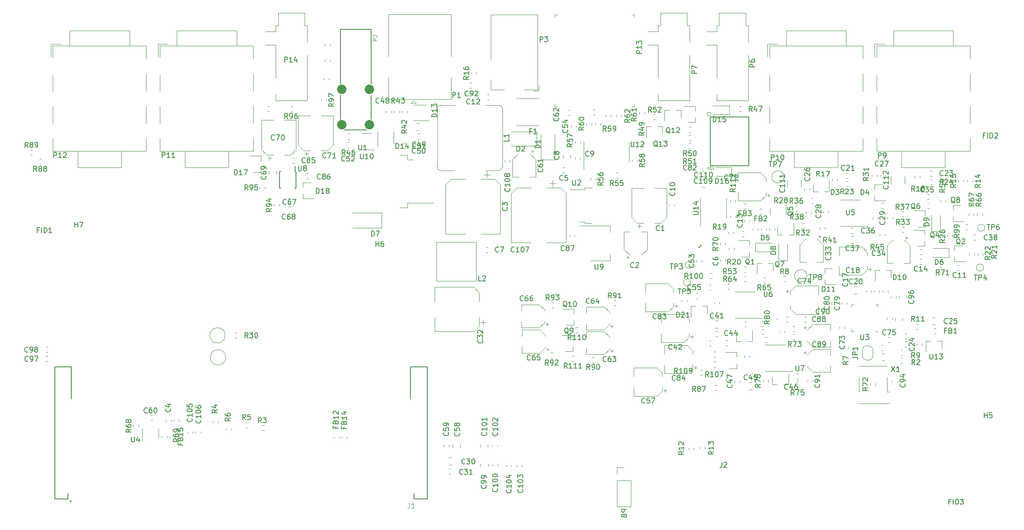
<source format=gbr>
G04 #@! TF.GenerationSoftware,KiCad,Pcbnew,6.0.10-86aedd382b~118~ubuntu22.04.1*
G04 #@! TF.CreationDate,2023-02-15T17:36:08+01:00*
G04 #@! TF.ProjectId,bottom-board,626f7474-6f6d-42d6-926f-6172642e6b69,rev?*
G04 #@! TF.SameCoordinates,Original*
G04 #@! TF.FileFunction,Legend,Top*
G04 #@! TF.FilePolarity,Positive*
%FSLAX46Y46*%
G04 Gerber Fmt 4.6, Leading zero omitted, Abs format (unit mm)*
G04 Created by KiCad (PCBNEW 6.0.10-86aedd382b~118~ubuntu22.04.1) date 2023-02-15 17:36:08*
%MOMM*%
%LPD*%
G01*
G04 APERTURE LIST*
%ADD10C,0.150000*%
%ADD11C,0.015000*%
%ADD12C,0.100000*%
%ADD13C,0.120000*%
%ADD14C,0.203200*%
%ADD15C,0.200000*%
%ADD16C,0.127000*%
%ADD17C,1.850000*%
G04 APERTURE END LIST*
D10*
X193043900Y-83462800D02*
X192510500Y-84047000D01*
X229567142Y-71874047D02*
X229614761Y-71921666D01*
X229662380Y-72064523D01*
X229662380Y-72159761D01*
X229614761Y-72302619D01*
X229519523Y-72397857D01*
X229424285Y-72445476D01*
X229233809Y-72493095D01*
X229090952Y-72493095D01*
X228900476Y-72445476D01*
X228805238Y-72397857D01*
X228710000Y-72302619D01*
X228662380Y-72159761D01*
X228662380Y-72064523D01*
X228710000Y-71921666D01*
X228757619Y-71874047D01*
X229662380Y-70921666D02*
X229662380Y-71493095D01*
X229662380Y-71207380D02*
X228662380Y-71207380D01*
X228805238Y-71302619D01*
X228900476Y-71397857D01*
X228948095Y-71493095D01*
X229662380Y-69969285D02*
X229662380Y-70540714D01*
X229662380Y-70255000D02*
X228662380Y-70255000D01*
X228805238Y-70350238D01*
X228900476Y-70445476D01*
X228948095Y-70540714D01*
X228757619Y-69588333D02*
X228710000Y-69540714D01*
X228662380Y-69445476D01*
X228662380Y-69207380D01*
X228710000Y-69112142D01*
X228757619Y-69064523D01*
X228852857Y-69016904D01*
X228948095Y-69016904D01*
X229090952Y-69064523D01*
X229662380Y-69635952D01*
X229662380Y-69016904D01*
X209267142Y-72524047D02*
X209314761Y-72571666D01*
X209362380Y-72714523D01*
X209362380Y-72809761D01*
X209314761Y-72952619D01*
X209219523Y-73047857D01*
X209124285Y-73095476D01*
X208933809Y-73143095D01*
X208790952Y-73143095D01*
X208600476Y-73095476D01*
X208505238Y-73047857D01*
X208410000Y-72952619D01*
X208362380Y-72809761D01*
X208362380Y-72714523D01*
X208410000Y-72571666D01*
X208457619Y-72524047D01*
X209362380Y-71571666D02*
X209362380Y-72143095D01*
X209362380Y-71857380D02*
X208362380Y-71857380D01*
X208505238Y-71952619D01*
X208600476Y-72047857D01*
X208648095Y-72143095D01*
X209362380Y-70619285D02*
X209362380Y-71190714D01*
X209362380Y-70905000D02*
X208362380Y-70905000D01*
X208505238Y-71000238D01*
X208600476Y-71095476D01*
X208648095Y-71190714D01*
X209362380Y-69666904D02*
X209362380Y-70238333D01*
X209362380Y-69952619D02*
X208362380Y-69952619D01*
X208505238Y-70047857D01*
X208600476Y-70143095D01*
X208648095Y-70238333D01*
X238871904Y-87302380D02*
X238871904Y-86302380D01*
X239110000Y-86302380D01*
X239252857Y-86350000D01*
X239348095Y-86445238D01*
X239395714Y-86540476D01*
X239443333Y-86730952D01*
X239443333Y-86873809D01*
X239395714Y-87064285D01*
X239348095Y-87159523D01*
X239252857Y-87254761D01*
X239110000Y-87302380D01*
X238871904Y-87302380D01*
X240300476Y-86302380D02*
X240110000Y-86302380D01*
X240014761Y-86350000D01*
X239967142Y-86397619D01*
X239871904Y-86540476D01*
X239824285Y-86730952D01*
X239824285Y-87111904D01*
X239871904Y-87207142D01*
X239919523Y-87254761D01*
X240014761Y-87302380D01*
X240205238Y-87302380D01*
X240300476Y-87254761D01*
X240348095Y-87207142D01*
X240395714Y-87111904D01*
X240395714Y-86873809D01*
X240348095Y-86778571D01*
X240300476Y-86730952D01*
X240205238Y-86683333D01*
X240014761Y-86683333D01*
X239919523Y-86730952D01*
X239871904Y-86778571D01*
X239824285Y-86873809D01*
X237612380Y-79668095D02*
X236612380Y-79668095D01*
X236612380Y-79430000D01*
X236660000Y-79287142D01*
X236755238Y-79191904D01*
X236850476Y-79144285D01*
X237040952Y-79096666D01*
X237183809Y-79096666D01*
X237374285Y-79144285D01*
X237469523Y-79191904D01*
X237564761Y-79287142D01*
X237612380Y-79430000D01*
X237612380Y-79668095D01*
X237612380Y-78620476D02*
X237612380Y-78430000D01*
X237564761Y-78334761D01*
X237517142Y-78287142D01*
X237374285Y-78191904D01*
X237183809Y-78144285D01*
X236802857Y-78144285D01*
X236707619Y-78191904D01*
X236660000Y-78239523D01*
X236612380Y-78334761D01*
X236612380Y-78525238D01*
X236660000Y-78620476D01*
X236707619Y-78668095D01*
X236802857Y-78715714D01*
X237040952Y-78715714D01*
X237136190Y-78668095D01*
X237183809Y-78620476D01*
X237231428Y-78525238D01*
X237231428Y-78334761D01*
X237183809Y-78239523D01*
X237136190Y-78191904D01*
X237040952Y-78144285D01*
X207602380Y-85288095D02*
X206602380Y-85288095D01*
X206602380Y-85050000D01*
X206650000Y-84907142D01*
X206745238Y-84811904D01*
X206840476Y-84764285D01*
X207030952Y-84716666D01*
X207173809Y-84716666D01*
X207364285Y-84764285D01*
X207459523Y-84811904D01*
X207554761Y-84907142D01*
X207602380Y-85050000D01*
X207602380Y-85288095D01*
X207030952Y-84145238D02*
X206983333Y-84240476D01*
X206935714Y-84288095D01*
X206840476Y-84335714D01*
X206792857Y-84335714D01*
X206697619Y-84288095D01*
X206650000Y-84240476D01*
X206602380Y-84145238D01*
X206602380Y-83954761D01*
X206650000Y-83859523D01*
X206697619Y-83811904D01*
X206792857Y-83764285D01*
X206840476Y-83764285D01*
X206935714Y-83811904D01*
X206983333Y-83859523D01*
X207030952Y-83954761D01*
X207030952Y-84145238D01*
X207078571Y-84240476D01*
X207126190Y-84288095D01*
X207221428Y-84335714D01*
X207411904Y-84335714D01*
X207507142Y-84288095D01*
X207554761Y-84240476D01*
X207602380Y-84145238D01*
X207602380Y-83954761D01*
X207554761Y-83859523D01*
X207507142Y-83811904D01*
X207411904Y-83764285D01*
X207221428Y-83764285D01*
X207126190Y-83811904D01*
X207078571Y-83859523D01*
X207030952Y-83954761D01*
X204771904Y-82532380D02*
X204771904Y-81532380D01*
X205010000Y-81532380D01*
X205152857Y-81580000D01*
X205248095Y-81675238D01*
X205295714Y-81770476D01*
X205343333Y-81960952D01*
X205343333Y-82103809D01*
X205295714Y-82294285D01*
X205248095Y-82389523D01*
X205152857Y-82484761D01*
X205010000Y-82532380D01*
X204771904Y-82532380D01*
X206248095Y-81532380D02*
X205771904Y-81532380D01*
X205724285Y-82008571D01*
X205771904Y-81960952D01*
X205867142Y-81913333D01*
X206105238Y-81913333D01*
X206200476Y-81960952D01*
X206248095Y-82008571D01*
X206295714Y-82103809D01*
X206295714Y-82341904D01*
X206248095Y-82437142D01*
X206200476Y-82484761D01*
X206105238Y-82532380D01*
X205867142Y-82532380D01*
X205771904Y-82484761D01*
X205724285Y-82437142D01*
X195345714Y-59322380D02*
X195345714Y-58322380D01*
X195583809Y-58322380D01*
X195726666Y-58370000D01*
X195821904Y-58465238D01*
X195869523Y-58560476D01*
X195917142Y-58750952D01*
X195917142Y-58893809D01*
X195869523Y-59084285D01*
X195821904Y-59179523D01*
X195726666Y-59274761D01*
X195583809Y-59322380D01*
X195345714Y-59322380D01*
X196869523Y-59322380D02*
X196298095Y-59322380D01*
X196583809Y-59322380D02*
X196583809Y-58322380D01*
X196488571Y-58465238D01*
X196393333Y-58560476D01*
X196298095Y-58608095D01*
X197774285Y-58322380D02*
X197298095Y-58322380D01*
X197250476Y-58798571D01*
X197298095Y-58750952D01*
X197393333Y-58703333D01*
X197631428Y-58703333D01*
X197726666Y-58750952D01*
X197774285Y-58798571D01*
X197821904Y-58893809D01*
X197821904Y-59131904D01*
X197774285Y-59227142D01*
X197726666Y-59274761D01*
X197631428Y-59322380D01*
X197393333Y-59322380D01*
X197298095Y-59274761D01*
X197250476Y-59227142D01*
X195830714Y-71402380D02*
X195830714Y-70402380D01*
X196068809Y-70402380D01*
X196211666Y-70450000D01*
X196306904Y-70545238D01*
X196354523Y-70640476D01*
X196402142Y-70830952D01*
X196402142Y-70973809D01*
X196354523Y-71164285D01*
X196306904Y-71259523D01*
X196211666Y-71354761D01*
X196068809Y-71402380D01*
X195830714Y-71402380D01*
X197354523Y-71402380D02*
X196783095Y-71402380D01*
X197068809Y-71402380D02*
X197068809Y-70402380D01*
X196973571Y-70545238D01*
X196878333Y-70640476D01*
X196783095Y-70688095D01*
X198211666Y-70402380D02*
X198021190Y-70402380D01*
X197925952Y-70450000D01*
X197878333Y-70497619D01*
X197783095Y-70640476D01*
X197735476Y-70830952D01*
X197735476Y-71211904D01*
X197783095Y-71307142D01*
X197830714Y-71354761D01*
X197925952Y-71402380D01*
X198116428Y-71402380D01*
X198211666Y-71354761D01*
X198259285Y-71307142D01*
X198306904Y-71211904D01*
X198306904Y-70973809D01*
X198259285Y-70878571D01*
X198211666Y-70830952D01*
X198116428Y-70783333D01*
X197925952Y-70783333D01*
X197830714Y-70830952D01*
X197783095Y-70878571D01*
X197735476Y-70973809D01*
X165029142Y-66077166D02*
X165076761Y-66124785D01*
X165124380Y-66267642D01*
X165124380Y-66362880D01*
X165076761Y-66505738D01*
X164981523Y-66600976D01*
X164886285Y-66648595D01*
X164695809Y-66696214D01*
X164552952Y-66696214D01*
X164362476Y-66648595D01*
X164267238Y-66600976D01*
X164172000Y-66505738D01*
X164124380Y-66362880D01*
X164124380Y-66267642D01*
X164172000Y-66124785D01*
X164219619Y-66077166D01*
X164552952Y-65505738D02*
X164505333Y-65600976D01*
X164457714Y-65648595D01*
X164362476Y-65696214D01*
X164314857Y-65696214D01*
X164219619Y-65648595D01*
X164172000Y-65600976D01*
X164124380Y-65505738D01*
X164124380Y-65315261D01*
X164172000Y-65220023D01*
X164219619Y-65172404D01*
X164314857Y-65124785D01*
X164362476Y-65124785D01*
X164457714Y-65172404D01*
X164505333Y-65220023D01*
X164552952Y-65315261D01*
X164552952Y-65505738D01*
X164600571Y-65600976D01*
X164648190Y-65648595D01*
X164743428Y-65696214D01*
X164933904Y-65696214D01*
X165029142Y-65648595D01*
X165076761Y-65600976D01*
X165124380Y-65505738D01*
X165124380Y-65315261D01*
X165076761Y-65220023D01*
X165029142Y-65172404D01*
X164933904Y-65124785D01*
X164743428Y-65124785D01*
X164648190Y-65172404D01*
X164600571Y-65220023D01*
X164552952Y-65315261D01*
X241237142Y-98797142D02*
X241189523Y-98844761D01*
X241046666Y-98892380D01*
X240951428Y-98892380D01*
X240808571Y-98844761D01*
X240713333Y-98749523D01*
X240665714Y-98654285D01*
X240618095Y-98463809D01*
X240618095Y-98320952D01*
X240665714Y-98130476D01*
X240713333Y-98035238D01*
X240808571Y-97940000D01*
X240951428Y-97892380D01*
X241046666Y-97892380D01*
X241189523Y-97940000D01*
X241237142Y-97987619D01*
X241618095Y-97987619D02*
X241665714Y-97940000D01*
X241760952Y-97892380D01*
X241999047Y-97892380D01*
X242094285Y-97940000D01*
X242141904Y-97987619D01*
X242189523Y-98082857D01*
X242189523Y-98178095D01*
X242141904Y-98320952D01*
X241570476Y-98892380D01*
X242189523Y-98892380D01*
X243094285Y-97892380D02*
X242618095Y-97892380D01*
X242570476Y-98368571D01*
X242618095Y-98320952D01*
X242713333Y-98273333D01*
X242951428Y-98273333D01*
X243046666Y-98320952D01*
X243094285Y-98368571D01*
X243141904Y-98463809D01*
X243141904Y-98701904D01*
X243094285Y-98797142D01*
X243046666Y-98844761D01*
X242951428Y-98892380D01*
X242713333Y-98892380D01*
X242618095Y-98844761D01*
X242570476Y-98797142D01*
X137025142Y-64111142D02*
X136977523Y-64158761D01*
X136834666Y-64206380D01*
X136739428Y-64206380D01*
X136596571Y-64158761D01*
X136501333Y-64063523D01*
X136453714Y-63968285D01*
X136406095Y-63777809D01*
X136406095Y-63634952D01*
X136453714Y-63444476D01*
X136501333Y-63349238D01*
X136596571Y-63254000D01*
X136739428Y-63206380D01*
X136834666Y-63206380D01*
X136977523Y-63254000D01*
X137025142Y-63301619D01*
X137882285Y-63539714D02*
X137882285Y-64206380D01*
X137644190Y-63158761D02*
X137406095Y-63873047D01*
X138025142Y-63873047D01*
X138453714Y-64206380D02*
X138644190Y-64206380D01*
X138739428Y-64158761D01*
X138787047Y-64111142D01*
X138882285Y-63968285D01*
X138929904Y-63777809D01*
X138929904Y-63396857D01*
X138882285Y-63301619D01*
X138834666Y-63254000D01*
X138739428Y-63206380D01*
X138548952Y-63206380D01*
X138453714Y-63254000D01*
X138406095Y-63301619D01*
X138358476Y-63396857D01*
X138358476Y-63634952D01*
X138406095Y-63730190D01*
X138453714Y-63777809D01*
X138548952Y-63825428D01*
X138739428Y-63825428D01*
X138834666Y-63777809D01*
X138882285Y-63730190D01*
X138929904Y-63634952D01*
X136971982Y-65381142D02*
X136924363Y-65428761D01*
X136781506Y-65476380D01*
X136686268Y-65476380D01*
X136543411Y-65428761D01*
X136448173Y-65333523D01*
X136400554Y-65238285D01*
X136352935Y-65047809D01*
X136352935Y-64904952D01*
X136400554Y-64714476D01*
X136448173Y-64619238D01*
X136543411Y-64524000D01*
X136686268Y-64476380D01*
X136781506Y-64476380D01*
X136924363Y-64524000D01*
X136971982Y-64571619D01*
X137876744Y-64476380D02*
X137400554Y-64476380D01*
X137352935Y-64952571D01*
X137400554Y-64904952D01*
X137495792Y-64857333D01*
X137733887Y-64857333D01*
X137829125Y-64904952D01*
X137876744Y-64952571D01*
X137924363Y-65047809D01*
X137924363Y-65285904D01*
X137876744Y-65381142D01*
X137829125Y-65428761D01*
X137733887Y-65476380D01*
X137495792Y-65476380D01*
X137400554Y-65428761D01*
X137352935Y-65381142D01*
X138543411Y-64476380D02*
X138638649Y-64476380D01*
X138733887Y-64524000D01*
X138781506Y-64571619D01*
X138829125Y-64666857D01*
X138876744Y-64857333D01*
X138876744Y-65095428D01*
X138829125Y-65285904D01*
X138781506Y-65381142D01*
X138733887Y-65428761D01*
X138638649Y-65476380D01*
X138543411Y-65476380D01*
X138448173Y-65428761D01*
X138400554Y-65381142D01*
X138352935Y-65285904D01*
X138305316Y-65095428D01*
X138305316Y-64857333D01*
X138352935Y-64666857D01*
X138400554Y-64571619D01*
X138448173Y-64524000D01*
X138543411Y-64476380D01*
X137057142Y-64482142D02*
X137009523Y-64529761D01*
X136866666Y-64577380D01*
X136771428Y-64577380D01*
X136628571Y-64529761D01*
X136533333Y-64434523D01*
X136485714Y-64339285D01*
X136438095Y-64148809D01*
X136438095Y-64005952D01*
X136485714Y-63815476D01*
X136533333Y-63720238D01*
X136628571Y-63625000D01*
X136771428Y-63577380D01*
X136866666Y-63577380D01*
X137009523Y-63625000D01*
X137057142Y-63672619D01*
X137961904Y-63577380D02*
X137485714Y-63577380D01*
X137438095Y-64053571D01*
X137485714Y-64005952D01*
X137580952Y-63958333D01*
X137819047Y-63958333D01*
X137914285Y-64005952D01*
X137961904Y-64053571D01*
X138009523Y-64148809D01*
X138009523Y-64386904D01*
X137961904Y-64482142D01*
X137914285Y-64529761D01*
X137819047Y-64577380D01*
X137580952Y-64577380D01*
X137485714Y-64529761D01*
X137438095Y-64482142D01*
X138961904Y-64577380D02*
X138390476Y-64577380D01*
X138676190Y-64577380D02*
X138676190Y-63577380D01*
X138580952Y-63720238D01*
X138485714Y-63815476D01*
X138390476Y-63863095D01*
X166727142Y-60840857D02*
X166774761Y-60888476D01*
X166822380Y-61031333D01*
X166822380Y-61126571D01*
X166774761Y-61269428D01*
X166679523Y-61364666D01*
X166584285Y-61412285D01*
X166393809Y-61459904D01*
X166250952Y-61459904D01*
X166060476Y-61412285D01*
X165965238Y-61364666D01*
X165870000Y-61269428D01*
X165822380Y-61126571D01*
X165822380Y-61031333D01*
X165870000Y-60888476D01*
X165917619Y-60840857D01*
X165822380Y-59936095D02*
X165822380Y-60412285D01*
X166298571Y-60459904D01*
X166250952Y-60412285D01*
X166203333Y-60317047D01*
X166203333Y-60078952D01*
X166250952Y-59983714D01*
X166298571Y-59936095D01*
X166393809Y-59888476D01*
X166631904Y-59888476D01*
X166727142Y-59936095D01*
X166774761Y-59983714D01*
X166822380Y-60078952D01*
X166822380Y-60317047D01*
X166774761Y-60412285D01*
X166727142Y-60459904D01*
X166155714Y-59031333D02*
X166822380Y-59031333D01*
X165774761Y-59269428D02*
X166489047Y-59507523D01*
X166489047Y-58888476D01*
X141175900Y-58314245D02*
X140175900Y-58314245D01*
X140175900Y-58076150D01*
X140223520Y-57933293D01*
X140318758Y-57838055D01*
X140413996Y-57790436D01*
X140604472Y-57742817D01*
X140747329Y-57742817D01*
X140937805Y-57790436D01*
X141033043Y-57838055D01*
X141128281Y-57933293D01*
X141175900Y-58076150D01*
X141175900Y-58314245D01*
X141175900Y-56790436D02*
X141175900Y-57361864D01*
X141175900Y-57076150D02*
X140175900Y-57076150D01*
X140318758Y-57171388D01*
X140413996Y-57266626D01*
X140461615Y-57361864D01*
X140175900Y-56457102D02*
X140175900Y-55838055D01*
X140556853Y-56171388D01*
X140556853Y-56028531D01*
X140604472Y-55933293D01*
X140652091Y-55885674D01*
X140747329Y-55838055D01*
X140985424Y-55838055D01*
X141080662Y-55885674D01*
X141128281Y-55933293D01*
X141175900Y-56028531D01*
X141175900Y-56314245D01*
X141128281Y-56409483D01*
X141080662Y-56457102D01*
X133151714Y-64573380D02*
X133151714Y-63573380D01*
X133389809Y-63573380D01*
X133532666Y-63621000D01*
X133627904Y-63716238D01*
X133675523Y-63811476D01*
X133723142Y-64001952D01*
X133723142Y-64144809D01*
X133675523Y-64335285D01*
X133627904Y-64430523D01*
X133532666Y-64525761D01*
X133389809Y-64573380D01*
X133151714Y-64573380D01*
X134675523Y-64573380D02*
X134104095Y-64573380D01*
X134389809Y-64573380D02*
X134389809Y-63573380D01*
X134294571Y-63716238D01*
X134199333Y-63811476D01*
X134104095Y-63859095D01*
X135532666Y-63906714D02*
X135532666Y-64573380D01*
X135294571Y-63525761D02*
X135056476Y-64240047D01*
X135675523Y-64240047D01*
X203488380Y-48588095D02*
X202488380Y-48588095D01*
X202488380Y-48207142D01*
X202536000Y-48111904D01*
X202583619Y-48064285D01*
X202678857Y-48016666D01*
X202821714Y-48016666D01*
X202916952Y-48064285D01*
X202964571Y-48111904D01*
X203012190Y-48207142D01*
X203012190Y-48588095D01*
X202488380Y-47159523D02*
X202488380Y-47350000D01*
X202536000Y-47445238D01*
X202583619Y-47492857D01*
X202726476Y-47588095D01*
X202916952Y-47635714D01*
X203297904Y-47635714D01*
X203393142Y-47588095D01*
X203440761Y-47540476D01*
X203488380Y-47445238D01*
X203488380Y-47254761D01*
X203440761Y-47159523D01*
X203393142Y-47111904D01*
X203297904Y-47064285D01*
X203059809Y-47064285D01*
X202964571Y-47111904D01*
X202916952Y-47159523D01*
X202869333Y-47254761D01*
X202869333Y-47445238D01*
X202916952Y-47540476D01*
X202964571Y-47588095D01*
X203059809Y-47635714D01*
X135286380Y-60914857D02*
X134810190Y-61248190D01*
X135286380Y-61486285D02*
X134286380Y-61486285D01*
X134286380Y-61105333D01*
X134334000Y-61010095D01*
X134381619Y-60962476D01*
X134476857Y-60914857D01*
X134619714Y-60914857D01*
X134714952Y-60962476D01*
X134762571Y-61010095D01*
X134810190Y-61105333D01*
X134810190Y-61486285D01*
X134619714Y-60057714D02*
X135286380Y-60057714D01*
X134238761Y-60295809D02*
X134953047Y-60533904D01*
X134953047Y-59914857D01*
X134381619Y-59581523D02*
X134334000Y-59533904D01*
X134286380Y-59438666D01*
X134286380Y-59200571D01*
X134334000Y-59105333D01*
X134381619Y-59057714D01*
X134476857Y-59010095D01*
X134572095Y-59010095D01*
X134714952Y-59057714D01*
X135286380Y-59629142D01*
X135286380Y-59010095D01*
X132921142Y-55644380D02*
X132587809Y-55168190D01*
X132349714Y-55644380D02*
X132349714Y-54644380D01*
X132730666Y-54644380D01*
X132825904Y-54692000D01*
X132873523Y-54739619D01*
X132921142Y-54834857D01*
X132921142Y-54977714D01*
X132873523Y-55072952D01*
X132825904Y-55120571D01*
X132730666Y-55168190D01*
X132349714Y-55168190D01*
X133778285Y-54977714D02*
X133778285Y-55644380D01*
X133540190Y-54596761D02*
X133302095Y-55311047D01*
X133921142Y-55311047D01*
X134206857Y-54644380D02*
X134825904Y-54644380D01*
X134492571Y-55025333D01*
X134635428Y-55025333D01*
X134730666Y-55072952D01*
X134778285Y-55120571D01*
X134825904Y-55215809D01*
X134825904Y-55453904D01*
X134778285Y-55549142D01*
X134730666Y-55596761D01*
X134635428Y-55644380D01*
X134349714Y-55644380D01*
X134254476Y-55596761D01*
X134206857Y-55549142D01*
X190111142Y-67508380D02*
X189777809Y-67032190D01*
X189539714Y-67508380D02*
X189539714Y-66508380D01*
X189920666Y-66508380D01*
X190015904Y-66556000D01*
X190063523Y-66603619D01*
X190111142Y-66698857D01*
X190111142Y-66841714D01*
X190063523Y-66936952D01*
X190015904Y-66984571D01*
X189920666Y-67032190D01*
X189539714Y-67032190D01*
X191015904Y-66508380D02*
X190539714Y-66508380D01*
X190492095Y-66984571D01*
X190539714Y-66936952D01*
X190634952Y-66889333D01*
X190873047Y-66889333D01*
X190968285Y-66936952D01*
X191015904Y-66984571D01*
X191063523Y-67079809D01*
X191063523Y-67317904D01*
X191015904Y-67413142D01*
X190968285Y-67460761D01*
X190873047Y-67508380D01*
X190634952Y-67508380D01*
X190539714Y-67460761D01*
X190492095Y-67413142D01*
X192015904Y-67508380D02*
X191444476Y-67508380D01*
X191730190Y-67508380D02*
X191730190Y-66508380D01*
X191634952Y-66651238D01*
X191539714Y-66746476D01*
X191444476Y-66794095D01*
X183224022Y-57400120D02*
X182890689Y-56923930D01*
X182652594Y-57400120D02*
X182652594Y-56400120D01*
X183033546Y-56400120D01*
X183128784Y-56447740D01*
X183176403Y-56495359D01*
X183224022Y-56590597D01*
X183224022Y-56733454D01*
X183176403Y-56828692D01*
X183128784Y-56876311D01*
X183033546Y-56923930D01*
X182652594Y-56923930D01*
X184128784Y-56400120D02*
X183652594Y-56400120D01*
X183604975Y-56876311D01*
X183652594Y-56828692D01*
X183747832Y-56781073D01*
X183985927Y-56781073D01*
X184081165Y-56828692D01*
X184128784Y-56876311D01*
X184176403Y-56971549D01*
X184176403Y-57209644D01*
X184128784Y-57304882D01*
X184081165Y-57352501D01*
X183985927Y-57400120D01*
X183747832Y-57400120D01*
X183652594Y-57352501D01*
X183604975Y-57304882D01*
X184557356Y-56495359D02*
X184604975Y-56447740D01*
X184700213Y-56400120D01*
X184938308Y-56400120D01*
X185033546Y-56447740D01*
X185081165Y-56495359D01*
X185128784Y-56590597D01*
X185128784Y-56685835D01*
X185081165Y-56828692D01*
X184509737Y-57400120D01*
X185128784Y-57400120D01*
X173752380Y-71185357D02*
X173276190Y-71518690D01*
X173752380Y-71756785D02*
X172752380Y-71756785D01*
X172752380Y-71375833D01*
X172800000Y-71280595D01*
X172847619Y-71232976D01*
X172942857Y-71185357D01*
X173085714Y-71185357D01*
X173180952Y-71232976D01*
X173228571Y-71280595D01*
X173276190Y-71375833D01*
X173276190Y-71756785D01*
X172752380Y-70280595D02*
X172752380Y-70756785D01*
X173228571Y-70804404D01*
X173180952Y-70756785D01*
X173133333Y-70661547D01*
X173133333Y-70423452D01*
X173180952Y-70328214D01*
X173228571Y-70280595D01*
X173323809Y-70232976D01*
X173561904Y-70232976D01*
X173657142Y-70280595D01*
X173704761Y-70328214D01*
X173752380Y-70423452D01*
X173752380Y-70661547D01*
X173704761Y-70756785D01*
X173657142Y-70804404D01*
X172752380Y-69375833D02*
X172752380Y-69566309D01*
X172800000Y-69661547D01*
X172847619Y-69709166D01*
X172990476Y-69804404D01*
X173180952Y-69852023D01*
X173561904Y-69852023D01*
X173657142Y-69804404D01*
X173704761Y-69756785D01*
X173752380Y-69661547D01*
X173752380Y-69471071D01*
X173704761Y-69375833D01*
X173657142Y-69328214D01*
X173561904Y-69280595D01*
X173323809Y-69280595D01*
X173228571Y-69328214D01*
X173180952Y-69375833D01*
X173133333Y-69471071D01*
X173133333Y-69661547D01*
X173180952Y-69756785D01*
X173228571Y-69804404D01*
X173323809Y-69852023D01*
X167745760Y-63607857D02*
X167269570Y-63941190D01*
X167745760Y-64179285D02*
X166745760Y-64179285D01*
X166745760Y-63798333D01*
X166793380Y-63703095D01*
X166840999Y-63655476D01*
X166936237Y-63607857D01*
X167079094Y-63607857D01*
X167174332Y-63655476D01*
X167221951Y-63703095D01*
X167269570Y-63798333D01*
X167269570Y-64179285D01*
X166745760Y-62703095D02*
X166745760Y-63179285D01*
X167221951Y-63226904D01*
X167174332Y-63179285D01*
X167126713Y-63084047D01*
X167126713Y-62845952D01*
X167174332Y-62750714D01*
X167221951Y-62703095D01*
X167317189Y-62655476D01*
X167555284Y-62655476D01*
X167650522Y-62703095D01*
X167698141Y-62750714D01*
X167745760Y-62845952D01*
X167745760Y-63084047D01*
X167698141Y-63179285D01*
X167650522Y-63226904D01*
X166745760Y-62322142D02*
X166745760Y-61655476D01*
X167745760Y-62084047D01*
X181882380Y-67542857D02*
X181406190Y-67876190D01*
X181882380Y-68114285D02*
X180882380Y-68114285D01*
X180882380Y-67733333D01*
X180930000Y-67638095D01*
X180977619Y-67590476D01*
X181072857Y-67542857D01*
X181215714Y-67542857D01*
X181310952Y-67590476D01*
X181358571Y-67638095D01*
X181406190Y-67733333D01*
X181406190Y-68114285D01*
X180882380Y-66638095D02*
X180882380Y-67114285D01*
X181358571Y-67161904D01*
X181310952Y-67114285D01*
X181263333Y-67019047D01*
X181263333Y-66780952D01*
X181310952Y-66685714D01*
X181358571Y-66638095D01*
X181453809Y-66590476D01*
X181691904Y-66590476D01*
X181787142Y-66638095D01*
X181834761Y-66685714D01*
X181882380Y-66780952D01*
X181882380Y-67019047D01*
X181834761Y-67114285D01*
X181787142Y-67161904D01*
X181310952Y-66019047D02*
X181263333Y-66114285D01*
X181215714Y-66161904D01*
X181120476Y-66209523D01*
X181072857Y-66209523D01*
X180977619Y-66161904D01*
X180930000Y-66114285D01*
X180882380Y-66019047D01*
X180882380Y-65828571D01*
X180930000Y-65733333D01*
X180977619Y-65685714D01*
X181072857Y-65638095D01*
X181120476Y-65638095D01*
X181215714Y-65685714D01*
X181263333Y-65733333D01*
X181310952Y-65828571D01*
X181310952Y-66019047D01*
X181358571Y-66114285D01*
X181406190Y-66161904D01*
X181501428Y-66209523D01*
X181691904Y-66209523D01*
X181787142Y-66161904D01*
X181834761Y-66114285D01*
X181882380Y-66019047D01*
X181882380Y-65828571D01*
X181834761Y-65733333D01*
X181787142Y-65685714D01*
X181691904Y-65638095D01*
X181501428Y-65638095D01*
X181406190Y-65685714D01*
X181358571Y-65733333D01*
X181310952Y-65828571D01*
X104167142Y-101682380D02*
X103833809Y-101206190D01*
X103595714Y-101682380D02*
X103595714Y-100682380D01*
X103976666Y-100682380D01*
X104071904Y-100730000D01*
X104119523Y-100777619D01*
X104167142Y-100872857D01*
X104167142Y-101015714D01*
X104119523Y-101110952D01*
X104071904Y-101158571D01*
X103976666Y-101206190D01*
X103595714Y-101206190D01*
X104500476Y-100682380D02*
X105119523Y-100682380D01*
X104786190Y-101063333D01*
X104929047Y-101063333D01*
X105024285Y-101110952D01*
X105071904Y-101158571D01*
X105119523Y-101253809D01*
X105119523Y-101491904D01*
X105071904Y-101587142D01*
X105024285Y-101634761D01*
X104929047Y-101682380D01*
X104643333Y-101682380D01*
X104548095Y-101634761D01*
X104500476Y-101587142D01*
X105738571Y-100682380D02*
X105833809Y-100682380D01*
X105929047Y-100730000D01*
X105976666Y-100777619D01*
X106024285Y-100872857D01*
X106071904Y-101063333D01*
X106071904Y-101301428D01*
X106024285Y-101491904D01*
X105976666Y-101587142D01*
X105929047Y-101634761D01*
X105833809Y-101682380D01*
X105738571Y-101682380D01*
X105643333Y-101634761D01*
X105595714Y-101587142D01*
X105548095Y-101491904D01*
X105500476Y-101301428D01*
X105500476Y-101063333D01*
X105548095Y-100872857D01*
X105595714Y-100777619D01*
X105643333Y-100730000D01*
X105738571Y-100682380D01*
X237775904Y-104862380D02*
X237775904Y-105671904D01*
X237823523Y-105767142D01*
X237871142Y-105814761D01*
X237966380Y-105862380D01*
X238156857Y-105862380D01*
X238252095Y-105814761D01*
X238299714Y-105767142D01*
X238347333Y-105671904D01*
X238347333Y-104862380D01*
X239347333Y-105862380D02*
X238775904Y-105862380D01*
X239061619Y-105862380D02*
X239061619Y-104862380D01*
X238966380Y-105005238D01*
X238871142Y-105100476D01*
X238775904Y-105148095D01*
X239680666Y-104862380D02*
X240299714Y-104862380D01*
X239966380Y-105243333D01*
X240109238Y-105243333D01*
X240204476Y-105290952D01*
X240252095Y-105338571D01*
X240299714Y-105433809D01*
X240299714Y-105671904D01*
X240252095Y-105767142D01*
X240204476Y-105814761D01*
X240109238Y-105862380D01*
X239823523Y-105862380D01*
X239728285Y-105814761D01*
X239680666Y-105767142D01*
X186876851Y-61546659D02*
X186781613Y-61499040D01*
X186686375Y-61403801D01*
X186543518Y-61260944D01*
X186448280Y-61213325D01*
X186353041Y-61213325D01*
X186400660Y-61451420D02*
X186305422Y-61403801D01*
X186210184Y-61308563D01*
X186162565Y-61118087D01*
X186162565Y-60784754D01*
X186210184Y-60594278D01*
X186305422Y-60499040D01*
X186400660Y-60451420D01*
X186591137Y-60451420D01*
X186686375Y-60499040D01*
X186781613Y-60594278D01*
X186829232Y-60784754D01*
X186829232Y-61118087D01*
X186781613Y-61308563D01*
X186686375Y-61403801D01*
X186591137Y-61451420D01*
X186400660Y-61451420D01*
X187781613Y-61451420D02*
X187210184Y-61451420D01*
X187495899Y-61451420D02*
X187495899Y-60451420D01*
X187400660Y-60594278D01*
X187305422Y-60689516D01*
X187210184Y-60737135D01*
X188162565Y-60546659D02*
X188210184Y-60499040D01*
X188305422Y-60451420D01*
X188543518Y-60451420D01*
X188638756Y-60499040D01*
X188686375Y-60546659D01*
X188733994Y-60641897D01*
X188733994Y-60737135D01*
X188686375Y-60879992D01*
X188114946Y-61451420D01*
X188733994Y-61451420D01*
X184435911Y-64188259D02*
X184340673Y-64140640D01*
X184245435Y-64045401D01*
X184102578Y-63902544D01*
X184007340Y-63854925D01*
X183912101Y-63854925D01*
X183959720Y-64093020D02*
X183864482Y-64045401D01*
X183769244Y-63950163D01*
X183721625Y-63759687D01*
X183721625Y-63426354D01*
X183769244Y-63235878D01*
X183864482Y-63140640D01*
X183959720Y-63093020D01*
X184150197Y-63093020D01*
X184245435Y-63140640D01*
X184340673Y-63235878D01*
X184388292Y-63426354D01*
X184388292Y-63759687D01*
X184340673Y-63950163D01*
X184245435Y-64045401D01*
X184150197Y-64093020D01*
X183959720Y-64093020D01*
X185340673Y-64093020D02*
X184769244Y-64093020D01*
X185054959Y-64093020D02*
X185054959Y-63093020D01*
X184959720Y-63235878D01*
X184864482Y-63331116D01*
X184769244Y-63378735D01*
X185674006Y-63093020D02*
X186293054Y-63093020D01*
X185959720Y-63473973D01*
X186102578Y-63473973D01*
X186197816Y-63521592D01*
X186245435Y-63569211D01*
X186293054Y-63664449D01*
X186293054Y-63902544D01*
X186245435Y-63997782D01*
X186197816Y-64045401D01*
X186102578Y-64093020D01*
X185816863Y-64093020D01*
X185721625Y-64045401D01*
X185674006Y-63997782D01*
X63208571Y-80528571D02*
X62875238Y-80528571D01*
X62875238Y-81052380D02*
X62875238Y-80052380D01*
X63351428Y-80052380D01*
X63732380Y-81052380D02*
X63732380Y-80052380D01*
X64208571Y-81052380D02*
X64208571Y-80052380D01*
X64446666Y-80052380D01*
X64589523Y-80100000D01*
X64684761Y-80195238D01*
X64732380Y-80290476D01*
X64780000Y-80480952D01*
X64780000Y-80623809D01*
X64732380Y-80814285D01*
X64684761Y-80909523D01*
X64589523Y-81004761D01*
X64446666Y-81052380D01*
X64208571Y-81052380D01*
X65732380Y-81052380D02*
X65160952Y-81052380D01*
X65446666Y-81052380D02*
X65446666Y-80052380D01*
X65351428Y-80195238D01*
X65256190Y-80290476D01*
X65160952Y-80338095D01*
X248578571Y-61978571D02*
X248245238Y-61978571D01*
X248245238Y-62502380D02*
X248245238Y-61502380D01*
X248721428Y-61502380D01*
X249102380Y-62502380D02*
X249102380Y-61502380D01*
X249578571Y-62502380D02*
X249578571Y-61502380D01*
X249816666Y-61502380D01*
X249959523Y-61550000D01*
X250054761Y-61645238D01*
X250102380Y-61740476D01*
X250150000Y-61930952D01*
X250150000Y-62073809D01*
X250102380Y-62264285D01*
X250054761Y-62359523D01*
X249959523Y-62454761D01*
X249816666Y-62502380D01*
X249578571Y-62502380D01*
X250530952Y-61597619D02*
X250578571Y-61550000D01*
X250673809Y-61502380D01*
X250911904Y-61502380D01*
X251007142Y-61550000D01*
X251054761Y-61597619D01*
X251102380Y-61692857D01*
X251102380Y-61788095D01*
X251054761Y-61930952D01*
X250483333Y-62502380D01*
X251102380Y-62502380D01*
X241828571Y-133828571D02*
X241495238Y-133828571D01*
X241495238Y-134352380D02*
X241495238Y-133352380D01*
X241971428Y-133352380D01*
X242352380Y-134352380D02*
X242352380Y-133352380D01*
X242828571Y-134352380D02*
X242828571Y-133352380D01*
X243066666Y-133352380D01*
X243209523Y-133400000D01*
X243304761Y-133495238D01*
X243352380Y-133590476D01*
X243400000Y-133780952D01*
X243400000Y-133923809D01*
X243352380Y-134114285D01*
X243304761Y-134209523D01*
X243209523Y-134304761D01*
X243066666Y-134352380D01*
X242828571Y-134352380D01*
X243733333Y-133352380D02*
X244352380Y-133352380D01*
X244019047Y-133733333D01*
X244161904Y-133733333D01*
X244257142Y-133780952D01*
X244304761Y-133828571D01*
X244352380Y-133923809D01*
X244352380Y-134161904D01*
X244304761Y-134257142D01*
X244257142Y-134304761D01*
X244161904Y-134352380D01*
X243876190Y-134352380D01*
X243780952Y-134304761D01*
X243733333Y-134257142D01*
X180284380Y-58554857D02*
X179808190Y-58888190D01*
X180284380Y-59126285D02*
X179284380Y-59126285D01*
X179284380Y-58745333D01*
X179332000Y-58650095D01*
X179379619Y-58602476D01*
X179474857Y-58554857D01*
X179617714Y-58554857D01*
X179712952Y-58602476D01*
X179760571Y-58650095D01*
X179808190Y-58745333D01*
X179808190Y-59126285D01*
X179284380Y-57697714D02*
X179284380Y-57888190D01*
X179332000Y-57983428D01*
X179379619Y-58031047D01*
X179522476Y-58126285D01*
X179712952Y-58173904D01*
X180093904Y-58173904D01*
X180189142Y-58126285D01*
X180236761Y-58078666D01*
X180284380Y-57983428D01*
X180284380Y-57792952D01*
X180236761Y-57697714D01*
X180189142Y-57650095D01*
X180093904Y-57602476D01*
X179855809Y-57602476D01*
X179760571Y-57650095D01*
X179712952Y-57697714D01*
X179665333Y-57792952D01*
X179665333Y-57983428D01*
X179712952Y-58078666D01*
X179760571Y-58126285D01*
X179855809Y-58173904D01*
X180284380Y-56650095D02*
X180284380Y-57221523D01*
X180284380Y-56935809D02*
X179284380Y-56935809D01*
X179427238Y-57031047D01*
X179522476Y-57126285D01*
X179570095Y-57221523D01*
X179014380Y-58808857D02*
X178538190Y-59142190D01*
X179014380Y-59380285D02*
X178014380Y-59380285D01*
X178014380Y-58999333D01*
X178062000Y-58904095D01*
X178109619Y-58856476D01*
X178204857Y-58808857D01*
X178347714Y-58808857D01*
X178442952Y-58856476D01*
X178490571Y-58904095D01*
X178538190Y-58999333D01*
X178538190Y-59380285D01*
X178014380Y-57951714D02*
X178014380Y-58142190D01*
X178062000Y-58237428D01*
X178109619Y-58285047D01*
X178252476Y-58380285D01*
X178442952Y-58427904D01*
X178823904Y-58427904D01*
X178919142Y-58380285D01*
X178966761Y-58332666D01*
X179014380Y-58237428D01*
X179014380Y-58046952D01*
X178966761Y-57951714D01*
X178919142Y-57904095D01*
X178823904Y-57856476D01*
X178585809Y-57856476D01*
X178490571Y-57904095D01*
X178442952Y-57951714D01*
X178395333Y-58046952D01*
X178395333Y-58237428D01*
X178442952Y-58332666D01*
X178490571Y-58380285D01*
X178585809Y-58427904D01*
X178109619Y-57475523D02*
X178062000Y-57427904D01*
X178014380Y-57332666D01*
X178014380Y-57094571D01*
X178062000Y-56999333D01*
X178109619Y-56951714D01*
X178204857Y-56904095D01*
X178300095Y-56904095D01*
X178442952Y-56951714D01*
X179014380Y-57523142D01*
X179014380Y-56904095D01*
X175785542Y-71826380D02*
X175452209Y-71350190D01*
X175214114Y-71826380D02*
X175214114Y-70826380D01*
X175595066Y-70826380D01*
X175690304Y-70874000D01*
X175737923Y-70921619D01*
X175785542Y-71016857D01*
X175785542Y-71159714D01*
X175737923Y-71254952D01*
X175690304Y-71302571D01*
X175595066Y-71350190D01*
X175214114Y-71350190D01*
X176690304Y-70826380D02*
X176214114Y-70826380D01*
X176166495Y-71302571D01*
X176214114Y-71254952D01*
X176309352Y-71207333D01*
X176547447Y-71207333D01*
X176642685Y-71254952D01*
X176690304Y-71302571D01*
X176737923Y-71397809D01*
X176737923Y-71635904D01*
X176690304Y-71731142D01*
X176642685Y-71778761D01*
X176547447Y-71826380D01*
X176309352Y-71826380D01*
X176214114Y-71778761D01*
X176166495Y-71731142D01*
X177642685Y-70826380D02*
X177166495Y-70826380D01*
X177118876Y-71302571D01*
X177166495Y-71254952D01*
X177261733Y-71207333D01*
X177499828Y-71207333D01*
X177595066Y-71254952D01*
X177642685Y-71302571D01*
X177690304Y-71397809D01*
X177690304Y-71635904D01*
X177642685Y-71731142D01*
X177595066Y-71778761D01*
X177499828Y-71826380D01*
X177261733Y-71826380D01*
X177166495Y-71778761D01*
X177118876Y-71731142D01*
X181808380Y-61348857D02*
X181332190Y-61682190D01*
X181808380Y-61920285D02*
X180808380Y-61920285D01*
X180808380Y-61539333D01*
X180856000Y-61444095D01*
X180903619Y-61396476D01*
X180998857Y-61348857D01*
X181141714Y-61348857D01*
X181236952Y-61396476D01*
X181284571Y-61444095D01*
X181332190Y-61539333D01*
X181332190Y-61920285D01*
X181141714Y-60491714D02*
X181808380Y-60491714D01*
X180760761Y-60729809D02*
X181475047Y-60967904D01*
X181475047Y-60348857D01*
X181808380Y-59920285D02*
X181808380Y-59729809D01*
X181760761Y-59634571D01*
X181713142Y-59586952D01*
X181570285Y-59491714D01*
X181379809Y-59444095D01*
X180998857Y-59444095D01*
X180903619Y-59491714D01*
X180856000Y-59539333D01*
X180808380Y-59634571D01*
X180808380Y-59825047D01*
X180856000Y-59920285D01*
X180903619Y-59967904D01*
X180998857Y-60015523D01*
X181236952Y-60015523D01*
X181332190Y-59967904D01*
X181379809Y-59920285D01*
X181427428Y-59825047D01*
X181427428Y-59634571D01*
X181379809Y-59539333D01*
X181332190Y-59491714D01*
X181236952Y-59444095D01*
X190111142Y-65984380D02*
X189777809Y-65508190D01*
X189539714Y-65984380D02*
X189539714Y-64984380D01*
X189920666Y-64984380D01*
X190015904Y-65032000D01*
X190063523Y-65079619D01*
X190111142Y-65174857D01*
X190111142Y-65317714D01*
X190063523Y-65412952D01*
X190015904Y-65460571D01*
X189920666Y-65508190D01*
X189539714Y-65508190D01*
X191015904Y-64984380D02*
X190539714Y-64984380D01*
X190492095Y-65460571D01*
X190539714Y-65412952D01*
X190634952Y-65365333D01*
X190873047Y-65365333D01*
X190968285Y-65412952D01*
X191015904Y-65460571D01*
X191063523Y-65555809D01*
X191063523Y-65793904D01*
X191015904Y-65889142D01*
X190968285Y-65936761D01*
X190873047Y-65984380D01*
X190634952Y-65984380D01*
X190539714Y-65936761D01*
X190492095Y-65889142D01*
X191682571Y-64984380D02*
X191777809Y-64984380D01*
X191873047Y-65032000D01*
X191920666Y-65079619D01*
X191968285Y-65174857D01*
X192015904Y-65365333D01*
X192015904Y-65603428D01*
X191968285Y-65793904D01*
X191920666Y-65889142D01*
X191873047Y-65936761D01*
X191777809Y-65984380D01*
X191682571Y-65984380D01*
X191587333Y-65936761D01*
X191539714Y-65889142D01*
X191492095Y-65793904D01*
X191444476Y-65603428D01*
X191444476Y-65365333D01*
X191492095Y-65174857D01*
X191539714Y-65079619D01*
X191587333Y-65032000D01*
X191682571Y-64984380D01*
X123227142Y-65842380D02*
X122893809Y-65366190D01*
X122655714Y-65842380D02*
X122655714Y-64842380D01*
X123036666Y-64842380D01*
X123131904Y-64890000D01*
X123179523Y-64937619D01*
X123227142Y-65032857D01*
X123227142Y-65175714D01*
X123179523Y-65270952D01*
X123131904Y-65318571D01*
X123036666Y-65366190D01*
X122655714Y-65366190D01*
X124084285Y-65175714D02*
X124084285Y-65842380D01*
X123846190Y-64794761D02*
X123608095Y-65509047D01*
X124227142Y-65509047D01*
X125036666Y-64842380D02*
X124846190Y-64842380D01*
X124750952Y-64890000D01*
X124703333Y-64937619D01*
X124608095Y-65080476D01*
X124560476Y-65270952D01*
X124560476Y-65651904D01*
X124608095Y-65747142D01*
X124655714Y-65794761D01*
X124750952Y-65842380D01*
X124941428Y-65842380D01*
X125036666Y-65794761D01*
X125084285Y-65747142D01*
X125131904Y-65651904D01*
X125131904Y-65413809D01*
X125084285Y-65318571D01*
X125036666Y-65270952D01*
X124941428Y-65223333D01*
X124750952Y-65223333D01*
X124655714Y-65270952D01*
X124608095Y-65318571D01*
X124560476Y-65413809D01*
X123147142Y-66947142D02*
X123099523Y-66994761D01*
X122956666Y-67042380D01*
X122861428Y-67042380D01*
X122718571Y-66994761D01*
X122623333Y-66899523D01*
X122575714Y-66804285D01*
X122528095Y-66613809D01*
X122528095Y-66470952D01*
X122575714Y-66280476D01*
X122623333Y-66185238D01*
X122718571Y-66090000D01*
X122861428Y-66042380D01*
X122956666Y-66042380D01*
X123099523Y-66090000D01*
X123147142Y-66137619D01*
X124051904Y-66042380D02*
X123575714Y-66042380D01*
X123528095Y-66518571D01*
X123575714Y-66470952D01*
X123670952Y-66423333D01*
X123909047Y-66423333D01*
X124004285Y-66470952D01*
X124051904Y-66518571D01*
X124099523Y-66613809D01*
X124099523Y-66851904D01*
X124051904Y-66947142D01*
X124004285Y-66994761D01*
X123909047Y-67042380D01*
X123670952Y-67042380D01*
X123575714Y-66994761D01*
X123528095Y-66947142D01*
X124480476Y-66137619D02*
X124528095Y-66090000D01*
X124623333Y-66042380D01*
X124861428Y-66042380D01*
X124956666Y-66090000D01*
X125004285Y-66137619D01*
X125051904Y-66232857D01*
X125051904Y-66328095D01*
X125004285Y-66470952D01*
X124432857Y-67042380D01*
X125051904Y-67042380D01*
X174363142Y-61158380D02*
X174029809Y-60682190D01*
X173791714Y-61158380D02*
X173791714Y-60158380D01*
X174172666Y-60158380D01*
X174267904Y-60206000D01*
X174315523Y-60253619D01*
X174363142Y-60348857D01*
X174363142Y-60491714D01*
X174315523Y-60586952D01*
X174267904Y-60634571D01*
X174172666Y-60682190D01*
X173791714Y-60682190D01*
X175267904Y-60158380D02*
X174791714Y-60158380D01*
X174744095Y-60634571D01*
X174791714Y-60586952D01*
X174886952Y-60539333D01*
X175125047Y-60539333D01*
X175220285Y-60586952D01*
X175267904Y-60634571D01*
X175315523Y-60729809D01*
X175315523Y-60967904D01*
X175267904Y-61063142D01*
X175220285Y-61110761D01*
X175125047Y-61158380D01*
X174886952Y-61158380D01*
X174791714Y-61110761D01*
X174744095Y-61063142D01*
X175791714Y-61158380D02*
X175982190Y-61158380D01*
X176077428Y-61110761D01*
X176125047Y-61063142D01*
X176220285Y-60920285D01*
X176267904Y-60729809D01*
X176267904Y-60348857D01*
X176220285Y-60253619D01*
X176172666Y-60206000D01*
X176077428Y-60158380D01*
X175886952Y-60158380D01*
X175791714Y-60206000D01*
X175744095Y-60253619D01*
X175696476Y-60348857D01*
X175696476Y-60586952D01*
X175744095Y-60682190D01*
X175791714Y-60729809D01*
X175886952Y-60777428D01*
X176077428Y-60777428D01*
X176172666Y-60729809D01*
X176220285Y-60682190D01*
X176267904Y-60586952D01*
X202957142Y-57252380D02*
X202623809Y-56776190D01*
X202385714Y-57252380D02*
X202385714Y-56252380D01*
X202766666Y-56252380D01*
X202861904Y-56300000D01*
X202909523Y-56347619D01*
X202957142Y-56442857D01*
X202957142Y-56585714D01*
X202909523Y-56680952D01*
X202861904Y-56728571D01*
X202766666Y-56776190D01*
X202385714Y-56776190D01*
X203814285Y-56585714D02*
X203814285Y-57252380D01*
X203576190Y-56204761D02*
X203338095Y-56919047D01*
X203957142Y-56919047D01*
X204242857Y-56252380D02*
X204909523Y-56252380D01*
X204480952Y-57252380D01*
X179255664Y-63202240D02*
X179255664Y-64011764D01*
X179303283Y-64107002D01*
X179350902Y-64154621D01*
X179446140Y-64202240D01*
X179636617Y-64202240D01*
X179731855Y-64154621D01*
X179779474Y-64107002D01*
X179827093Y-64011764D01*
X179827093Y-63202240D01*
X180827093Y-64202240D02*
X180255664Y-64202240D01*
X180541379Y-64202240D02*
X180541379Y-63202240D01*
X180446140Y-63345098D01*
X180350902Y-63440336D01*
X180255664Y-63487955D01*
X181208045Y-63297479D02*
X181255664Y-63249860D01*
X181350902Y-63202240D01*
X181588998Y-63202240D01*
X181684236Y-63249860D01*
X181731855Y-63297479D01*
X181779474Y-63392717D01*
X181779474Y-63487955D01*
X181731855Y-63630812D01*
X181160426Y-64202240D01*
X181779474Y-64202240D01*
X147657142Y-55737142D02*
X147609523Y-55784761D01*
X147466666Y-55832380D01*
X147371428Y-55832380D01*
X147228571Y-55784761D01*
X147133333Y-55689523D01*
X147085714Y-55594285D01*
X147038095Y-55403809D01*
X147038095Y-55260952D01*
X147085714Y-55070476D01*
X147133333Y-54975238D01*
X147228571Y-54880000D01*
X147371428Y-54832380D01*
X147466666Y-54832380D01*
X147609523Y-54880000D01*
X147657142Y-54927619D01*
X148609523Y-55832380D02*
X148038095Y-55832380D01*
X148323809Y-55832380D02*
X148323809Y-54832380D01*
X148228571Y-54975238D01*
X148133333Y-55070476D01*
X148038095Y-55118095D01*
X148990476Y-54927619D02*
X149038095Y-54880000D01*
X149133333Y-54832380D01*
X149371428Y-54832380D01*
X149466666Y-54880000D01*
X149514285Y-54927619D01*
X149561904Y-55022857D01*
X149561904Y-55118095D01*
X149514285Y-55260952D01*
X148942857Y-55832380D01*
X149561904Y-55832380D01*
X221594642Y-90982857D02*
X221642261Y-91030476D01*
X221689880Y-91173333D01*
X221689880Y-91268571D01*
X221642261Y-91411428D01*
X221547023Y-91506666D01*
X221451785Y-91554285D01*
X221261309Y-91601904D01*
X221118452Y-91601904D01*
X220927976Y-91554285D01*
X220832738Y-91506666D01*
X220737500Y-91411428D01*
X220689880Y-91268571D01*
X220689880Y-91173333D01*
X220737500Y-91030476D01*
X220785119Y-90982857D01*
X221689880Y-90030476D02*
X221689880Y-90601904D01*
X221689880Y-90316190D02*
X220689880Y-90316190D01*
X220832738Y-90411428D01*
X220927976Y-90506666D01*
X220975595Y-90601904D01*
X220689880Y-89697142D02*
X220689880Y-89030476D01*
X221689880Y-89459047D01*
X222047142Y-88817142D02*
X221999523Y-88864761D01*
X221856666Y-88912380D01*
X221761428Y-88912380D01*
X221618571Y-88864761D01*
X221523333Y-88769523D01*
X221475714Y-88674285D01*
X221428095Y-88483809D01*
X221428095Y-88340952D01*
X221475714Y-88150476D01*
X221523333Y-88055238D01*
X221618571Y-87960000D01*
X221761428Y-87912380D01*
X221856666Y-87912380D01*
X221999523Y-87960000D01*
X222047142Y-88007619D01*
X222999523Y-88912380D02*
X222428095Y-88912380D01*
X222713809Y-88912380D02*
X222713809Y-87912380D01*
X222618571Y-88055238D01*
X222523333Y-88150476D01*
X222428095Y-88198095D01*
X223570952Y-88340952D02*
X223475714Y-88293333D01*
X223428095Y-88245714D01*
X223380476Y-88150476D01*
X223380476Y-88102857D01*
X223428095Y-88007619D01*
X223475714Y-87960000D01*
X223570952Y-87912380D01*
X223761428Y-87912380D01*
X223856666Y-87960000D01*
X223904285Y-88007619D01*
X223951904Y-88102857D01*
X223951904Y-88150476D01*
X223904285Y-88245714D01*
X223856666Y-88293333D01*
X223761428Y-88340952D01*
X223570952Y-88340952D01*
X223475714Y-88388571D01*
X223428095Y-88436190D01*
X223380476Y-88531428D01*
X223380476Y-88721904D01*
X223428095Y-88817142D01*
X223475714Y-88864761D01*
X223570952Y-88912380D01*
X223761428Y-88912380D01*
X223856666Y-88864761D01*
X223904285Y-88817142D01*
X223951904Y-88721904D01*
X223951904Y-88531428D01*
X223904285Y-88436190D01*
X223856666Y-88388571D01*
X223761428Y-88340952D01*
X221087142Y-68737142D02*
X221039523Y-68784761D01*
X220896666Y-68832380D01*
X220801428Y-68832380D01*
X220658571Y-68784761D01*
X220563333Y-68689523D01*
X220515714Y-68594285D01*
X220468095Y-68403809D01*
X220468095Y-68260952D01*
X220515714Y-68070476D01*
X220563333Y-67975238D01*
X220658571Y-67880000D01*
X220801428Y-67832380D01*
X220896666Y-67832380D01*
X221039523Y-67880000D01*
X221087142Y-67927619D01*
X221468095Y-67927619D02*
X221515714Y-67880000D01*
X221610952Y-67832380D01*
X221849047Y-67832380D01*
X221944285Y-67880000D01*
X221991904Y-67927619D01*
X222039523Y-68022857D01*
X222039523Y-68118095D01*
X221991904Y-68260952D01*
X221420476Y-68832380D01*
X222039523Y-68832380D01*
X222991904Y-68832380D02*
X222420476Y-68832380D01*
X222706190Y-68832380D02*
X222706190Y-67832380D01*
X222610952Y-67975238D01*
X222515714Y-68070476D01*
X222420476Y-68118095D01*
X240379642Y-69787142D02*
X240332023Y-69834761D01*
X240189166Y-69882380D01*
X240093928Y-69882380D01*
X239951071Y-69834761D01*
X239855833Y-69739523D01*
X239808214Y-69644285D01*
X239760595Y-69453809D01*
X239760595Y-69310952D01*
X239808214Y-69120476D01*
X239855833Y-69025238D01*
X239951071Y-68930000D01*
X240093928Y-68882380D01*
X240189166Y-68882380D01*
X240332023Y-68930000D01*
X240379642Y-68977619D01*
X240760595Y-68977619D02*
X240808214Y-68930000D01*
X240903452Y-68882380D01*
X241141547Y-68882380D01*
X241236785Y-68930000D01*
X241284404Y-68977619D01*
X241332023Y-69072857D01*
X241332023Y-69168095D01*
X241284404Y-69310952D01*
X240712976Y-69882380D01*
X241332023Y-69882380D01*
X241665357Y-68882380D02*
X242284404Y-68882380D01*
X241951071Y-69263333D01*
X242093928Y-69263333D01*
X242189166Y-69310952D01*
X242236785Y-69358571D01*
X242284404Y-69453809D01*
X242284404Y-69691904D01*
X242236785Y-69787142D01*
X242189166Y-69834761D01*
X242093928Y-69882380D01*
X241808214Y-69882380D01*
X241712976Y-69834761D01*
X241665357Y-69787142D01*
X216357142Y-77542857D02*
X216404761Y-77590476D01*
X216452380Y-77733333D01*
X216452380Y-77828571D01*
X216404761Y-77971428D01*
X216309523Y-78066666D01*
X216214285Y-78114285D01*
X216023809Y-78161904D01*
X215880952Y-78161904D01*
X215690476Y-78114285D01*
X215595238Y-78066666D01*
X215500000Y-77971428D01*
X215452380Y-77828571D01*
X215452380Y-77733333D01*
X215500000Y-77590476D01*
X215547619Y-77542857D01*
X215547619Y-77161904D02*
X215500000Y-77114285D01*
X215452380Y-77019047D01*
X215452380Y-76780952D01*
X215500000Y-76685714D01*
X215547619Y-76638095D01*
X215642857Y-76590476D01*
X215738095Y-76590476D01*
X215880952Y-76638095D01*
X216452380Y-77209523D01*
X216452380Y-76590476D01*
X215880952Y-76019047D02*
X215833333Y-76114285D01*
X215785714Y-76161904D01*
X215690476Y-76209523D01*
X215642857Y-76209523D01*
X215547619Y-76161904D01*
X215500000Y-76114285D01*
X215452380Y-76019047D01*
X215452380Y-75828571D01*
X215500000Y-75733333D01*
X215547619Y-75685714D01*
X215642857Y-75638095D01*
X215690476Y-75638095D01*
X215785714Y-75685714D01*
X215833333Y-75733333D01*
X215880952Y-75828571D01*
X215880952Y-76019047D01*
X215928571Y-76114285D01*
X215976190Y-76161904D01*
X216071428Y-76209523D01*
X216261904Y-76209523D01*
X216357142Y-76161904D01*
X216404761Y-76114285D01*
X216452380Y-76019047D01*
X216452380Y-75828571D01*
X216404761Y-75733333D01*
X216357142Y-75685714D01*
X216261904Y-75638095D01*
X216071428Y-75638095D01*
X215976190Y-75685714D01*
X215928571Y-75733333D01*
X215880952Y-75828571D01*
X228887142Y-78842857D02*
X228934761Y-78890476D01*
X228982380Y-79033333D01*
X228982380Y-79128571D01*
X228934761Y-79271428D01*
X228839523Y-79366666D01*
X228744285Y-79414285D01*
X228553809Y-79461904D01*
X228410952Y-79461904D01*
X228220476Y-79414285D01*
X228125238Y-79366666D01*
X228030000Y-79271428D01*
X227982380Y-79128571D01*
X227982380Y-79033333D01*
X228030000Y-78890476D01*
X228077619Y-78842857D01*
X228077619Y-78461904D02*
X228030000Y-78414285D01*
X227982380Y-78319047D01*
X227982380Y-78080952D01*
X228030000Y-77985714D01*
X228077619Y-77938095D01*
X228172857Y-77890476D01*
X228268095Y-77890476D01*
X228410952Y-77938095D01*
X228982380Y-78509523D01*
X228982380Y-77890476D01*
X228982380Y-77414285D02*
X228982380Y-77223809D01*
X228934761Y-77128571D01*
X228887142Y-77080952D01*
X228744285Y-76985714D01*
X228553809Y-76938095D01*
X228172857Y-76938095D01*
X228077619Y-76985714D01*
X228030000Y-77033333D01*
X227982380Y-77128571D01*
X227982380Y-77319047D01*
X228030000Y-77414285D01*
X228077619Y-77461904D01*
X228172857Y-77509523D01*
X228410952Y-77509523D01*
X228506190Y-77461904D01*
X228553809Y-77414285D01*
X228601428Y-77319047D01*
X228601428Y-77128571D01*
X228553809Y-77033333D01*
X228506190Y-76985714D01*
X228410952Y-76938095D01*
X218307142Y-85792857D02*
X218354761Y-85840476D01*
X218402380Y-85983333D01*
X218402380Y-86078571D01*
X218354761Y-86221428D01*
X218259523Y-86316666D01*
X218164285Y-86364285D01*
X217973809Y-86411904D01*
X217830952Y-86411904D01*
X217640476Y-86364285D01*
X217545238Y-86316666D01*
X217450000Y-86221428D01*
X217402380Y-86078571D01*
X217402380Y-85983333D01*
X217450000Y-85840476D01*
X217497619Y-85792857D01*
X217402380Y-85459523D02*
X217402380Y-84840476D01*
X217783333Y-85173809D01*
X217783333Y-85030952D01*
X217830952Y-84935714D01*
X217878571Y-84888095D01*
X217973809Y-84840476D01*
X218211904Y-84840476D01*
X218307142Y-84888095D01*
X218354761Y-84935714D01*
X218402380Y-85030952D01*
X218402380Y-85316666D01*
X218354761Y-85411904D01*
X218307142Y-85459523D01*
X217402380Y-84507142D02*
X217402380Y-83888095D01*
X217783333Y-84221428D01*
X217783333Y-84078571D01*
X217830952Y-83983333D01*
X217878571Y-83935714D01*
X217973809Y-83888095D01*
X218211904Y-83888095D01*
X218307142Y-83935714D01*
X218354761Y-83983333D01*
X218402380Y-84078571D01*
X218402380Y-84364285D01*
X218354761Y-84459523D01*
X218307142Y-84507142D01*
X227105142Y-85493142D02*
X227057523Y-85540761D01*
X226914666Y-85588380D01*
X226819428Y-85588380D01*
X226676571Y-85540761D01*
X226581333Y-85445523D01*
X226533714Y-85350285D01*
X226486095Y-85159809D01*
X226486095Y-85016952D01*
X226533714Y-84826476D01*
X226581333Y-84731238D01*
X226676571Y-84636000D01*
X226819428Y-84588380D01*
X226914666Y-84588380D01*
X227057523Y-84636000D01*
X227105142Y-84683619D01*
X227438476Y-84588380D02*
X228057523Y-84588380D01*
X227724190Y-84969333D01*
X227867047Y-84969333D01*
X227962285Y-85016952D01*
X228009904Y-85064571D01*
X228057523Y-85159809D01*
X228057523Y-85397904D01*
X228009904Y-85493142D01*
X227962285Y-85540761D01*
X227867047Y-85588380D01*
X227581333Y-85588380D01*
X227486095Y-85540761D01*
X227438476Y-85493142D01*
X228914666Y-84921714D02*
X228914666Y-85588380D01*
X228676571Y-84540761D02*
X228438476Y-85255047D01*
X229057523Y-85255047D01*
X225049642Y-81057142D02*
X225002023Y-81104761D01*
X224859166Y-81152380D01*
X224763928Y-81152380D01*
X224621071Y-81104761D01*
X224525833Y-81009523D01*
X224478214Y-80914285D01*
X224430595Y-80723809D01*
X224430595Y-80580952D01*
X224478214Y-80390476D01*
X224525833Y-80295238D01*
X224621071Y-80200000D01*
X224763928Y-80152380D01*
X224859166Y-80152380D01*
X225002023Y-80200000D01*
X225049642Y-80247619D01*
X225382976Y-80152380D02*
X226002023Y-80152380D01*
X225668690Y-80533333D01*
X225811547Y-80533333D01*
X225906785Y-80580952D01*
X225954404Y-80628571D01*
X226002023Y-80723809D01*
X226002023Y-80961904D01*
X225954404Y-81057142D01*
X225906785Y-81104761D01*
X225811547Y-81152380D01*
X225525833Y-81152380D01*
X225430595Y-81104761D01*
X225382976Y-81057142D01*
X226859166Y-80152380D02*
X226668690Y-80152380D01*
X226573452Y-80200000D01*
X226525833Y-80247619D01*
X226430595Y-80390476D01*
X226382976Y-80580952D01*
X226382976Y-80961904D01*
X226430595Y-81057142D01*
X226478214Y-81104761D01*
X226573452Y-81152380D01*
X226763928Y-81152380D01*
X226859166Y-81104761D01*
X226906785Y-81057142D01*
X226954404Y-80961904D01*
X226954404Y-80723809D01*
X226906785Y-80628571D01*
X226859166Y-80580952D01*
X226763928Y-80533333D01*
X226573452Y-80533333D01*
X226478214Y-80580952D01*
X226430595Y-80628571D01*
X226382976Y-80723809D01*
X209951642Y-111679142D02*
X209904023Y-111726761D01*
X209761166Y-111774380D01*
X209665928Y-111774380D01*
X209523071Y-111726761D01*
X209427833Y-111631523D01*
X209380214Y-111536285D01*
X209332595Y-111345809D01*
X209332595Y-111202952D01*
X209380214Y-111012476D01*
X209427833Y-110917238D01*
X209523071Y-110822000D01*
X209665928Y-110774380D01*
X209761166Y-110774380D01*
X209904023Y-110822000D01*
X209951642Y-110869619D01*
X210808785Y-111107714D02*
X210808785Y-111774380D01*
X210570690Y-110726761D02*
X210332595Y-111441047D01*
X210951642Y-111441047D01*
X211761166Y-110774380D02*
X211570690Y-110774380D01*
X211475452Y-110822000D01*
X211427833Y-110869619D01*
X211332595Y-111012476D01*
X211284976Y-111202952D01*
X211284976Y-111583904D01*
X211332595Y-111679142D01*
X211380214Y-111726761D01*
X211475452Y-111774380D01*
X211665928Y-111774380D01*
X211761166Y-111726761D01*
X211808785Y-111679142D01*
X211856404Y-111583904D01*
X211856404Y-111345809D01*
X211808785Y-111250571D01*
X211761166Y-111202952D01*
X211665928Y-111155333D01*
X211475452Y-111155333D01*
X211380214Y-111202952D01*
X211332595Y-111250571D01*
X211284976Y-111345809D01*
X164949142Y-58554857D02*
X164996761Y-58602476D01*
X165044380Y-58745333D01*
X165044380Y-58840571D01*
X164996761Y-58983428D01*
X164901523Y-59078666D01*
X164806285Y-59126285D01*
X164615809Y-59173904D01*
X164472952Y-59173904D01*
X164282476Y-59126285D01*
X164187238Y-59078666D01*
X164092000Y-58983428D01*
X164044380Y-58840571D01*
X164044380Y-58745333D01*
X164092000Y-58602476D01*
X164139619Y-58554857D01*
X164044380Y-57697714D02*
X164044380Y-57888190D01*
X164092000Y-57983428D01*
X164139619Y-58031047D01*
X164282476Y-58126285D01*
X164472952Y-58173904D01*
X164853904Y-58173904D01*
X164949142Y-58126285D01*
X164996761Y-58078666D01*
X165044380Y-57983428D01*
X165044380Y-57792952D01*
X164996761Y-57697714D01*
X164949142Y-57650095D01*
X164853904Y-57602476D01*
X164615809Y-57602476D01*
X164520571Y-57650095D01*
X164472952Y-57697714D01*
X164425333Y-57792952D01*
X164425333Y-57983428D01*
X164472952Y-58078666D01*
X164520571Y-58126285D01*
X164615809Y-58173904D01*
X164139619Y-57221523D02*
X164092000Y-57173904D01*
X164044380Y-57078666D01*
X164044380Y-56840571D01*
X164092000Y-56745333D01*
X164139619Y-56697714D01*
X164234857Y-56650095D01*
X164330095Y-56650095D01*
X164472952Y-56697714D01*
X165044380Y-57269142D01*
X165044380Y-56650095D01*
X171061142Y-94845142D02*
X171013523Y-94892761D01*
X170870666Y-94940380D01*
X170775428Y-94940380D01*
X170632571Y-94892761D01*
X170537333Y-94797523D01*
X170489714Y-94702285D01*
X170442095Y-94511809D01*
X170442095Y-94368952D01*
X170489714Y-94178476D01*
X170537333Y-94083238D01*
X170632571Y-93988000D01*
X170775428Y-93940380D01*
X170870666Y-93940380D01*
X171013523Y-93988000D01*
X171061142Y-94035619D01*
X171918285Y-93940380D02*
X171727809Y-93940380D01*
X171632571Y-93988000D01*
X171584952Y-94035619D01*
X171489714Y-94178476D01*
X171442095Y-94368952D01*
X171442095Y-94749904D01*
X171489714Y-94845142D01*
X171537333Y-94892761D01*
X171632571Y-94940380D01*
X171823047Y-94940380D01*
X171918285Y-94892761D01*
X171965904Y-94845142D01*
X172013523Y-94749904D01*
X172013523Y-94511809D01*
X171965904Y-94416571D01*
X171918285Y-94368952D01*
X171823047Y-94321333D01*
X171632571Y-94321333D01*
X171537333Y-94368952D01*
X171489714Y-94416571D01*
X171442095Y-94511809D01*
X172870666Y-94273714D02*
X172870666Y-94940380D01*
X172632571Y-93892761D02*
X172394476Y-94607047D01*
X173013523Y-94607047D01*
X159507142Y-105967142D02*
X159459523Y-106014761D01*
X159316666Y-106062380D01*
X159221428Y-106062380D01*
X159078571Y-106014761D01*
X158983333Y-105919523D01*
X158935714Y-105824285D01*
X158888095Y-105633809D01*
X158888095Y-105490952D01*
X158935714Y-105300476D01*
X158983333Y-105205238D01*
X159078571Y-105110000D01*
X159221428Y-105062380D01*
X159316666Y-105062380D01*
X159459523Y-105110000D01*
X159507142Y-105157619D01*
X160364285Y-105062380D02*
X160173809Y-105062380D01*
X160078571Y-105110000D01*
X160030952Y-105157619D01*
X159935714Y-105300476D01*
X159888095Y-105490952D01*
X159888095Y-105871904D01*
X159935714Y-105967142D01*
X159983333Y-106014761D01*
X160078571Y-106062380D01*
X160269047Y-106062380D01*
X160364285Y-106014761D01*
X160411904Y-105967142D01*
X160459523Y-105871904D01*
X160459523Y-105633809D01*
X160411904Y-105538571D01*
X160364285Y-105490952D01*
X160269047Y-105443333D01*
X160078571Y-105443333D01*
X159983333Y-105490952D01*
X159935714Y-105538571D01*
X159888095Y-105633809D01*
X161364285Y-105062380D02*
X160888095Y-105062380D01*
X160840476Y-105538571D01*
X160888095Y-105490952D01*
X160983333Y-105443333D01*
X161221428Y-105443333D01*
X161316666Y-105490952D01*
X161364285Y-105538571D01*
X161411904Y-105633809D01*
X161411904Y-105871904D01*
X161364285Y-105967142D01*
X161316666Y-106014761D01*
X161221428Y-106062380D01*
X160983333Y-106062380D01*
X160888095Y-106014761D01*
X160840476Y-105967142D01*
X158107142Y-94337142D02*
X158059523Y-94384761D01*
X157916666Y-94432380D01*
X157821428Y-94432380D01*
X157678571Y-94384761D01*
X157583333Y-94289523D01*
X157535714Y-94194285D01*
X157488095Y-94003809D01*
X157488095Y-93860952D01*
X157535714Y-93670476D01*
X157583333Y-93575238D01*
X157678571Y-93480000D01*
X157821428Y-93432380D01*
X157916666Y-93432380D01*
X158059523Y-93480000D01*
X158107142Y-93527619D01*
X158964285Y-93432380D02*
X158773809Y-93432380D01*
X158678571Y-93480000D01*
X158630952Y-93527619D01*
X158535714Y-93670476D01*
X158488095Y-93860952D01*
X158488095Y-94241904D01*
X158535714Y-94337142D01*
X158583333Y-94384761D01*
X158678571Y-94432380D01*
X158869047Y-94432380D01*
X158964285Y-94384761D01*
X159011904Y-94337142D01*
X159059523Y-94241904D01*
X159059523Y-94003809D01*
X159011904Y-93908571D01*
X158964285Y-93860952D01*
X158869047Y-93813333D01*
X158678571Y-93813333D01*
X158583333Y-93860952D01*
X158535714Y-93908571D01*
X158488095Y-94003809D01*
X159916666Y-93432380D02*
X159726190Y-93432380D01*
X159630952Y-93480000D01*
X159583333Y-93527619D01*
X159488095Y-93670476D01*
X159440476Y-93860952D01*
X159440476Y-94241904D01*
X159488095Y-94337142D01*
X159535714Y-94384761D01*
X159630952Y-94432380D01*
X159821428Y-94432380D01*
X159916666Y-94384761D01*
X159964285Y-94337142D01*
X160011904Y-94241904D01*
X160011904Y-94003809D01*
X159964285Y-93908571D01*
X159916666Y-93860952D01*
X159821428Y-93813333D01*
X159630952Y-93813333D01*
X159535714Y-93860952D01*
X159488095Y-93908571D01*
X159440476Y-94003809D01*
X111487142Y-78327142D02*
X111439523Y-78374761D01*
X111296666Y-78422380D01*
X111201428Y-78422380D01*
X111058571Y-78374761D01*
X110963333Y-78279523D01*
X110915714Y-78184285D01*
X110868095Y-77993809D01*
X110868095Y-77850952D01*
X110915714Y-77660476D01*
X110963333Y-77565238D01*
X111058571Y-77470000D01*
X111201428Y-77422380D01*
X111296666Y-77422380D01*
X111439523Y-77470000D01*
X111487142Y-77517619D01*
X112344285Y-77422380D02*
X112153809Y-77422380D01*
X112058571Y-77470000D01*
X112010952Y-77517619D01*
X111915714Y-77660476D01*
X111868095Y-77850952D01*
X111868095Y-78231904D01*
X111915714Y-78327142D01*
X111963333Y-78374761D01*
X112058571Y-78422380D01*
X112249047Y-78422380D01*
X112344285Y-78374761D01*
X112391904Y-78327142D01*
X112439523Y-78231904D01*
X112439523Y-77993809D01*
X112391904Y-77898571D01*
X112344285Y-77850952D01*
X112249047Y-77803333D01*
X112058571Y-77803333D01*
X111963333Y-77850952D01*
X111915714Y-77898571D01*
X111868095Y-77993809D01*
X113010952Y-77850952D02*
X112915714Y-77803333D01*
X112868095Y-77755714D01*
X112820476Y-77660476D01*
X112820476Y-77612857D01*
X112868095Y-77517619D01*
X112915714Y-77470000D01*
X113010952Y-77422380D01*
X113201428Y-77422380D01*
X113296666Y-77470000D01*
X113344285Y-77517619D01*
X113391904Y-77612857D01*
X113391904Y-77660476D01*
X113344285Y-77755714D01*
X113296666Y-77803333D01*
X113201428Y-77850952D01*
X113010952Y-77850952D01*
X112915714Y-77898571D01*
X112868095Y-77946190D01*
X112820476Y-78041428D01*
X112820476Y-78231904D01*
X112868095Y-78327142D01*
X112915714Y-78374761D01*
X113010952Y-78422380D01*
X113201428Y-78422380D01*
X113296666Y-78374761D01*
X113344285Y-78327142D01*
X113391904Y-78231904D01*
X113391904Y-78041428D01*
X113344285Y-77946190D01*
X113296666Y-77898571D01*
X113201428Y-77850952D01*
X119467142Y-66297142D02*
X119419523Y-66344761D01*
X119276666Y-66392380D01*
X119181428Y-66392380D01*
X119038571Y-66344761D01*
X118943333Y-66249523D01*
X118895714Y-66154285D01*
X118848095Y-65963809D01*
X118848095Y-65820952D01*
X118895714Y-65630476D01*
X118943333Y-65535238D01*
X119038571Y-65440000D01*
X119181428Y-65392380D01*
X119276666Y-65392380D01*
X119419523Y-65440000D01*
X119467142Y-65487619D01*
X119800476Y-65392380D02*
X120467142Y-65392380D01*
X120038571Y-66392380D01*
X121371904Y-66392380D02*
X120800476Y-66392380D01*
X121086190Y-66392380D02*
X121086190Y-65392380D01*
X120990952Y-65535238D01*
X120895714Y-65630476D01*
X120800476Y-65678095D01*
X248445775Y-117380260D02*
X248445775Y-116380260D01*
X248445775Y-116856451D02*
X249017203Y-116856451D01*
X249017203Y-117380260D02*
X249017203Y-116380260D01*
X249969584Y-116380260D02*
X249493394Y-116380260D01*
X249445775Y-116856451D01*
X249493394Y-116808832D01*
X249588632Y-116761213D01*
X249826727Y-116761213D01*
X249921965Y-116808832D01*
X249969584Y-116856451D01*
X250017203Y-116951689D01*
X250017203Y-117189784D01*
X249969584Y-117285022D01*
X249921965Y-117332641D01*
X249826727Y-117380260D01*
X249588632Y-117380260D01*
X249493394Y-117332641D01*
X249445775Y-117285022D01*
X234792142Y-98457380D02*
X234458809Y-97981190D01*
X234220714Y-98457380D02*
X234220714Y-97457380D01*
X234601666Y-97457380D01*
X234696904Y-97505000D01*
X234744523Y-97552619D01*
X234792142Y-97647857D01*
X234792142Y-97790714D01*
X234744523Y-97885952D01*
X234696904Y-97933571D01*
X234601666Y-97981190D01*
X234220714Y-97981190D01*
X235744523Y-98457380D02*
X235173095Y-98457380D01*
X235458809Y-98457380D02*
X235458809Y-97457380D01*
X235363571Y-97600238D01*
X235268333Y-97695476D01*
X235173095Y-97743095D01*
X236696904Y-98457380D02*
X236125476Y-98457380D01*
X236411190Y-98457380D02*
X236411190Y-97457380D01*
X236315952Y-97600238D01*
X236220714Y-97695476D01*
X236125476Y-97743095D01*
X247672380Y-71575357D02*
X247196190Y-71908690D01*
X247672380Y-72146785D02*
X246672380Y-72146785D01*
X246672380Y-71765833D01*
X246720000Y-71670595D01*
X246767619Y-71622976D01*
X246862857Y-71575357D01*
X247005714Y-71575357D01*
X247100952Y-71622976D01*
X247148571Y-71670595D01*
X247196190Y-71765833D01*
X247196190Y-72146785D01*
X247672380Y-70622976D02*
X247672380Y-71194404D01*
X247672380Y-70908690D02*
X246672380Y-70908690D01*
X246815238Y-71003928D01*
X246910476Y-71099166D01*
X246958095Y-71194404D01*
X247005714Y-69765833D02*
X247672380Y-69765833D01*
X246624761Y-70003928D02*
X247339047Y-70242023D01*
X247339047Y-69622976D01*
X242892380Y-71562857D02*
X242416190Y-71896190D01*
X242892380Y-72134285D02*
X241892380Y-72134285D01*
X241892380Y-71753333D01*
X241940000Y-71658095D01*
X241987619Y-71610476D01*
X242082857Y-71562857D01*
X242225714Y-71562857D01*
X242320952Y-71610476D01*
X242368571Y-71658095D01*
X242416190Y-71753333D01*
X242416190Y-72134285D01*
X242892380Y-70610476D02*
X242892380Y-71181904D01*
X242892380Y-70896190D02*
X241892380Y-70896190D01*
X242035238Y-70991428D01*
X242130476Y-71086666D01*
X242178095Y-71181904D01*
X241892380Y-69705714D02*
X241892380Y-70181904D01*
X242368571Y-70229523D01*
X242320952Y-70181904D01*
X242273333Y-70086666D01*
X242273333Y-69848571D01*
X242320952Y-69753333D01*
X242368571Y-69705714D01*
X242463809Y-69658095D01*
X242701904Y-69658095D01*
X242797142Y-69705714D01*
X242844761Y-69753333D01*
X242892380Y-69848571D01*
X242892380Y-70086666D01*
X242844761Y-70181904D01*
X242797142Y-70229523D01*
X216197142Y-70002380D02*
X215863809Y-69526190D01*
X215625714Y-70002380D02*
X215625714Y-69002380D01*
X216006666Y-69002380D01*
X216101904Y-69050000D01*
X216149523Y-69097619D01*
X216197142Y-69192857D01*
X216197142Y-69335714D01*
X216149523Y-69430952D01*
X216101904Y-69478571D01*
X216006666Y-69526190D01*
X215625714Y-69526190D01*
X217149523Y-70002380D02*
X216578095Y-70002380D01*
X216863809Y-70002380D02*
X216863809Y-69002380D01*
X216768571Y-69145238D01*
X216673333Y-69240476D01*
X216578095Y-69288095D01*
X217482857Y-69002380D02*
X218149523Y-69002380D01*
X217720952Y-70002380D01*
X234811142Y-72895380D02*
X234477809Y-72419190D01*
X234239714Y-72895380D02*
X234239714Y-71895380D01*
X234620666Y-71895380D01*
X234715904Y-71943000D01*
X234763523Y-71990619D01*
X234811142Y-72085857D01*
X234811142Y-72228714D01*
X234763523Y-72323952D01*
X234715904Y-72371571D01*
X234620666Y-72419190D01*
X234239714Y-72419190D01*
X235763523Y-72895380D02*
X235192095Y-72895380D01*
X235477809Y-72895380D02*
X235477809Y-71895380D01*
X235382571Y-72038238D01*
X235287333Y-72133476D01*
X235192095Y-72181095D01*
X236334952Y-72323952D02*
X236239714Y-72276333D01*
X236192095Y-72228714D01*
X236144476Y-72133476D01*
X236144476Y-72085857D01*
X236192095Y-71990619D01*
X236239714Y-71943000D01*
X236334952Y-71895380D01*
X236525428Y-71895380D01*
X236620666Y-71943000D01*
X236668285Y-71990619D01*
X236715904Y-72085857D01*
X236715904Y-72133476D01*
X236668285Y-72228714D01*
X236620666Y-72276333D01*
X236525428Y-72323952D01*
X236334952Y-72323952D01*
X236239714Y-72371571D01*
X236192095Y-72419190D01*
X236144476Y-72514428D01*
X236144476Y-72704904D01*
X236192095Y-72800142D01*
X236239714Y-72847761D01*
X236334952Y-72895380D01*
X236525428Y-72895380D01*
X236620666Y-72847761D01*
X236668285Y-72800142D01*
X236715904Y-72704904D01*
X236715904Y-72514428D01*
X236668285Y-72419190D01*
X236620666Y-72371571D01*
X236525428Y-72323952D01*
X198757142Y-87282380D02*
X198423809Y-86806190D01*
X198185714Y-87282380D02*
X198185714Y-86282380D01*
X198566666Y-86282380D01*
X198661904Y-86330000D01*
X198709523Y-86377619D01*
X198757142Y-86472857D01*
X198757142Y-86615714D01*
X198709523Y-86710952D01*
X198661904Y-86758571D01*
X198566666Y-86806190D01*
X198185714Y-86806190D01*
X199138095Y-86377619D02*
X199185714Y-86330000D01*
X199280952Y-86282380D01*
X199519047Y-86282380D01*
X199614285Y-86330000D01*
X199661904Y-86377619D01*
X199709523Y-86472857D01*
X199709523Y-86568095D01*
X199661904Y-86710952D01*
X199090476Y-87282380D01*
X199709523Y-87282380D01*
X200328571Y-86282380D02*
X200423809Y-86282380D01*
X200519047Y-86330000D01*
X200566666Y-86377619D01*
X200614285Y-86472857D01*
X200661904Y-86663333D01*
X200661904Y-86901428D01*
X200614285Y-87091904D01*
X200566666Y-87187142D01*
X200519047Y-87234761D01*
X200423809Y-87282380D01*
X200328571Y-87282380D01*
X200233333Y-87234761D01*
X200185714Y-87187142D01*
X200138095Y-87091904D01*
X200090476Y-86901428D01*
X200090476Y-86663333D01*
X200138095Y-86472857D01*
X200185714Y-86377619D01*
X200233333Y-86330000D01*
X200328571Y-86282380D01*
X249626380Y-85732857D02*
X249150190Y-86066190D01*
X249626380Y-86304285D02*
X248626380Y-86304285D01*
X248626380Y-85923333D01*
X248674000Y-85828095D01*
X248721619Y-85780476D01*
X248816857Y-85732857D01*
X248959714Y-85732857D01*
X249054952Y-85780476D01*
X249102571Y-85828095D01*
X249150190Y-85923333D01*
X249150190Y-86304285D01*
X248721619Y-85351904D02*
X248674000Y-85304285D01*
X248626380Y-85209047D01*
X248626380Y-84970952D01*
X248674000Y-84875714D01*
X248721619Y-84828095D01*
X248816857Y-84780476D01*
X248912095Y-84780476D01*
X249054952Y-84828095D01*
X249626380Y-85399523D01*
X249626380Y-84780476D01*
X248721619Y-84399523D02*
X248674000Y-84351904D01*
X248626380Y-84256666D01*
X248626380Y-84018571D01*
X248674000Y-83923333D01*
X248721619Y-83875714D01*
X248816857Y-83828095D01*
X248912095Y-83828095D01*
X249054952Y-83875714D01*
X249626380Y-84447142D01*
X249626380Y-83828095D01*
X220897142Y-73472380D02*
X220563809Y-72996190D01*
X220325714Y-73472380D02*
X220325714Y-72472380D01*
X220706666Y-72472380D01*
X220801904Y-72520000D01*
X220849523Y-72567619D01*
X220897142Y-72662857D01*
X220897142Y-72805714D01*
X220849523Y-72900952D01*
X220801904Y-72948571D01*
X220706666Y-72996190D01*
X220325714Y-72996190D01*
X221278095Y-72567619D02*
X221325714Y-72520000D01*
X221420952Y-72472380D01*
X221659047Y-72472380D01*
X221754285Y-72520000D01*
X221801904Y-72567619D01*
X221849523Y-72662857D01*
X221849523Y-72758095D01*
X221801904Y-72900952D01*
X221230476Y-73472380D01*
X221849523Y-73472380D01*
X222182857Y-72472380D02*
X222801904Y-72472380D01*
X222468571Y-72853333D01*
X222611428Y-72853333D01*
X222706666Y-72900952D01*
X222754285Y-72948571D01*
X222801904Y-73043809D01*
X222801904Y-73281904D01*
X222754285Y-73377142D01*
X222706666Y-73424761D01*
X222611428Y-73472380D01*
X222325714Y-73472380D01*
X222230476Y-73424761D01*
X222182857Y-73377142D01*
X240379642Y-71582380D02*
X240046309Y-71106190D01*
X239808214Y-71582380D02*
X239808214Y-70582380D01*
X240189166Y-70582380D01*
X240284404Y-70630000D01*
X240332023Y-70677619D01*
X240379642Y-70772857D01*
X240379642Y-70915714D01*
X240332023Y-71010952D01*
X240284404Y-71058571D01*
X240189166Y-71106190D01*
X239808214Y-71106190D01*
X240760595Y-70677619D02*
X240808214Y-70630000D01*
X240903452Y-70582380D01*
X241141547Y-70582380D01*
X241236785Y-70630000D01*
X241284404Y-70677619D01*
X241332023Y-70772857D01*
X241332023Y-70868095D01*
X241284404Y-71010952D01*
X240712976Y-71582380D01*
X241332023Y-71582380D01*
X242189166Y-70915714D02*
X242189166Y-71582380D01*
X241951071Y-70534761D02*
X241712976Y-71249047D01*
X242332023Y-71249047D01*
X240736380Y-82430857D02*
X240260190Y-82764190D01*
X240736380Y-83002285D02*
X239736380Y-83002285D01*
X239736380Y-82621333D01*
X239784000Y-82526095D01*
X239831619Y-82478476D01*
X239926857Y-82430857D01*
X240069714Y-82430857D01*
X240164952Y-82478476D01*
X240212571Y-82526095D01*
X240260190Y-82621333D01*
X240260190Y-83002285D01*
X239831619Y-82049904D02*
X239784000Y-82002285D01*
X239736380Y-81907047D01*
X239736380Y-81668952D01*
X239784000Y-81573714D01*
X239831619Y-81526095D01*
X239926857Y-81478476D01*
X240022095Y-81478476D01*
X240164952Y-81526095D01*
X240736380Y-82097523D01*
X240736380Y-81478476D01*
X239736380Y-80621333D02*
X239736380Y-80811809D01*
X239784000Y-80907047D01*
X239831619Y-80954666D01*
X239974476Y-81049904D01*
X240164952Y-81097523D01*
X240545904Y-81097523D01*
X240641142Y-81049904D01*
X240688761Y-81002285D01*
X240736380Y-80907047D01*
X240736380Y-80716571D01*
X240688761Y-80621333D01*
X240641142Y-80573714D01*
X240545904Y-80526095D01*
X240307809Y-80526095D01*
X240212571Y-80573714D01*
X240164952Y-80621333D01*
X240117333Y-80716571D01*
X240117333Y-80907047D01*
X240164952Y-81002285D01*
X240212571Y-81049904D01*
X240307809Y-81097523D01*
X207969642Y-75182380D02*
X207636309Y-74706190D01*
X207398214Y-75182380D02*
X207398214Y-74182380D01*
X207779166Y-74182380D01*
X207874404Y-74230000D01*
X207922023Y-74277619D01*
X207969642Y-74372857D01*
X207969642Y-74515714D01*
X207922023Y-74610952D01*
X207874404Y-74658571D01*
X207779166Y-74706190D01*
X207398214Y-74706190D01*
X208350595Y-74277619D02*
X208398214Y-74230000D01*
X208493452Y-74182380D01*
X208731547Y-74182380D01*
X208826785Y-74230000D01*
X208874404Y-74277619D01*
X208922023Y-74372857D01*
X208922023Y-74468095D01*
X208874404Y-74610952D01*
X208302976Y-75182380D01*
X208922023Y-75182380D01*
X209493452Y-74610952D02*
X209398214Y-74563333D01*
X209350595Y-74515714D01*
X209302976Y-74420476D01*
X209302976Y-74372857D01*
X209350595Y-74277619D01*
X209398214Y-74230000D01*
X209493452Y-74182380D01*
X209683928Y-74182380D01*
X209779166Y-74230000D01*
X209826785Y-74277619D01*
X209874404Y-74372857D01*
X209874404Y-74420476D01*
X209826785Y-74515714D01*
X209779166Y-74563333D01*
X209683928Y-74610952D01*
X209493452Y-74610952D01*
X209398214Y-74658571D01*
X209350595Y-74706190D01*
X209302976Y-74801428D01*
X209302976Y-74991904D01*
X209350595Y-75087142D01*
X209398214Y-75134761D01*
X209493452Y-75182380D01*
X209683928Y-75182380D01*
X209779166Y-75134761D01*
X209826785Y-75087142D01*
X209874404Y-74991904D01*
X209874404Y-74801428D01*
X209826785Y-74706190D01*
X209779166Y-74658571D01*
X209683928Y-74610952D01*
X225750380Y-70238857D02*
X225274190Y-70572190D01*
X225750380Y-70810285D02*
X224750380Y-70810285D01*
X224750380Y-70429333D01*
X224798000Y-70334095D01*
X224845619Y-70286476D01*
X224940857Y-70238857D01*
X225083714Y-70238857D01*
X225178952Y-70286476D01*
X225226571Y-70334095D01*
X225274190Y-70429333D01*
X225274190Y-70810285D01*
X224750380Y-69905523D02*
X224750380Y-69286476D01*
X225131333Y-69619809D01*
X225131333Y-69476952D01*
X225178952Y-69381714D01*
X225226571Y-69334095D01*
X225321809Y-69286476D01*
X225559904Y-69286476D01*
X225655142Y-69334095D01*
X225702761Y-69381714D01*
X225750380Y-69476952D01*
X225750380Y-69762666D01*
X225702761Y-69857904D01*
X225655142Y-69905523D01*
X225750380Y-68334095D02*
X225750380Y-68905523D01*
X225750380Y-68619809D02*
X224750380Y-68619809D01*
X224893238Y-68715047D01*
X224988476Y-68810285D01*
X225036095Y-68905523D01*
X212244642Y-81552380D02*
X211911309Y-81076190D01*
X211673214Y-81552380D02*
X211673214Y-80552380D01*
X212054166Y-80552380D01*
X212149404Y-80600000D01*
X212197023Y-80647619D01*
X212244642Y-80742857D01*
X212244642Y-80885714D01*
X212197023Y-80980952D01*
X212149404Y-81028571D01*
X212054166Y-81076190D01*
X211673214Y-81076190D01*
X212577976Y-80552380D02*
X213197023Y-80552380D01*
X212863690Y-80933333D01*
X213006547Y-80933333D01*
X213101785Y-80980952D01*
X213149404Y-81028571D01*
X213197023Y-81123809D01*
X213197023Y-81361904D01*
X213149404Y-81457142D01*
X213101785Y-81504761D01*
X213006547Y-81552380D01*
X212720833Y-81552380D01*
X212625595Y-81504761D01*
X212577976Y-81457142D01*
X213577976Y-80647619D02*
X213625595Y-80600000D01*
X213720833Y-80552380D01*
X213958928Y-80552380D01*
X214054166Y-80600000D01*
X214101785Y-80647619D01*
X214149404Y-80742857D01*
X214149404Y-80838095D01*
X214101785Y-80980952D01*
X213530357Y-81552380D01*
X214149404Y-81552380D01*
X231869642Y-79446380D02*
X231536309Y-78970190D01*
X231298214Y-79446380D02*
X231298214Y-78446380D01*
X231679166Y-78446380D01*
X231774404Y-78494000D01*
X231822023Y-78541619D01*
X231869642Y-78636857D01*
X231869642Y-78779714D01*
X231822023Y-78874952D01*
X231774404Y-78922571D01*
X231679166Y-78970190D01*
X231298214Y-78970190D01*
X232202976Y-78446380D02*
X232822023Y-78446380D01*
X232488690Y-78827333D01*
X232631547Y-78827333D01*
X232726785Y-78874952D01*
X232774404Y-78922571D01*
X232822023Y-79017809D01*
X232822023Y-79255904D01*
X232774404Y-79351142D01*
X232726785Y-79398761D01*
X232631547Y-79446380D01*
X232345833Y-79446380D01*
X232250595Y-79398761D01*
X232202976Y-79351142D01*
X233155357Y-78446380D02*
X233774404Y-78446380D01*
X233441071Y-78827333D01*
X233583928Y-78827333D01*
X233679166Y-78874952D01*
X233726785Y-78922571D01*
X233774404Y-79017809D01*
X233774404Y-79255904D01*
X233726785Y-79351142D01*
X233679166Y-79398761D01*
X233583928Y-79446380D01*
X233298214Y-79446380D01*
X233202976Y-79398761D01*
X233155357Y-79351142D01*
X210969642Y-75322380D02*
X210636309Y-74846190D01*
X210398214Y-75322380D02*
X210398214Y-74322380D01*
X210779166Y-74322380D01*
X210874404Y-74370000D01*
X210922023Y-74417619D01*
X210969642Y-74512857D01*
X210969642Y-74655714D01*
X210922023Y-74750952D01*
X210874404Y-74798571D01*
X210779166Y-74846190D01*
X210398214Y-74846190D01*
X211302976Y-74322380D02*
X211922023Y-74322380D01*
X211588690Y-74703333D01*
X211731547Y-74703333D01*
X211826785Y-74750952D01*
X211874404Y-74798571D01*
X211922023Y-74893809D01*
X211922023Y-75131904D01*
X211874404Y-75227142D01*
X211826785Y-75274761D01*
X211731547Y-75322380D01*
X211445833Y-75322380D01*
X211350595Y-75274761D01*
X211302976Y-75227142D01*
X212779166Y-74322380D02*
X212588690Y-74322380D01*
X212493452Y-74370000D01*
X212445833Y-74417619D01*
X212350595Y-74560476D01*
X212302976Y-74750952D01*
X212302976Y-75131904D01*
X212350595Y-75227142D01*
X212398214Y-75274761D01*
X212493452Y-75322380D01*
X212683928Y-75322380D01*
X212779166Y-75274761D01*
X212826785Y-75227142D01*
X212874404Y-75131904D01*
X212874404Y-74893809D01*
X212826785Y-74798571D01*
X212779166Y-74750952D01*
X212683928Y-74703333D01*
X212493452Y-74703333D01*
X212398214Y-74750952D01*
X212350595Y-74798571D01*
X212302976Y-74893809D01*
X231757142Y-76452380D02*
X231423809Y-75976190D01*
X231185714Y-76452380D02*
X231185714Y-75452380D01*
X231566666Y-75452380D01*
X231661904Y-75500000D01*
X231709523Y-75547619D01*
X231757142Y-75642857D01*
X231757142Y-75785714D01*
X231709523Y-75880952D01*
X231661904Y-75928571D01*
X231566666Y-75976190D01*
X231185714Y-75976190D01*
X232090476Y-75452380D02*
X232709523Y-75452380D01*
X232376190Y-75833333D01*
X232519047Y-75833333D01*
X232614285Y-75880952D01*
X232661904Y-75928571D01*
X232709523Y-76023809D01*
X232709523Y-76261904D01*
X232661904Y-76357142D01*
X232614285Y-76404761D01*
X232519047Y-76452380D01*
X232233333Y-76452380D01*
X232138095Y-76404761D01*
X232090476Y-76357142D01*
X233042857Y-75452380D02*
X233709523Y-75452380D01*
X233280952Y-76452380D01*
X211057142Y-78452380D02*
X210723809Y-77976190D01*
X210485714Y-78452380D02*
X210485714Y-77452380D01*
X210866666Y-77452380D01*
X210961904Y-77500000D01*
X211009523Y-77547619D01*
X211057142Y-77642857D01*
X211057142Y-77785714D01*
X211009523Y-77880952D01*
X210961904Y-77928571D01*
X210866666Y-77976190D01*
X210485714Y-77976190D01*
X211390476Y-77452380D02*
X212009523Y-77452380D01*
X211676190Y-77833333D01*
X211819047Y-77833333D01*
X211914285Y-77880952D01*
X211961904Y-77928571D01*
X212009523Y-78023809D01*
X212009523Y-78261904D01*
X211961904Y-78357142D01*
X211914285Y-78404761D01*
X211819047Y-78452380D01*
X211533333Y-78452380D01*
X211438095Y-78404761D01*
X211390476Y-78357142D01*
X212580952Y-77880952D02*
X212485714Y-77833333D01*
X212438095Y-77785714D01*
X212390476Y-77690476D01*
X212390476Y-77642857D01*
X212438095Y-77547619D01*
X212485714Y-77500000D01*
X212580952Y-77452380D01*
X212771428Y-77452380D01*
X212866666Y-77500000D01*
X212914285Y-77547619D01*
X212961904Y-77642857D01*
X212961904Y-77690476D01*
X212914285Y-77785714D01*
X212866666Y-77833333D01*
X212771428Y-77880952D01*
X212580952Y-77880952D01*
X212485714Y-77928571D01*
X212438095Y-77976190D01*
X212390476Y-78071428D01*
X212390476Y-78261904D01*
X212438095Y-78357142D01*
X212485714Y-78404761D01*
X212580952Y-78452380D01*
X212771428Y-78452380D01*
X212866666Y-78404761D01*
X212914285Y-78357142D01*
X212961904Y-78261904D01*
X212961904Y-78071428D01*
X212914285Y-77976190D01*
X212866666Y-77928571D01*
X212771428Y-77880952D01*
X217557142Y-82952380D02*
X217223809Y-82476190D01*
X216985714Y-82952380D02*
X216985714Y-81952380D01*
X217366666Y-81952380D01*
X217461904Y-82000000D01*
X217509523Y-82047619D01*
X217557142Y-82142857D01*
X217557142Y-82285714D01*
X217509523Y-82380952D01*
X217461904Y-82428571D01*
X217366666Y-82476190D01*
X216985714Y-82476190D01*
X218414285Y-82285714D02*
X218414285Y-82952380D01*
X218176190Y-81904761D02*
X217938095Y-82619047D01*
X218557142Y-82619047D01*
X219461904Y-82952380D02*
X218890476Y-82952380D01*
X219176190Y-82952380D02*
X219176190Y-81952380D01*
X219080952Y-82095238D01*
X218985714Y-82190476D01*
X218890476Y-82238095D01*
X226857142Y-84352380D02*
X226523809Y-83876190D01*
X226285714Y-84352380D02*
X226285714Y-83352380D01*
X226666666Y-83352380D01*
X226761904Y-83400000D01*
X226809523Y-83447619D01*
X226857142Y-83542857D01*
X226857142Y-83685714D01*
X226809523Y-83780952D01*
X226761904Y-83828571D01*
X226666666Y-83876190D01*
X226285714Y-83876190D01*
X227714285Y-83685714D02*
X227714285Y-84352380D01*
X227476190Y-83304761D02*
X227238095Y-84019047D01*
X227857142Y-84019047D01*
X228714285Y-83352380D02*
X228238095Y-83352380D01*
X228190476Y-83828571D01*
X228238095Y-83780952D01*
X228333333Y-83733333D01*
X228571428Y-83733333D01*
X228666666Y-83780952D01*
X228714285Y-83828571D01*
X228761904Y-83923809D01*
X228761904Y-84161904D01*
X228714285Y-84257142D01*
X228666666Y-84304761D01*
X228571428Y-84352380D01*
X228333333Y-84352380D01*
X228238095Y-84304761D01*
X228190476Y-84257142D01*
X197937142Y-89122380D02*
X197603809Y-88646190D01*
X197365714Y-89122380D02*
X197365714Y-88122380D01*
X197746666Y-88122380D01*
X197841904Y-88170000D01*
X197889523Y-88217619D01*
X197937142Y-88312857D01*
X197937142Y-88455714D01*
X197889523Y-88550952D01*
X197841904Y-88598571D01*
X197746666Y-88646190D01*
X197365714Y-88646190D01*
X198841904Y-88122380D02*
X198365714Y-88122380D01*
X198318095Y-88598571D01*
X198365714Y-88550952D01*
X198460952Y-88503333D01*
X198699047Y-88503333D01*
X198794285Y-88550952D01*
X198841904Y-88598571D01*
X198889523Y-88693809D01*
X198889523Y-88931904D01*
X198841904Y-89027142D01*
X198794285Y-89074761D01*
X198699047Y-89122380D01*
X198460952Y-89122380D01*
X198365714Y-89074761D01*
X198318095Y-89027142D01*
X199222857Y-88122380D02*
X199841904Y-88122380D01*
X199508571Y-88503333D01*
X199651428Y-88503333D01*
X199746666Y-88550952D01*
X199794285Y-88598571D01*
X199841904Y-88693809D01*
X199841904Y-88931904D01*
X199794285Y-89027142D01*
X199746666Y-89074761D01*
X199651428Y-89122380D01*
X199365714Y-89122380D01*
X199270476Y-89074761D01*
X199222857Y-89027142D01*
X240736380Y-72524857D02*
X240260190Y-72858190D01*
X240736380Y-73096285D02*
X239736380Y-73096285D01*
X239736380Y-72715333D01*
X239784000Y-72620095D01*
X239831619Y-72572476D01*
X239926857Y-72524857D01*
X240069714Y-72524857D01*
X240164952Y-72572476D01*
X240212571Y-72620095D01*
X240260190Y-72715333D01*
X240260190Y-73096285D01*
X239736380Y-71620095D02*
X239736380Y-72096285D01*
X240212571Y-72143904D01*
X240164952Y-72096285D01*
X240117333Y-72001047D01*
X240117333Y-71762952D01*
X240164952Y-71667714D01*
X240212571Y-71620095D01*
X240307809Y-71572476D01*
X240545904Y-71572476D01*
X240641142Y-71620095D01*
X240688761Y-71667714D01*
X240736380Y-71762952D01*
X240736380Y-72001047D01*
X240688761Y-72096285D01*
X240641142Y-72143904D01*
X240069714Y-70715333D02*
X240736380Y-70715333D01*
X239688761Y-70953428D02*
X240403047Y-71191523D01*
X240403047Y-70572476D01*
X204697142Y-92282380D02*
X204363809Y-91806190D01*
X204125714Y-92282380D02*
X204125714Y-91282380D01*
X204506666Y-91282380D01*
X204601904Y-91330000D01*
X204649523Y-91377619D01*
X204697142Y-91472857D01*
X204697142Y-91615714D01*
X204649523Y-91710952D01*
X204601904Y-91758571D01*
X204506666Y-91806190D01*
X204125714Y-91806190D01*
X205554285Y-91282380D02*
X205363809Y-91282380D01*
X205268571Y-91330000D01*
X205220952Y-91377619D01*
X205125714Y-91520476D01*
X205078095Y-91710952D01*
X205078095Y-92091904D01*
X205125714Y-92187142D01*
X205173333Y-92234761D01*
X205268571Y-92282380D01*
X205459047Y-92282380D01*
X205554285Y-92234761D01*
X205601904Y-92187142D01*
X205649523Y-92091904D01*
X205649523Y-91853809D01*
X205601904Y-91758571D01*
X205554285Y-91710952D01*
X205459047Y-91663333D01*
X205268571Y-91663333D01*
X205173333Y-91710952D01*
X205125714Y-91758571D01*
X205078095Y-91853809D01*
X206554285Y-91282380D02*
X206078095Y-91282380D01*
X206030476Y-91758571D01*
X206078095Y-91710952D01*
X206173333Y-91663333D01*
X206411428Y-91663333D01*
X206506666Y-91710952D01*
X206554285Y-91758571D01*
X206601904Y-91853809D01*
X206601904Y-92091904D01*
X206554285Y-92187142D01*
X206506666Y-92234761D01*
X206411428Y-92282380D01*
X206173333Y-92282380D01*
X206078095Y-92234761D01*
X206030476Y-92187142D01*
X246452380Y-75242857D02*
X245976190Y-75576190D01*
X246452380Y-75814285D02*
X245452380Y-75814285D01*
X245452380Y-75433333D01*
X245500000Y-75338095D01*
X245547619Y-75290476D01*
X245642857Y-75242857D01*
X245785714Y-75242857D01*
X245880952Y-75290476D01*
X245928571Y-75338095D01*
X245976190Y-75433333D01*
X245976190Y-75814285D01*
X245452380Y-74385714D02*
X245452380Y-74576190D01*
X245500000Y-74671428D01*
X245547619Y-74719047D01*
X245690476Y-74814285D01*
X245880952Y-74861904D01*
X246261904Y-74861904D01*
X246357142Y-74814285D01*
X246404761Y-74766666D01*
X246452380Y-74671428D01*
X246452380Y-74480952D01*
X246404761Y-74385714D01*
X246357142Y-74338095D01*
X246261904Y-74290476D01*
X246023809Y-74290476D01*
X245928571Y-74338095D01*
X245880952Y-74385714D01*
X245833333Y-74480952D01*
X245833333Y-74671428D01*
X245880952Y-74766666D01*
X245928571Y-74814285D01*
X246023809Y-74861904D01*
X245452380Y-73957142D02*
X245452380Y-73290476D01*
X246452380Y-73719047D01*
X62782142Y-69027380D02*
X62448809Y-68551190D01*
X62210714Y-69027380D02*
X62210714Y-68027380D01*
X62591666Y-68027380D01*
X62686904Y-68075000D01*
X62734523Y-68122619D01*
X62782142Y-68217857D01*
X62782142Y-68360714D01*
X62734523Y-68455952D01*
X62686904Y-68503571D01*
X62591666Y-68551190D01*
X62210714Y-68551190D01*
X63353571Y-68455952D02*
X63258333Y-68408333D01*
X63210714Y-68360714D01*
X63163095Y-68265476D01*
X63163095Y-68217857D01*
X63210714Y-68122619D01*
X63258333Y-68075000D01*
X63353571Y-68027380D01*
X63544047Y-68027380D01*
X63639285Y-68075000D01*
X63686904Y-68122619D01*
X63734523Y-68217857D01*
X63734523Y-68265476D01*
X63686904Y-68360714D01*
X63639285Y-68408333D01*
X63544047Y-68455952D01*
X63353571Y-68455952D01*
X63258333Y-68503571D01*
X63210714Y-68551190D01*
X63163095Y-68646428D01*
X63163095Y-68836904D01*
X63210714Y-68932142D01*
X63258333Y-68979761D01*
X63353571Y-69027380D01*
X63544047Y-69027380D01*
X63639285Y-68979761D01*
X63686904Y-68932142D01*
X63734523Y-68836904D01*
X63734523Y-68646428D01*
X63686904Y-68551190D01*
X63639285Y-68503571D01*
X63544047Y-68455952D01*
X64305952Y-68455952D02*
X64210714Y-68408333D01*
X64163095Y-68360714D01*
X64115476Y-68265476D01*
X64115476Y-68217857D01*
X64163095Y-68122619D01*
X64210714Y-68075000D01*
X64305952Y-68027380D01*
X64496428Y-68027380D01*
X64591666Y-68075000D01*
X64639285Y-68122619D01*
X64686904Y-68217857D01*
X64686904Y-68265476D01*
X64639285Y-68360714D01*
X64591666Y-68408333D01*
X64496428Y-68455952D01*
X64305952Y-68455952D01*
X64210714Y-68503571D01*
X64163095Y-68551190D01*
X64115476Y-68646428D01*
X64115476Y-68836904D01*
X64163095Y-68932142D01*
X64210714Y-68979761D01*
X64305952Y-69027380D01*
X64496428Y-69027380D01*
X64591666Y-68979761D01*
X64639285Y-68932142D01*
X64686904Y-68836904D01*
X64686904Y-68646428D01*
X64639285Y-68551190D01*
X64591666Y-68503571D01*
X64496428Y-68455952D01*
X61082142Y-64327380D02*
X60748809Y-63851190D01*
X60510714Y-64327380D02*
X60510714Y-63327380D01*
X60891666Y-63327380D01*
X60986904Y-63375000D01*
X61034523Y-63422619D01*
X61082142Y-63517857D01*
X61082142Y-63660714D01*
X61034523Y-63755952D01*
X60986904Y-63803571D01*
X60891666Y-63851190D01*
X60510714Y-63851190D01*
X61653571Y-63755952D02*
X61558333Y-63708333D01*
X61510714Y-63660714D01*
X61463095Y-63565476D01*
X61463095Y-63517857D01*
X61510714Y-63422619D01*
X61558333Y-63375000D01*
X61653571Y-63327380D01*
X61844047Y-63327380D01*
X61939285Y-63375000D01*
X61986904Y-63422619D01*
X62034523Y-63517857D01*
X62034523Y-63565476D01*
X61986904Y-63660714D01*
X61939285Y-63708333D01*
X61844047Y-63755952D01*
X61653571Y-63755952D01*
X61558333Y-63803571D01*
X61510714Y-63851190D01*
X61463095Y-63946428D01*
X61463095Y-64136904D01*
X61510714Y-64232142D01*
X61558333Y-64279761D01*
X61653571Y-64327380D01*
X61844047Y-64327380D01*
X61939285Y-64279761D01*
X61986904Y-64232142D01*
X62034523Y-64136904D01*
X62034523Y-63946428D01*
X61986904Y-63851190D01*
X61939285Y-63803571D01*
X61844047Y-63755952D01*
X62510714Y-64327380D02*
X62701190Y-64327380D01*
X62796428Y-64279761D01*
X62844047Y-64232142D01*
X62939285Y-64089285D01*
X62986904Y-63898809D01*
X62986904Y-63517857D01*
X62939285Y-63422619D01*
X62891666Y-63375000D01*
X62796428Y-63327380D01*
X62605952Y-63327380D01*
X62510714Y-63375000D01*
X62463095Y-63422619D01*
X62415476Y-63517857D01*
X62415476Y-63755952D01*
X62463095Y-63851190D01*
X62510714Y-63898809D01*
X62605952Y-63946428D01*
X62796428Y-63946428D01*
X62891666Y-63898809D01*
X62939285Y-63851190D01*
X62986904Y-63755952D01*
X171157142Y-107882380D02*
X170823809Y-107406190D01*
X170585714Y-107882380D02*
X170585714Y-106882380D01*
X170966666Y-106882380D01*
X171061904Y-106930000D01*
X171109523Y-106977619D01*
X171157142Y-107072857D01*
X171157142Y-107215714D01*
X171109523Y-107310952D01*
X171061904Y-107358571D01*
X170966666Y-107406190D01*
X170585714Y-107406190D01*
X171633333Y-107882380D02*
X171823809Y-107882380D01*
X171919047Y-107834761D01*
X171966666Y-107787142D01*
X172061904Y-107644285D01*
X172109523Y-107453809D01*
X172109523Y-107072857D01*
X172061904Y-106977619D01*
X172014285Y-106930000D01*
X171919047Y-106882380D01*
X171728571Y-106882380D01*
X171633333Y-106930000D01*
X171585714Y-106977619D01*
X171538095Y-107072857D01*
X171538095Y-107310952D01*
X171585714Y-107406190D01*
X171633333Y-107453809D01*
X171728571Y-107501428D01*
X171919047Y-107501428D01*
X172014285Y-107453809D01*
X172061904Y-107406190D01*
X172109523Y-107310952D01*
X172728571Y-106882380D02*
X172823809Y-106882380D01*
X172919047Y-106930000D01*
X172966666Y-106977619D01*
X173014285Y-107072857D01*
X173061904Y-107263333D01*
X173061904Y-107501428D01*
X173014285Y-107691904D01*
X172966666Y-107787142D01*
X172919047Y-107834761D01*
X172823809Y-107882380D01*
X172728571Y-107882380D01*
X172633333Y-107834761D01*
X172585714Y-107787142D01*
X172538095Y-107691904D01*
X172490476Y-107501428D01*
X172490476Y-107263333D01*
X172538095Y-107072857D01*
X172585714Y-106977619D01*
X172633333Y-106930000D01*
X172728571Y-106882380D01*
X175407142Y-93882380D02*
X175073809Y-93406190D01*
X174835714Y-93882380D02*
X174835714Y-92882380D01*
X175216666Y-92882380D01*
X175311904Y-92930000D01*
X175359523Y-92977619D01*
X175407142Y-93072857D01*
X175407142Y-93215714D01*
X175359523Y-93310952D01*
X175311904Y-93358571D01*
X175216666Y-93406190D01*
X174835714Y-93406190D01*
X175883333Y-93882380D02*
X176073809Y-93882380D01*
X176169047Y-93834761D01*
X176216666Y-93787142D01*
X176311904Y-93644285D01*
X176359523Y-93453809D01*
X176359523Y-93072857D01*
X176311904Y-92977619D01*
X176264285Y-92930000D01*
X176169047Y-92882380D01*
X175978571Y-92882380D01*
X175883333Y-92930000D01*
X175835714Y-92977619D01*
X175788095Y-93072857D01*
X175788095Y-93310952D01*
X175835714Y-93406190D01*
X175883333Y-93453809D01*
X175978571Y-93501428D01*
X176169047Y-93501428D01*
X176264285Y-93453809D01*
X176311904Y-93406190D01*
X176359523Y-93310952D01*
X177311904Y-93882380D02*
X176740476Y-93882380D01*
X177026190Y-93882380D02*
X177026190Y-92882380D01*
X176930952Y-93025238D01*
X176835714Y-93120476D01*
X176740476Y-93168095D01*
X163044642Y-107032380D02*
X162711309Y-106556190D01*
X162473214Y-107032380D02*
X162473214Y-106032380D01*
X162854166Y-106032380D01*
X162949404Y-106080000D01*
X162997023Y-106127619D01*
X163044642Y-106222857D01*
X163044642Y-106365714D01*
X162997023Y-106460952D01*
X162949404Y-106508571D01*
X162854166Y-106556190D01*
X162473214Y-106556190D01*
X163520833Y-107032380D02*
X163711309Y-107032380D01*
X163806547Y-106984761D01*
X163854166Y-106937142D01*
X163949404Y-106794285D01*
X163997023Y-106603809D01*
X163997023Y-106222857D01*
X163949404Y-106127619D01*
X163901785Y-106080000D01*
X163806547Y-106032380D01*
X163616071Y-106032380D01*
X163520833Y-106080000D01*
X163473214Y-106127619D01*
X163425595Y-106222857D01*
X163425595Y-106460952D01*
X163473214Y-106556190D01*
X163520833Y-106603809D01*
X163616071Y-106651428D01*
X163806547Y-106651428D01*
X163901785Y-106603809D01*
X163949404Y-106556190D01*
X163997023Y-106460952D01*
X164377976Y-106127619D02*
X164425595Y-106080000D01*
X164520833Y-106032380D01*
X164758928Y-106032380D01*
X164854166Y-106080000D01*
X164901785Y-106127619D01*
X164949404Y-106222857D01*
X164949404Y-106318095D01*
X164901785Y-106460952D01*
X164330357Y-107032380D01*
X164949404Y-107032380D01*
X163207142Y-94252380D02*
X162873809Y-93776190D01*
X162635714Y-94252380D02*
X162635714Y-93252380D01*
X163016666Y-93252380D01*
X163111904Y-93300000D01*
X163159523Y-93347619D01*
X163207142Y-93442857D01*
X163207142Y-93585714D01*
X163159523Y-93680952D01*
X163111904Y-93728571D01*
X163016666Y-93776190D01*
X162635714Y-93776190D01*
X163683333Y-94252380D02*
X163873809Y-94252380D01*
X163969047Y-94204761D01*
X164016666Y-94157142D01*
X164111904Y-94014285D01*
X164159523Y-93823809D01*
X164159523Y-93442857D01*
X164111904Y-93347619D01*
X164064285Y-93300000D01*
X163969047Y-93252380D01*
X163778571Y-93252380D01*
X163683333Y-93300000D01*
X163635714Y-93347619D01*
X163588095Y-93442857D01*
X163588095Y-93680952D01*
X163635714Y-93776190D01*
X163683333Y-93823809D01*
X163778571Y-93871428D01*
X163969047Y-93871428D01*
X164064285Y-93823809D01*
X164111904Y-93776190D01*
X164159523Y-93680952D01*
X164492857Y-93252380D02*
X165111904Y-93252380D01*
X164778571Y-93633333D01*
X164921428Y-93633333D01*
X165016666Y-93680952D01*
X165064285Y-93728571D01*
X165111904Y-93823809D01*
X165111904Y-94061904D01*
X165064285Y-94157142D01*
X165016666Y-94204761D01*
X164921428Y-94252380D01*
X164635714Y-94252380D01*
X164540476Y-94204761D01*
X164492857Y-94157142D01*
X108772380Y-76305357D02*
X108296190Y-76638690D01*
X108772380Y-76876785D02*
X107772380Y-76876785D01*
X107772380Y-76495833D01*
X107820000Y-76400595D01*
X107867619Y-76352976D01*
X107962857Y-76305357D01*
X108105714Y-76305357D01*
X108200952Y-76352976D01*
X108248571Y-76400595D01*
X108296190Y-76495833D01*
X108296190Y-76876785D01*
X108772380Y-75829166D02*
X108772380Y-75638690D01*
X108724761Y-75543452D01*
X108677142Y-75495833D01*
X108534285Y-75400595D01*
X108343809Y-75352976D01*
X107962857Y-75352976D01*
X107867619Y-75400595D01*
X107820000Y-75448214D01*
X107772380Y-75543452D01*
X107772380Y-75733928D01*
X107820000Y-75829166D01*
X107867619Y-75876785D01*
X107962857Y-75924404D01*
X108200952Y-75924404D01*
X108296190Y-75876785D01*
X108343809Y-75829166D01*
X108391428Y-75733928D01*
X108391428Y-75543452D01*
X108343809Y-75448214D01*
X108296190Y-75400595D01*
X108200952Y-75352976D01*
X108105714Y-74495833D02*
X108772380Y-74495833D01*
X107724761Y-74733928D02*
X108439047Y-74972023D01*
X108439047Y-74352976D01*
X104157142Y-72692380D02*
X103823809Y-72216190D01*
X103585714Y-72692380D02*
X103585714Y-71692380D01*
X103966666Y-71692380D01*
X104061904Y-71740000D01*
X104109523Y-71787619D01*
X104157142Y-71882857D01*
X104157142Y-72025714D01*
X104109523Y-72120952D01*
X104061904Y-72168571D01*
X103966666Y-72216190D01*
X103585714Y-72216190D01*
X104633333Y-72692380D02*
X104823809Y-72692380D01*
X104919047Y-72644761D01*
X104966666Y-72597142D01*
X105061904Y-72454285D01*
X105109523Y-72263809D01*
X105109523Y-71882857D01*
X105061904Y-71787619D01*
X105014285Y-71740000D01*
X104919047Y-71692380D01*
X104728571Y-71692380D01*
X104633333Y-71740000D01*
X104585714Y-71787619D01*
X104538095Y-71882857D01*
X104538095Y-72120952D01*
X104585714Y-72216190D01*
X104633333Y-72263809D01*
X104728571Y-72311428D01*
X104919047Y-72311428D01*
X105014285Y-72263809D01*
X105061904Y-72216190D01*
X105109523Y-72120952D01*
X106014285Y-71692380D02*
X105538095Y-71692380D01*
X105490476Y-72168571D01*
X105538095Y-72120952D01*
X105633333Y-72073333D01*
X105871428Y-72073333D01*
X105966666Y-72120952D01*
X106014285Y-72168571D01*
X106061904Y-72263809D01*
X106061904Y-72501904D01*
X106014285Y-72597142D01*
X105966666Y-72644761D01*
X105871428Y-72692380D01*
X105633333Y-72692380D01*
X105538095Y-72644761D01*
X105490476Y-72597142D01*
X111956702Y-58672660D02*
X111623369Y-58196470D01*
X111385274Y-58672660D02*
X111385274Y-57672660D01*
X111766226Y-57672660D01*
X111861464Y-57720280D01*
X111909083Y-57767899D01*
X111956702Y-57863137D01*
X111956702Y-58005994D01*
X111909083Y-58101232D01*
X111861464Y-58148851D01*
X111766226Y-58196470D01*
X111385274Y-58196470D01*
X112432893Y-58672660D02*
X112623369Y-58672660D01*
X112718607Y-58625041D01*
X112766226Y-58577422D01*
X112861464Y-58434565D01*
X112909083Y-58244089D01*
X112909083Y-57863137D01*
X112861464Y-57767899D01*
X112813845Y-57720280D01*
X112718607Y-57672660D01*
X112528131Y-57672660D01*
X112432893Y-57720280D01*
X112385274Y-57767899D01*
X112337655Y-57863137D01*
X112337655Y-58101232D01*
X112385274Y-58196470D01*
X112432893Y-58244089D01*
X112528131Y-58291708D01*
X112718607Y-58291708D01*
X112813845Y-58244089D01*
X112861464Y-58196470D01*
X112909083Y-58101232D01*
X113766226Y-57672660D02*
X113575750Y-57672660D01*
X113480512Y-57720280D01*
X113432893Y-57767899D01*
X113337655Y-57910756D01*
X113290036Y-58101232D01*
X113290036Y-58482184D01*
X113337655Y-58577422D01*
X113385274Y-58625041D01*
X113480512Y-58672660D01*
X113670988Y-58672660D01*
X113766226Y-58625041D01*
X113813845Y-58577422D01*
X113861464Y-58482184D01*
X113861464Y-58244089D01*
X113813845Y-58148851D01*
X113766226Y-58101232D01*
X113670988Y-58053613D01*
X113480512Y-58053613D01*
X113385274Y-58101232D01*
X113337655Y-58148851D01*
X113290036Y-58244089D01*
X120982380Y-55705357D02*
X120506190Y-56038690D01*
X120982380Y-56276785D02*
X119982380Y-56276785D01*
X119982380Y-55895833D01*
X120030000Y-55800595D01*
X120077619Y-55752976D01*
X120172857Y-55705357D01*
X120315714Y-55705357D01*
X120410952Y-55752976D01*
X120458571Y-55800595D01*
X120506190Y-55895833D01*
X120506190Y-56276785D01*
X120982380Y-55229166D02*
X120982380Y-55038690D01*
X120934761Y-54943452D01*
X120887142Y-54895833D01*
X120744285Y-54800595D01*
X120553809Y-54752976D01*
X120172857Y-54752976D01*
X120077619Y-54800595D01*
X120030000Y-54848214D01*
X119982380Y-54943452D01*
X119982380Y-55133928D01*
X120030000Y-55229166D01*
X120077619Y-55276785D01*
X120172857Y-55324404D01*
X120410952Y-55324404D01*
X120506190Y-55276785D01*
X120553809Y-55229166D01*
X120601428Y-55133928D01*
X120601428Y-54943452D01*
X120553809Y-54848214D01*
X120506190Y-54800595D01*
X120410952Y-54752976D01*
X119982380Y-54419642D02*
X119982380Y-53752976D01*
X120982380Y-54181547D01*
X114058095Y-67932380D02*
X114058095Y-68741904D01*
X114105714Y-68837142D01*
X114153333Y-68884761D01*
X114248571Y-68932380D01*
X114439047Y-68932380D01*
X114534285Y-68884761D01*
X114581904Y-68837142D01*
X114629523Y-68741904D01*
X114629523Y-67932380D01*
X115248571Y-68360952D02*
X115153333Y-68313333D01*
X115105714Y-68265714D01*
X115058095Y-68170476D01*
X115058095Y-68122857D01*
X115105714Y-68027619D01*
X115153333Y-67980000D01*
X115248571Y-67932380D01*
X115439047Y-67932380D01*
X115534285Y-67980000D01*
X115581904Y-68027619D01*
X115629523Y-68122857D01*
X115629523Y-68170476D01*
X115581904Y-68265714D01*
X115534285Y-68313333D01*
X115439047Y-68360952D01*
X115248571Y-68360952D01*
X115153333Y-68408571D01*
X115105714Y-68456190D01*
X115058095Y-68551428D01*
X115058095Y-68741904D01*
X115105714Y-68837142D01*
X115153333Y-68884761D01*
X115248571Y-68932380D01*
X115439047Y-68932380D01*
X115534285Y-68884761D01*
X115581904Y-68837142D01*
X115629523Y-68741904D01*
X115629523Y-68551428D01*
X115581904Y-68456190D01*
X115534285Y-68408571D01*
X115439047Y-68360952D01*
X202444761Y-87317619D02*
X202349523Y-87270000D01*
X202254285Y-87174761D01*
X202111428Y-87031904D01*
X202016190Y-86984285D01*
X201920952Y-86984285D01*
X201968571Y-87222380D02*
X201873333Y-87174761D01*
X201778095Y-87079523D01*
X201730476Y-86889047D01*
X201730476Y-86555714D01*
X201778095Y-86365238D01*
X201873333Y-86270000D01*
X201968571Y-86222380D01*
X202159047Y-86222380D01*
X202254285Y-86270000D01*
X202349523Y-86365238D01*
X202397142Y-86555714D01*
X202397142Y-86889047D01*
X202349523Y-87079523D01*
X202254285Y-87174761D01*
X202159047Y-87222380D01*
X201968571Y-87222380D01*
X203349523Y-87222380D02*
X202778095Y-87222380D01*
X203063809Y-87222380D02*
X203063809Y-86222380D01*
X202968571Y-86365238D01*
X202873333Y-86460476D01*
X202778095Y-86508095D01*
X243744761Y-83351619D02*
X243649523Y-83304000D01*
X243554285Y-83208761D01*
X243411428Y-83065904D01*
X243316190Y-83018285D01*
X243220952Y-83018285D01*
X243268571Y-83256380D02*
X243173333Y-83208761D01*
X243078095Y-83113523D01*
X243030476Y-82923047D01*
X243030476Y-82589714D01*
X243078095Y-82399238D01*
X243173333Y-82304000D01*
X243268571Y-82256380D01*
X243459047Y-82256380D01*
X243554285Y-82304000D01*
X243649523Y-82399238D01*
X243697142Y-82589714D01*
X243697142Y-82923047D01*
X243649523Y-83113523D01*
X243554285Y-83208761D01*
X243459047Y-83256380D01*
X243268571Y-83256380D01*
X244078095Y-82351619D02*
X244125714Y-82304000D01*
X244220952Y-82256380D01*
X244459047Y-82256380D01*
X244554285Y-82304000D01*
X244601904Y-82351619D01*
X244649523Y-82446857D01*
X244649523Y-82542095D01*
X244601904Y-82684952D01*
X244030476Y-83256380D01*
X244649523Y-83256380D01*
X238664761Y-82081619D02*
X238569523Y-82034000D01*
X238474285Y-81938761D01*
X238331428Y-81795904D01*
X238236190Y-81748285D01*
X238140952Y-81748285D01*
X238188571Y-81986380D02*
X238093333Y-81938761D01*
X237998095Y-81843523D01*
X237950476Y-81653047D01*
X237950476Y-81319714D01*
X237998095Y-81129238D01*
X238093333Y-81034000D01*
X238188571Y-80986380D01*
X238379047Y-80986380D01*
X238474285Y-81034000D01*
X238569523Y-81129238D01*
X238617142Y-81319714D01*
X238617142Y-81653047D01*
X238569523Y-81843523D01*
X238474285Y-81938761D01*
X238379047Y-81986380D01*
X238188571Y-81986380D01*
X239474285Y-81319714D02*
X239474285Y-81986380D01*
X239236190Y-80938761D02*
X238998095Y-81653047D01*
X239617142Y-81653047D01*
X234904761Y-76447619D02*
X234809523Y-76400000D01*
X234714285Y-76304761D01*
X234571428Y-76161904D01*
X234476190Y-76114285D01*
X234380952Y-76114285D01*
X234428571Y-76352380D02*
X234333333Y-76304761D01*
X234238095Y-76209523D01*
X234190476Y-76019047D01*
X234190476Y-75685714D01*
X234238095Y-75495238D01*
X234333333Y-75400000D01*
X234428571Y-75352380D01*
X234619047Y-75352380D01*
X234714285Y-75400000D01*
X234809523Y-75495238D01*
X234857142Y-75685714D01*
X234857142Y-76019047D01*
X234809523Y-76209523D01*
X234714285Y-76304761D01*
X234619047Y-76352380D01*
X234428571Y-76352380D01*
X235714285Y-75352380D02*
X235523809Y-75352380D01*
X235428571Y-75400000D01*
X235380952Y-75447619D01*
X235285714Y-75590476D01*
X235238095Y-75780952D01*
X235238095Y-76161904D01*
X235285714Y-76257142D01*
X235333333Y-76304761D01*
X235428571Y-76352380D01*
X235619047Y-76352380D01*
X235714285Y-76304761D01*
X235761904Y-76257142D01*
X235809523Y-76161904D01*
X235809523Y-75923809D01*
X235761904Y-75828571D01*
X235714285Y-75780952D01*
X235619047Y-75733333D01*
X235428571Y-75733333D01*
X235333333Y-75780952D01*
X235285714Y-75828571D01*
X235238095Y-75923809D01*
X208264761Y-87837619D02*
X208169523Y-87790000D01*
X208074285Y-87694761D01*
X207931428Y-87551904D01*
X207836190Y-87504285D01*
X207740952Y-87504285D01*
X207788571Y-87742380D02*
X207693333Y-87694761D01*
X207598095Y-87599523D01*
X207550476Y-87409047D01*
X207550476Y-87075714D01*
X207598095Y-86885238D01*
X207693333Y-86790000D01*
X207788571Y-86742380D01*
X207979047Y-86742380D01*
X208074285Y-86790000D01*
X208169523Y-86885238D01*
X208217142Y-87075714D01*
X208217142Y-87409047D01*
X208169523Y-87599523D01*
X208074285Y-87694761D01*
X207979047Y-87742380D01*
X207788571Y-87742380D01*
X208550476Y-86742380D02*
X209217142Y-86742380D01*
X208788571Y-87742380D01*
X242704761Y-75247619D02*
X242609523Y-75200000D01*
X242514285Y-75104761D01*
X242371428Y-74961904D01*
X242276190Y-74914285D01*
X242180952Y-74914285D01*
X242228571Y-75152380D02*
X242133333Y-75104761D01*
X242038095Y-75009523D01*
X241990476Y-74819047D01*
X241990476Y-74485714D01*
X242038095Y-74295238D01*
X242133333Y-74200000D01*
X242228571Y-74152380D01*
X242419047Y-74152380D01*
X242514285Y-74200000D01*
X242609523Y-74295238D01*
X242657142Y-74485714D01*
X242657142Y-74819047D01*
X242609523Y-75009523D01*
X242514285Y-75104761D01*
X242419047Y-75152380D01*
X242228571Y-75152380D01*
X243228571Y-74580952D02*
X243133333Y-74533333D01*
X243085714Y-74485714D01*
X243038095Y-74390476D01*
X243038095Y-74342857D01*
X243085714Y-74247619D01*
X243133333Y-74200000D01*
X243228571Y-74152380D01*
X243419047Y-74152380D01*
X243514285Y-74200000D01*
X243561904Y-74247619D01*
X243609523Y-74342857D01*
X243609523Y-74390476D01*
X243561904Y-74485714D01*
X243514285Y-74533333D01*
X243419047Y-74580952D01*
X243228571Y-74580952D01*
X243133333Y-74628571D01*
X243085714Y-74676190D01*
X243038095Y-74771428D01*
X243038095Y-74961904D01*
X243085714Y-75057142D01*
X243133333Y-75104761D01*
X243228571Y-75152380D01*
X243419047Y-75152380D01*
X243514285Y-75104761D01*
X243561904Y-75057142D01*
X243609523Y-74961904D01*
X243609523Y-74771428D01*
X243561904Y-74676190D01*
X243514285Y-74628571D01*
X243419047Y-74580952D01*
X166954761Y-100847619D02*
X166859523Y-100800000D01*
X166764285Y-100704761D01*
X166621428Y-100561904D01*
X166526190Y-100514285D01*
X166430952Y-100514285D01*
X166478571Y-100752380D02*
X166383333Y-100704761D01*
X166288095Y-100609523D01*
X166240476Y-100419047D01*
X166240476Y-100085714D01*
X166288095Y-99895238D01*
X166383333Y-99800000D01*
X166478571Y-99752380D01*
X166669047Y-99752380D01*
X166764285Y-99800000D01*
X166859523Y-99895238D01*
X166907142Y-100085714D01*
X166907142Y-100419047D01*
X166859523Y-100609523D01*
X166764285Y-100704761D01*
X166669047Y-100752380D01*
X166478571Y-100752380D01*
X167383333Y-100752380D02*
X167573809Y-100752380D01*
X167669047Y-100704761D01*
X167716666Y-100657142D01*
X167811904Y-100514285D01*
X167859523Y-100323809D01*
X167859523Y-99942857D01*
X167811904Y-99847619D01*
X167764285Y-99800000D01*
X167669047Y-99752380D01*
X167478571Y-99752380D01*
X167383333Y-99800000D01*
X167335714Y-99847619D01*
X167288095Y-99942857D01*
X167288095Y-100180952D01*
X167335714Y-100276190D01*
X167383333Y-100323809D01*
X167478571Y-100371428D01*
X167669047Y-100371428D01*
X167764285Y-100323809D01*
X167811904Y-100276190D01*
X167859523Y-100180952D01*
X166678571Y-95647619D02*
X166583333Y-95600000D01*
X166488095Y-95504761D01*
X166345238Y-95361904D01*
X166250000Y-95314285D01*
X166154761Y-95314285D01*
X166202380Y-95552380D02*
X166107142Y-95504761D01*
X166011904Y-95409523D01*
X165964285Y-95219047D01*
X165964285Y-94885714D01*
X166011904Y-94695238D01*
X166107142Y-94600000D01*
X166202380Y-94552380D01*
X166392857Y-94552380D01*
X166488095Y-94600000D01*
X166583333Y-94695238D01*
X166630952Y-94885714D01*
X166630952Y-95219047D01*
X166583333Y-95409523D01*
X166488095Y-95504761D01*
X166392857Y-95552380D01*
X166202380Y-95552380D01*
X167583333Y-95552380D02*
X167011904Y-95552380D01*
X167297619Y-95552380D02*
X167297619Y-94552380D01*
X167202380Y-94695238D01*
X167107142Y-94790476D01*
X167011904Y-94838095D01*
X168202380Y-94552380D02*
X168297619Y-94552380D01*
X168392857Y-94600000D01*
X168440476Y-94647619D01*
X168488095Y-94742857D01*
X168535714Y-94933333D01*
X168535714Y-95171428D01*
X168488095Y-95361904D01*
X168440476Y-95457142D01*
X168392857Y-95504761D01*
X168297619Y-95552380D01*
X168202380Y-95552380D01*
X168107142Y-95504761D01*
X168059523Y-95457142D01*
X168011904Y-95361904D01*
X167964285Y-95171428D01*
X167964285Y-94933333D01*
X168011904Y-94742857D01*
X168059523Y-94647619D01*
X168107142Y-94600000D01*
X168202380Y-94552380D01*
X211571095Y-107136380D02*
X211571095Y-107945904D01*
X211618714Y-108041142D01*
X211666333Y-108088761D01*
X211761571Y-108136380D01*
X211952047Y-108136380D01*
X212047285Y-108088761D01*
X212094904Y-108041142D01*
X212142523Y-107945904D01*
X212142523Y-107136380D01*
X212523476Y-107136380D02*
X213190142Y-107136380D01*
X212761571Y-108136380D01*
X206288095Y-67122380D02*
X206859523Y-67122380D01*
X206573809Y-68122380D02*
X206573809Y-67122380D01*
X207192857Y-68122380D02*
X207192857Y-67122380D01*
X207573809Y-67122380D01*
X207669047Y-67170000D01*
X207716666Y-67217619D01*
X207764285Y-67312857D01*
X207764285Y-67455714D01*
X207716666Y-67550952D01*
X207669047Y-67598571D01*
X207573809Y-67646190D01*
X207192857Y-67646190D01*
X208097619Y-67122380D02*
X208764285Y-67122380D01*
X208335714Y-68122380D01*
X221438095Y-76552380D02*
X221438095Y-77361904D01*
X221485714Y-77457142D01*
X221533333Y-77504761D01*
X221628571Y-77552380D01*
X221819047Y-77552380D01*
X221914285Y-77504761D01*
X221961904Y-77457142D01*
X222009523Y-77361904D01*
X222009523Y-76552380D01*
X222961904Y-76552380D02*
X222485714Y-76552380D01*
X222438095Y-77028571D01*
X222485714Y-76980952D01*
X222580952Y-76933333D01*
X222819047Y-76933333D01*
X222914285Y-76980952D01*
X222961904Y-77028571D01*
X223009523Y-77123809D01*
X223009523Y-77361904D01*
X222961904Y-77457142D01*
X222914285Y-77504761D01*
X222819047Y-77552380D01*
X222580952Y-77552380D01*
X222485714Y-77504761D01*
X222438095Y-77457142D01*
X205318095Y-92632380D02*
X205318095Y-93441904D01*
X205365714Y-93537142D01*
X205413333Y-93584761D01*
X205508571Y-93632380D01*
X205699047Y-93632380D01*
X205794285Y-93584761D01*
X205841904Y-93537142D01*
X205889523Y-93441904D01*
X205889523Y-92632380D01*
X206794285Y-92632380D02*
X206603809Y-92632380D01*
X206508571Y-92680000D01*
X206460952Y-92727619D01*
X206365714Y-92870476D01*
X206318095Y-93060952D01*
X206318095Y-93441904D01*
X206365714Y-93537142D01*
X206413333Y-93584761D01*
X206508571Y-93632380D01*
X206699047Y-93632380D01*
X206794285Y-93584761D01*
X206841904Y-93537142D01*
X206889523Y-93441904D01*
X206889523Y-93203809D01*
X206841904Y-93108571D01*
X206794285Y-93060952D01*
X206699047Y-93013333D01*
X206508571Y-93013333D01*
X206413333Y-93060952D01*
X206365714Y-93108571D01*
X206318095Y-93203809D01*
X210649642Y-103387380D02*
X210316309Y-102911190D01*
X210078214Y-103387380D02*
X210078214Y-102387380D01*
X210459166Y-102387380D01*
X210554404Y-102435000D01*
X210602023Y-102482619D01*
X210649642Y-102577857D01*
X210649642Y-102720714D01*
X210602023Y-102815952D01*
X210554404Y-102863571D01*
X210459166Y-102911190D01*
X210078214Y-102911190D01*
X210982976Y-102387380D02*
X211649642Y-102387380D01*
X211221071Y-103387380D01*
X211935357Y-102387380D02*
X212554404Y-102387380D01*
X212221071Y-102768333D01*
X212363928Y-102768333D01*
X212459166Y-102815952D01*
X212506785Y-102863571D01*
X212554404Y-102958809D01*
X212554404Y-103196904D01*
X212506785Y-103292142D01*
X212459166Y-103339761D01*
X212363928Y-103387380D01*
X212078214Y-103387380D01*
X211982976Y-103339761D01*
X211935357Y-103292142D01*
X211212142Y-112912380D02*
X210878809Y-112436190D01*
X210640714Y-112912380D02*
X210640714Y-111912380D01*
X211021666Y-111912380D01*
X211116904Y-111960000D01*
X211164523Y-112007619D01*
X211212142Y-112102857D01*
X211212142Y-112245714D01*
X211164523Y-112340952D01*
X211116904Y-112388571D01*
X211021666Y-112436190D01*
X210640714Y-112436190D01*
X211545476Y-111912380D02*
X212212142Y-111912380D01*
X211783571Y-112912380D01*
X213069285Y-111912380D02*
X212593095Y-111912380D01*
X212545476Y-112388571D01*
X212593095Y-112340952D01*
X212688333Y-112293333D01*
X212926428Y-112293333D01*
X213021666Y-112340952D01*
X213069285Y-112388571D01*
X213116904Y-112483809D01*
X213116904Y-112721904D01*
X213069285Y-112817142D01*
X213021666Y-112864761D01*
X212926428Y-112912380D01*
X212688333Y-112912380D01*
X212593095Y-112864761D01*
X212545476Y-112817142D01*
X195957142Y-80352380D02*
X195623809Y-79876190D01*
X195385714Y-80352380D02*
X195385714Y-79352380D01*
X195766666Y-79352380D01*
X195861904Y-79400000D01*
X195909523Y-79447619D01*
X195957142Y-79542857D01*
X195957142Y-79685714D01*
X195909523Y-79780952D01*
X195861904Y-79828571D01*
X195766666Y-79876190D01*
X195385714Y-79876190D01*
X196909523Y-80352380D02*
X196338095Y-80352380D01*
X196623809Y-80352380D02*
X196623809Y-79352380D01*
X196528571Y-79495238D01*
X196433333Y-79590476D01*
X196338095Y-79638095D01*
X197385714Y-80352380D02*
X197576190Y-80352380D01*
X197671428Y-80304761D01*
X197719047Y-80257142D01*
X197814285Y-80114285D01*
X197861904Y-79923809D01*
X197861904Y-79542857D01*
X197814285Y-79447619D01*
X197766666Y-79400000D01*
X197671428Y-79352380D01*
X197480952Y-79352380D01*
X197385714Y-79400000D01*
X197338095Y-79447619D01*
X197290476Y-79542857D01*
X197290476Y-79780952D01*
X197338095Y-79876190D01*
X197385714Y-79923809D01*
X197480952Y-79971428D01*
X197671428Y-79971428D01*
X197766666Y-79923809D01*
X197814285Y-79876190D01*
X197861904Y-79780952D01*
X224238095Y-101072380D02*
X224238095Y-101881904D01*
X224285714Y-101977142D01*
X224333333Y-102024761D01*
X224428571Y-102072380D01*
X224619047Y-102072380D01*
X224714285Y-102024761D01*
X224761904Y-101977142D01*
X224809523Y-101881904D01*
X224809523Y-101072380D01*
X225190476Y-101072380D02*
X225809523Y-101072380D01*
X225476190Y-101453333D01*
X225619047Y-101453333D01*
X225714285Y-101500952D01*
X225761904Y-101548571D01*
X225809523Y-101643809D01*
X225809523Y-101881904D01*
X225761904Y-101977142D01*
X225714285Y-102024761D01*
X225619047Y-102072380D01*
X225333333Y-102072380D01*
X225238095Y-102024761D01*
X225190476Y-101977142D01*
X250896380Y-85478857D02*
X250420190Y-85812190D01*
X250896380Y-86050285D02*
X249896380Y-86050285D01*
X249896380Y-85669333D01*
X249944000Y-85574095D01*
X249991619Y-85526476D01*
X250086857Y-85478857D01*
X250229714Y-85478857D01*
X250324952Y-85526476D01*
X250372571Y-85574095D01*
X250420190Y-85669333D01*
X250420190Y-86050285D01*
X249991619Y-85097904D02*
X249944000Y-85050285D01*
X249896380Y-84955047D01*
X249896380Y-84716952D01*
X249944000Y-84621714D01*
X249991619Y-84574095D01*
X250086857Y-84526476D01*
X250182095Y-84526476D01*
X250324952Y-84574095D01*
X250896380Y-85145523D01*
X250896380Y-84526476D01*
X250896380Y-83574095D02*
X250896380Y-84145523D01*
X250896380Y-83859809D02*
X249896380Y-83859809D01*
X250039238Y-83955047D01*
X250134476Y-84050285D01*
X250182095Y-84145523D01*
X197977142Y-90622380D02*
X197643809Y-90146190D01*
X197405714Y-90622380D02*
X197405714Y-89622380D01*
X197786666Y-89622380D01*
X197881904Y-89670000D01*
X197929523Y-89717619D01*
X197977142Y-89812857D01*
X197977142Y-89955714D01*
X197929523Y-90050952D01*
X197881904Y-90098571D01*
X197786666Y-90146190D01*
X197405714Y-90146190D01*
X198834285Y-89622380D02*
X198643809Y-89622380D01*
X198548571Y-89670000D01*
X198500952Y-89717619D01*
X198405714Y-89860476D01*
X198358095Y-90050952D01*
X198358095Y-90431904D01*
X198405714Y-90527142D01*
X198453333Y-90574761D01*
X198548571Y-90622380D01*
X198739047Y-90622380D01*
X198834285Y-90574761D01*
X198881904Y-90527142D01*
X198929523Y-90431904D01*
X198929523Y-90193809D01*
X198881904Y-90098571D01*
X198834285Y-90050952D01*
X198739047Y-90003333D01*
X198548571Y-90003333D01*
X198453333Y-90050952D01*
X198405714Y-90098571D01*
X198358095Y-90193809D01*
X199786666Y-89955714D02*
X199786666Y-90622380D01*
X199548571Y-89574761D02*
X199310476Y-90289047D01*
X199929523Y-90289047D01*
X247852380Y-75242857D02*
X247376190Y-75576190D01*
X247852380Y-75814285D02*
X246852380Y-75814285D01*
X246852380Y-75433333D01*
X246900000Y-75338095D01*
X246947619Y-75290476D01*
X247042857Y-75242857D01*
X247185714Y-75242857D01*
X247280952Y-75290476D01*
X247328571Y-75338095D01*
X247376190Y-75433333D01*
X247376190Y-75814285D01*
X246852380Y-74385714D02*
X246852380Y-74576190D01*
X246900000Y-74671428D01*
X246947619Y-74719047D01*
X247090476Y-74814285D01*
X247280952Y-74861904D01*
X247661904Y-74861904D01*
X247757142Y-74814285D01*
X247804761Y-74766666D01*
X247852380Y-74671428D01*
X247852380Y-74480952D01*
X247804761Y-74385714D01*
X247757142Y-74338095D01*
X247661904Y-74290476D01*
X247423809Y-74290476D01*
X247328571Y-74338095D01*
X247280952Y-74385714D01*
X247233333Y-74480952D01*
X247233333Y-74671428D01*
X247280952Y-74766666D01*
X247328571Y-74814285D01*
X247423809Y-74861904D01*
X246852380Y-73433333D02*
X246852380Y-73623809D01*
X246900000Y-73719047D01*
X246947619Y-73766666D01*
X247090476Y-73861904D01*
X247280952Y-73909523D01*
X247661904Y-73909523D01*
X247757142Y-73861904D01*
X247804761Y-73814285D01*
X247852380Y-73719047D01*
X247852380Y-73528571D01*
X247804761Y-73433333D01*
X247757142Y-73385714D01*
X247661904Y-73338095D01*
X247423809Y-73338095D01*
X247328571Y-73385714D01*
X247280952Y-73433333D01*
X247233333Y-73528571D01*
X247233333Y-73719047D01*
X247280952Y-73814285D01*
X247328571Y-73861904D01*
X247423809Y-73909523D01*
X170002380Y-60342857D02*
X169526190Y-60676190D01*
X170002380Y-60914285D02*
X169002380Y-60914285D01*
X169002380Y-60533333D01*
X169050000Y-60438095D01*
X169097619Y-60390476D01*
X169192857Y-60342857D01*
X169335714Y-60342857D01*
X169430952Y-60390476D01*
X169478571Y-60438095D01*
X169526190Y-60533333D01*
X169526190Y-60914285D01*
X169002380Y-59485714D02*
X169002380Y-59676190D01*
X169050000Y-59771428D01*
X169097619Y-59819047D01*
X169240476Y-59914285D01*
X169430952Y-59961904D01*
X169811904Y-59961904D01*
X169907142Y-59914285D01*
X169954761Y-59866666D01*
X170002380Y-59771428D01*
X170002380Y-59580952D01*
X169954761Y-59485714D01*
X169907142Y-59438095D01*
X169811904Y-59390476D01*
X169573809Y-59390476D01*
X169478571Y-59438095D01*
X169430952Y-59485714D01*
X169383333Y-59580952D01*
X169383333Y-59771428D01*
X169430952Y-59866666D01*
X169478571Y-59914285D01*
X169573809Y-59961904D01*
X169002380Y-58771428D02*
X169002380Y-58676190D01*
X169050000Y-58580952D01*
X169097619Y-58533333D01*
X169192857Y-58485714D01*
X169383333Y-58438095D01*
X169621428Y-58438095D01*
X169811904Y-58485714D01*
X169907142Y-58533333D01*
X169954761Y-58580952D01*
X170002380Y-58676190D01*
X170002380Y-58771428D01*
X169954761Y-58866666D01*
X169907142Y-58914285D01*
X169811904Y-58961904D01*
X169621428Y-59009523D01*
X169383333Y-59009523D01*
X169192857Y-58961904D01*
X169097619Y-58914285D01*
X169050000Y-58866666D01*
X169002380Y-58771428D01*
X234853333Y-106972380D02*
X234520000Y-106496190D01*
X234281904Y-106972380D02*
X234281904Y-105972380D01*
X234662857Y-105972380D01*
X234758095Y-106020000D01*
X234805714Y-106067619D01*
X234853333Y-106162857D01*
X234853333Y-106305714D01*
X234805714Y-106400952D01*
X234758095Y-106448571D01*
X234662857Y-106496190D01*
X234281904Y-106496190D01*
X235234285Y-106067619D02*
X235281904Y-106020000D01*
X235377142Y-105972380D01*
X235615238Y-105972380D01*
X235710476Y-106020000D01*
X235758095Y-106067619D01*
X235805714Y-106162857D01*
X235805714Y-106258095D01*
X235758095Y-106400952D01*
X235186666Y-106972380D01*
X235805714Y-106972380D01*
X98152380Y-115793486D02*
X97676190Y-116126820D01*
X98152380Y-116364915D02*
X97152380Y-116364915D01*
X97152380Y-115983962D01*
X97200000Y-115888724D01*
X97247619Y-115841105D01*
X97342857Y-115793486D01*
X97485714Y-115793486D01*
X97580952Y-115841105D01*
X97628571Y-115888724D01*
X97676190Y-115983962D01*
X97676190Y-116364915D01*
X97485714Y-114936343D02*
X98152380Y-114936343D01*
X97104761Y-115174439D02*
X97819047Y-115412534D01*
X97819047Y-114793486D01*
X103703333Y-117762380D02*
X103370000Y-117286190D01*
X103131904Y-117762380D02*
X103131904Y-116762380D01*
X103512857Y-116762380D01*
X103608095Y-116810000D01*
X103655714Y-116857619D01*
X103703333Y-116952857D01*
X103703333Y-117095714D01*
X103655714Y-117190952D01*
X103608095Y-117238571D01*
X103512857Y-117286190D01*
X103131904Y-117286190D01*
X104608095Y-116762380D02*
X104131904Y-116762380D01*
X104084285Y-117238571D01*
X104131904Y-117190952D01*
X104227142Y-117143333D01*
X104465238Y-117143333D01*
X104560476Y-117190952D01*
X104608095Y-117238571D01*
X104655714Y-117333809D01*
X104655714Y-117571904D01*
X104608095Y-117667142D01*
X104560476Y-117714761D01*
X104465238Y-117762380D01*
X104227142Y-117762380D01*
X104131904Y-117714761D01*
X104084285Y-117667142D01*
X221792380Y-106309166D02*
X221316190Y-106642500D01*
X221792380Y-106880595D02*
X220792380Y-106880595D01*
X220792380Y-106499642D01*
X220840000Y-106404404D01*
X220887619Y-106356785D01*
X220982857Y-106309166D01*
X221125714Y-106309166D01*
X221220952Y-106356785D01*
X221268571Y-106404404D01*
X221316190Y-106499642D01*
X221316190Y-106880595D01*
X220792380Y-105975833D02*
X220792380Y-105309166D01*
X221792380Y-105737738D01*
X234843333Y-105622380D02*
X234510000Y-105146190D01*
X234271904Y-105622380D02*
X234271904Y-104622380D01*
X234652857Y-104622380D01*
X234748095Y-104670000D01*
X234795714Y-104717619D01*
X234843333Y-104812857D01*
X234843333Y-104955714D01*
X234795714Y-105050952D01*
X234748095Y-105098571D01*
X234652857Y-105146190D01*
X234271904Y-105146190D01*
X235319523Y-105622380D02*
X235510000Y-105622380D01*
X235605238Y-105574761D01*
X235652857Y-105527142D01*
X235748095Y-105384285D01*
X235795714Y-105193809D01*
X235795714Y-104812857D01*
X235748095Y-104717619D01*
X235700476Y-104670000D01*
X235605238Y-104622380D01*
X235414761Y-104622380D01*
X235319523Y-104670000D01*
X235271904Y-104717619D01*
X235224285Y-104812857D01*
X235224285Y-105050952D01*
X235271904Y-105146190D01*
X235319523Y-105193809D01*
X235414761Y-105241428D01*
X235605238Y-105241428D01*
X235700476Y-105193809D01*
X235748095Y-105146190D01*
X235795714Y-105050952D01*
X214167142Y-70252857D02*
X214214761Y-70300476D01*
X214262380Y-70443333D01*
X214262380Y-70538571D01*
X214214761Y-70681428D01*
X214119523Y-70776666D01*
X214024285Y-70824285D01*
X213833809Y-70871904D01*
X213690952Y-70871904D01*
X213500476Y-70824285D01*
X213405238Y-70776666D01*
X213310000Y-70681428D01*
X213262380Y-70538571D01*
X213262380Y-70443333D01*
X213310000Y-70300476D01*
X213357619Y-70252857D01*
X213357619Y-69871904D02*
X213310000Y-69824285D01*
X213262380Y-69729047D01*
X213262380Y-69490952D01*
X213310000Y-69395714D01*
X213357619Y-69348095D01*
X213452857Y-69300476D01*
X213548095Y-69300476D01*
X213690952Y-69348095D01*
X214262380Y-69919523D01*
X214262380Y-69300476D01*
X213262380Y-68443333D02*
X213262380Y-68633809D01*
X213310000Y-68729047D01*
X213357619Y-68776666D01*
X213500476Y-68871904D01*
X213690952Y-68919523D01*
X214071904Y-68919523D01*
X214167142Y-68871904D01*
X214214761Y-68824285D01*
X214262380Y-68729047D01*
X214262380Y-68538571D01*
X214214761Y-68443333D01*
X214167142Y-68395714D01*
X214071904Y-68348095D01*
X213833809Y-68348095D01*
X213738571Y-68395714D01*
X213690952Y-68443333D01*
X213643333Y-68538571D01*
X213643333Y-68729047D01*
X213690952Y-68824285D01*
X213738571Y-68871904D01*
X213833809Y-68919523D01*
X227703142Y-67921142D02*
X227655523Y-67968761D01*
X227512666Y-68016380D01*
X227417428Y-68016380D01*
X227274571Y-67968761D01*
X227179333Y-67873523D01*
X227131714Y-67778285D01*
X227084095Y-67587809D01*
X227084095Y-67444952D01*
X227131714Y-67254476D01*
X227179333Y-67159238D01*
X227274571Y-67064000D01*
X227417428Y-67016380D01*
X227512666Y-67016380D01*
X227655523Y-67064000D01*
X227703142Y-67111619D01*
X228084095Y-67111619D02*
X228131714Y-67064000D01*
X228226952Y-67016380D01*
X228465047Y-67016380D01*
X228560285Y-67064000D01*
X228607904Y-67111619D01*
X228655523Y-67206857D01*
X228655523Y-67302095D01*
X228607904Y-67444952D01*
X228036476Y-68016380D01*
X228655523Y-68016380D01*
X228988857Y-67016380D02*
X229655523Y-67016380D01*
X229226952Y-68016380D01*
X186898095Y-87182380D02*
X187469523Y-87182380D01*
X187183809Y-88182380D02*
X187183809Y-87182380D01*
X187802857Y-88182380D02*
X187802857Y-87182380D01*
X188183809Y-87182380D01*
X188279047Y-87230000D01*
X188326666Y-87277619D01*
X188374285Y-87372857D01*
X188374285Y-87515714D01*
X188326666Y-87610952D01*
X188279047Y-87658571D01*
X188183809Y-87706190D01*
X187802857Y-87706190D01*
X188707619Y-87182380D02*
X189326666Y-87182380D01*
X188993333Y-87563333D01*
X189136190Y-87563333D01*
X189231428Y-87610952D01*
X189279047Y-87658571D01*
X189326666Y-87753809D01*
X189326666Y-87991904D01*
X189279047Y-88087142D01*
X189231428Y-88134761D01*
X189136190Y-88182380D01*
X188850476Y-88182380D01*
X188755238Y-88134761D01*
X188707619Y-88087142D01*
X246488095Y-89352380D02*
X247059523Y-89352380D01*
X246773809Y-90352380D02*
X246773809Y-89352380D01*
X247392857Y-90352380D02*
X247392857Y-89352380D01*
X247773809Y-89352380D01*
X247869047Y-89400000D01*
X247916666Y-89447619D01*
X247964285Y-89542857D01*
X247964285Y-89685714D01*
X247916666Y-89780952D01*
X247869047Y-89828571D01*
X247773809Y-89876190D01*
X247392857Y-89876190D01*
X248821428Y-89685714D02*
X248821428Y-90352380D01*
X248583333Y-89304761D02*
X248345238Y-90019047D01*
X248964285Y-90019047D01*
X188448095Y-92032380D02*
X189019523Y-92032380D01*
X188733809Y-93032380D02*
X188733809Y-92032380D01*
X189352857Y-93032380D02*
X189352857Y-92032380D01*
X189733809Y-92032380D01*
X189829047Y-92080000D01*
X189876666Y-92127619D01*
X189924285Y-92222857D01*
X189924285Y-92365714D01*
X189876666Y-92460952D01*
X189829047Y-92508571D01*
X189733809Y-92556190D01*
X189352857Y-92556190D01*
X190829047Y-92032380D02*
X190352857Y-92032380D01*
X190305238Y-92508571D01*
X190352857Y-92460952D01*
X190448095Y-92413333D01*
X190686190Y-92413333D01*
X190781428Y-92460952D01*
X190829047Y-92508571D01*
X190876666Y-92603809D01*
X190876666Y-92841904D01*
X190829047Y-92937142D01*
X190781428Y-92984761D01*
X190686190Y-93032380D01*
X190448095Y-93032380D01*
X190352857Y-92984761D01*
X190305238Y-92937142D01*
X248988095Y-79462380D02*
X249559523Y-79462380D01*
X249273809Y-80462380D02*
X249273809Y-79462380D01*
X249892857Y-80462380D02*
X249892857Y-79462380D01*
X250273809Y-79462380D01*
X250369047Y-79510000D01*
X250416666Y-79557619D01*
X250464285Y-79652857D01*
X250464285Y-79795714D01*
X250416666Y-79890952D01*
X250369047Y-79938571D01*
X250273809Y-79986190D01*
X249892857Y-79986190D01*
X251321428Y-79462380D02*
X251130952Y-79462380D01*
X251035714Y-79510000D01*
X250988095Y-79557619D01*
X250892857Y-79700476D01*
X250845238Y-79890952D01*
X250845238Y-80271904D01*
X250892857Y-80367142D01*
X250940476Y-80414761D01*
X251035714Y-80462380D01*
X251226190Y-80462380D01*
X251321428Y-80414761D01*
X251369047Y-80367142D01*
X251416666Y-80271904D01*
X251416666Y-80033809D01*
X251369047Y-79938571D01*
X251321428Y-79890952D01*
X251226190Y-79843333D01*
X251035714Y-79843333D01*
X250940476Y-79890952D01*
X250892857Y-79938571D01*
X250845238Y-80033809D01*
X189562380Y-124012857D02*
X189086190Y-124346190D01*
X189562380Y-124584285D02*
X188562380Y-124584285D01*
X188562380Y-124203333D01*
X188610000Y-124108095D01*
X188657619Y-124060476D01*
X188752857Y-124012857D01*
X188895714Y-124012857D01*
X188990952Y-124060476D01*
X189038571Y-124108095D01*
X189086190Y-124203333D01*
X189086190Y-124584285D01*
X189562380Y-123060476D02*
X189562380Y-123631904D01*
X189562380Y-123346190D02*
X188562380Y-123346190D01*
X188705238Y-123441428D01*
X188800476Y-123536666D01*
X188848095Y-123631904D01*
X188657619Y-122679523D02*
X188610000Y-122631904D01*
X188562380Y-122536666D01*
X188562380Y-122298571D01*
X188610000Y-122203333D01*
X188657619Y-122155714D01*
X188752857Y-122108095D01*
X188848095Y-122108095D01*
X188990952Y-122155714D01*
X189562380Y-122727142D01*
X189562380Y-122108095D01*
X195402380Y-123955357D02*
X194926190Y-124288690D01*
X195402380Y-124526785D02*
X194402380Y-124526785D01*
X194402380Y-124145833D01*
X194450000Y-124050595D01*
X194497619Y-124002976D01*
X194592857Y-123955357D01*
X194735714Y-123955357D01*
X194830952Y-124002976D01*
X194878571Y-124050595D01*
X194926190Y-124145833D01*
X194926190Y-124526785D01*
X195402380Y-123002976D02*
X195402380Y-123574404D01*
X195402380Y-123288690D02*
X194402380Y-123288690D01*
X194545238Y-123383928D01*
X194640476Y-123479166D01*
X194688095Y-123574404D01*
X194402380Y-122669642D02*
X194402380Y-122050595D01*
X194783333Y-122383928D01*
X194783333Y-122241071D01*
X194830952Y-122145833D01*
X194878571Y-122098214D01*
X194973809Y-122050595D01*
X195211904Y-122050595D01*
X195307142Y-122098214D01*
X195354761Y-122145833D01*
X195402380Y-122241071D01*
X195402380Y-122526785D01*
X195354761Y-122622023D01*
X195307142Y-122669642D01*
X149893333Y-90504380D02*
X149417142Y-90504380D01*
X149417142Y-89504380D01*
X150179047Y-89599619D02*
X150226666Y-89552000D01*
X150321904Y-89504380D01*
X150560000Y-89504380D01*
X150655238Y-89552000D01*
X150702857Y-89599619D01*
X150750476Y-89694857D01*
X150750476Y-89790095D01*
X150702857Y-89932952D01*
X150131428Y-90504380D01*
X150750476Y-90504380D01*
X178392380Y-135321904D02*
X177392380Y-135321904D01*
X177392380Y-135702857D01*
X177440000Y-135798095D01*
X177487619Y-135845714D01*
X177582857Y-135893333D01*
X177725714Y-135893333D01*
X177820952Y-135845714D01*
X177868571Y-135798095D01*
X177916190Y-135702857D01*
X177916190Y-135321904D01*
X177820952Y-136464761D02*
X177773333Y-136369523D01*
X177725714Y-136321904D01*
X177630476Y-136274285D01*
X177582857Y-136274285D01*
X177487619Y-136321904D01*
X177440000Y-136369523D01*
X177392380Y-136464761D01*
X177392380Y-136655238D01*
X177440000Y-136750476D01*
X177487619Y-136798095D01*
X177582857Y-136845714D01*
X177630476Y-136845714D01*
X177725714Y-136798095D01*
X177773333Y-136750476D01*
X177820952Y-136655238D01*
X177820952Y-136464761D01*
X177868571Y-136369523D01*
X177916190Y-136321904D01*
X178011428Y-136274285D01*
X178201904Y-136274285D01*
X178297142Y-136321904D01*
X178344761Y-136369523D01*
X178392380Y-136464761D01*
X178392380Y-136655238D01*
X178344761Y-136750476D01*
X178297142Y-136798095D01*
X178201904Y-136845714D01*
X178011428Y-136845714D01*
X177916190Y-136798095D01*
X177868571Y-136750476D01*
X177820952Y-136655238D01*
X100735480Y-117419086D02*
X100259290Y-117752420D01*
X100735480Y-117990515D02*
X99735480Y-117990515D01*
X99735480Y-117609562D01*
X99783100Y-117514324D01*
X99830719Y-117466705D01*
X99925957Y-117419086D01*
X100068814Y-117419086D01*
X100164052Y-117466705D01*
X100211671Y-117514324D01*
X100259290Y-117609562D01*
X100259290Y-117990515D01*
X99735480Y-116561943D02*
X99735480Y-116752420D01*
X99783100Y-116847658D01*
X99830719Y-116895277D01*
X99973576Y-116990515D01*
X100164052Y-117038134D01*
X100545004Y-117038134D01*
X100640242Y-116990515D01*
X100687861Y-116942896D01*
X100735480Y-116847658D01*
X100735480Y-116657181D01*
X100687861Y-116561943D01*
X100640242Y-116514324D01*
X100545004Y-116466705D01*
X100306909Y-116466705D01*
X100211671Y-116514324D01*
X100164052Y-116561943D01*
X100116433Y-116657181D01*
X100116433Y-116847658D01*
X100164052Y-116942896D01*
X100211671Y-116990515D01*
X100306909Y-117038134D01*
X150082882Y-102097177D02*
X150130501Y-102144796D01*
X150178120Y-102287653D01*
X150178120Y-102382891D01*
X150130501Y-102525748D01*
X150035263Y-102620986D01*
X149940025Y-102668605D01*
X149749549Y-102716224D01*
X149606692Y-102716224D01*
X149416216Y-102668605D01*
X149320978Y-102620986D01*
X149225740Y-102525748D01*
X149178120Y-102382891D01*
X149178120Y-102287653D01*
X149225740Y-102144796D01*
X149273359Y-102097177D01*
X149178120Y-101763843D02*
X149178120Y-101144796D01*
X149559073Y-101478129D01*
X149559073Y-101335272D01*
X149606692Y-101240034D01*
X149654311Y-101192415D01*
X149749549Y-101144796D01*
X149987644Y-101144796D01*
X150082882Y-101192415D01*
X150130501Y-101240034D01*
X150178120Y-101335272D01*
X150178120Y-101620986D01*
X150130501Y-101716224D01*
X150082882Y-101763843D01*
X149273359Y-100763843D02*
X149225740Y-100716224D01*
X149178120Y-100620986D01*
X149178120Y-100382891D01*
X149225740Y-100287653D01*
X149273359Y-100240034D01*
X149368597Y-100192415D01*
X149463835Y-100192415D01*
X149606692Y-100240034D01*
X150178120Y-100811462D01*
X150178120Y-100192415D01*
X165876433Y-70721142D02*
X165828814Y-70768761D01*
X165685957Y-70816380D01*
X165590719Y-70816380D01*
X165447861Y-70768761D01*
X165352623Y-70673523D01*
X165305004Y-70578285D01*
X165257385Y-70387809D01*
X165257385Y-70244952D01*
X165305004Y-70054476D01*
X165352623Y-69959238D01*
X165447861Y-69864000D01*
X165590719Y-69816380D01*
X165685957Y-69816380D01*
X165828814Y-69864000D01*
X165876433Y-69911619D01*
X166781195Y-69816380D02*
X166305004Y-69816380D01*
X166257385Y-70292571D01*
X166305004Y-70244952D01*
X166400242Y-70197333D01*
X166638338Y-70197333D01*
X166733576Y-70244952D01*
X166781195Y-70292571D01*
X166828814Y-70387809D01*
X166828814Y-70625904D01*
X166781195Y-70721142D01*
X166733576Y-70768761D01*
X166638338Y-70816380D01*
X166400242Y-70816380D01*
X166305004Y-70768761D01*
X166257385Y-70721142D01*
X153271493Y-84781142D02*
X153223874Y-84828761D01*
X153081017Y-84876380D01*
X152985779Y-84876380D01*
X152842921Y-84828761D01*
X152747683Y-84733523D01*
X152700064Y-84638285D01*
X152652445Y-84447809D01*
X152652445Y-84304952D01*
X152700064Y-84114476D01*
X152747683Y-84019238D01*
X152842921Y-83924000D01*
X152985779Y-83876380D01*
X153081017Y-83876380D01*
X153223874Y-83924000D01*
X153271493Y-83971619D01*
X153604826Y-83876380D02*
X154271493Y-83876380D01*
X153842921Y-84876380D01*
X174363142Y-106257142D02*
X174315523Y-106304761D01*
X174172666Y-106352380D01*
X174077428Y-106352380D01*
X173934571Y-106304761D01*
X173839333Y-106209523D01*
X173791714Y-106114285D01*
X173744095Y-105923809D01*
X173744095Y-105780952D01*
X173791714Y-105590476D01*
X173839333Y-105495238D01*
X173934571Y-105400000D01*
X174077428Y-105352380D01*
X174172666Y-105352380D01*
X174315523Y-105400000D01*
X174363142Y-105447619D01*
X175220285Y-105352380D02*
X175029809Y-105352380D01*
X174934571Y-105400000D01*
X174886952Y-105447619D01*
X174791714Y-105590476D01*
X174744095Y-105780952D01*
X174744095Y-106161904D01*
X174791714Y-106257142D01*
X174839333Y-106304761D01*
X174934571Y-106352380D01*
X175125047Y-106352380D01*
X175220285Y-106304761D01*
X175267904Y-106257142D01*
X175315523Y-106161904D01*
X175315523Y-105923809D01*
X175267904Y-105828571D01*
X175220285Y-105780952D01*
X175125047Y-105733333D01*
X174934571Y-105733333D01*
X174839333Y-105780952D01*
X174791714Y-105828571D01*
X174744095Y-105923809D01*
X175648857Y-105352380D02*
X176267904Y-105352380D01*
X175934571Y-105733333D01*
X176077428Y-105733333D01*
X176172666Y-105780952D01*
X176220285Y-105828571D01*
X176267904Y-105923809D01*
X176267904Y-106161904D01*
X176220285Y-106257142D01*
X176172666Y-106304761D01*
X176077428Y-106352380D01*
X175791714Y-106352380D01*
X175696476Y-106304761D01*
X175648857Y-106257142D01*
X121338571Y-119064524D02*
X121338571Y-119397858D01*
X121862380Y-119397858D02*
X120862380Y-119397858D01*
X120862380Y-118921667D01*
X121338571Y-118207381D02*
X121386190Y-118064524D01*
X121433809Y-118016905D01*
X121529047Y-117969286D01*
X121671904Y-117969286D01*
X121767142Y-118016905D01*
X121814761Y-118064524D01*
X121862380Y-118159762D01*
X121862380Y-118540715D01*
X120862380Y-118540715D01*
X120862380Y-118207381D01*
X120910000Y-118112143D01*
X120957619Y-118064524D01*
X121052857Y-118016905D01*
X121148095Y-118016905D01*
X121243333Y-118064524D01*
X121290952Y-118112143D01*
X121338571Y-118207381D01*
X121338571Y-118540715D01*
X121862380Y-117016905D02*
X121862380Y-117588334D01*
X121862380Y-117302620D02*
X120862380Y-117302620D01*
X121005238Y-117397858D01*
X121100476Y-117493096D01*
X121148095Y-117588334D01*
X120957619Y-116635953D02*
X120910000Y-116588334D01*
X120862380Y-116493096D01*
X120862380Y-116255001D01*
X120910000Y-116159762D01*
X120957619Y-116112143D01*
X121052857Y-116064524D01*
X121148095Y-116064524D01*
X121290952Y-116112143D01*
X121862380Y-116683572D01*
X121862380Y-116064524D01*
X122983570Y-119164524D02*
X122983570Y-119497858D01*
X123507379Y-119497858D02*
X122507379Y-119497858D01*
X122507379Y-119021667D01*
X122983570Y-118307381D02*
X123031189Y-118164524D01*
X123078808Y-118116905D01*
X123174046Y-118069286D01*
X123316903Y-118069286D01*
X123412141Y-118116905D01*
X123459760Y-118164524D01*
X123507379Y-118259762D01*
X123507379Y-118640715D01*
X122507379Y-118640715D01*
X122507379Y-118307381D01*
X122554999Y-118212143D01*
X122602618Y-118164524D01*
X122697856Y-118116905D01*
X122793094Y-118116905D01*
X122888332Y-118164524D01*
X122935951Y-118212143D01*
X122983570Y-118307381D01*
X122983570Y-118640715D01*
X123507379Y-117116905D02*
X123507379Y-117688334D01*
X123507379Y-117402620D02*
X122507379Y-117402620D01*
X122650237Y-117497858D01*
X122745475Y-117593096D01*
X122793094Y-117688334D01*
X122840713Y-116259762D02*
X123507379Y-116259762D01*
X122459760Y-116497858D02*
X123174046Y-116735953D01*
X123174046Y-116116905D01*
X90910191Y-122404963D02*
X90910191Y-122738297D01*
X91434000Y-122738297D02*
X90434000Y-122738297D01*
X90434000Y-122262106D01*
X90910191Y-121547820D02*
X90957810Y-121404963D01*
X91005429Y-121357344D01*
X91100667Y-121309725D01*
X91243524Y-121309725D01*
X91338762Y-121357344D01*
X91386381Y-121404963D01*
X91434000Y-121500201D01*
X91434000Y-121881154D01*
X90434000Y-121881154D01*
X90434000Y-121547820D01*
X90481620Y-121452582D01*
X90529239Y-121404963D01*
X90624477Y-121357344D01*
X90719715Y-121357344D01*
X90814953Y-121404963D01*
X90862572Y-121452582D01*
X90910191Y-121547820D01*
X90910191Y-121881154D01*
X91434000Y-120357344D02*
X91434000Y-120928773D01*
X91434000Y-120643059D02*
X90434000Y-120643059D01*
X90576858Y-120738297D01*
X90672096Y-120833535D01*
X90719715Y-120928773D01*
X90434000Y-119452582D02*
X90434000Y-119928773D01*
X90910191Y-119976392D01*
X90862572Y-119928773D01*
X90814953Y-119833535D01*
X90814953Y-119595440D01*
X90862572Y-119500201D01*
X90910191Y-119452582D01*
X91005429Y-119404963D01*
X91243524Y-119404963D01*
X91338762Y-119452582D01*
X91386381Y-119500201D01*
X91434000Y-119595440D01*
X91434000Y-119833535D01*
X91386381Y-119928773D01*
X91338762Y-119976392D01*
X230635714Y-90282380D02*
X230635714Y-89282380D01*
X230873809Y-89282380D01*
X231016666Y-89330000D01*
X231111904Y-89425238D01*
X231159523Y-89520476D01*
X231207142Y-89710952D01*
X231207142Y-89853809D01*
X231159523Y-90044285D01*
X231111904Y-90139523D01*
X231016666Y-90234761D01*
X230873809Y-90282380D01*
X230635714Y-90282380D01*
X232159523Y-90282380D02*
X231588095Y-90282380D01*
X231873809Y-90282380D02*
X231873809Y-89282380D01*
X231778571Y-89425238D01*
X231683333Y-89520476D01*
X231588095Y-89568095D01*
X232778571Y-89282380D02*
X232873809Y-89282380D01*
X232969047Y-89330000D01*
X233016666Y-89377619D01*
X233064285Y-89472857D01*
X233111904Y-89663333D01*
X233111904Y-89901428D01*
X233064285Y-90091904D01*
X233016666Y-90187142D01*
X232969047Y-90234761D01*
X232873809Y-90282380D01*
X232778571Y-90282380D01*
X232683333Y-90234761D01*
X232635714Y-90187142D01*
X232588095Y-90091904D01*
X232540476Y-89901428D01*
X232540476Y-89663333D01*
X232588095Y-89472857D01*
X232635714Y-89377619D01*
X232683333Y-89330000D01*
X232778571Y-89282380D01*
X216717714Y-92614380D02*
X216717714Y-91614380D01*
X216955809Y-91614380D01*
X217098666Y-91662000D01*
X217193904Y-91757238D01*
X217241523Y-91852476D01*
X217289142Y-92042952D01*
X217289142Y-92185809D01*
X217241523Y-92376285D01*
X217193904Y-92471523D01*
X217098666Y-92566761D01*
X216955809Y-92614380D01*
X216717714Y-92614380D01*
X218241523Y-92614380D02*
X217670095Y-92614380D01*
X217955809Y-92614380D02*
X217955809Y-91614380D01*
X217860571Y-91757238D01*
X217765333Y-91852476D01*
X217670095Y-91900095D01*
X219193904Y-92614380D02*
X218622476Y-92614380D01*
X218908190Y-92614380D02*
X218908190Y-91614380D01*
X218812952Y-91757238D01*
X218717714Y-91852476D01*
X218622476Y-91900095D01*
X187737142Y-73180357D02*
X187784761Y-73227976D01*
X187832380Y-73370833D01*
X187832380Y-73466071D01*
X187784761Y-73608928D01*
X187689523Y-73704166D01*
X187594285Y-73751785D01*
X187403809Y-73799404D01*
X187260952Y-73799404D01*
X187070476Y-73751785D01*
X186975238Y-73704166D01*
X186880000Y-73608928D01*
X186832380Y-73466071D01*
X186832380Y-73370833D01*
X186880000Y-73227976D01*
X186927619Y-73180357D01*
X187832380Y-72227976D02*
X187832380Y-72799404D01*
X187832380Y-72513690D02*
X186832380Y-72513690D01*
X186975238Y-72608928D01*
X187070476Y-72704166D01*
X187118095Y-72799404D01*
X186832380Y-71608928D02*
X186832380Y-71513690D01*
X186880000Y-71418452D01*
X186927619Y-71370833D01*
X187022857Y-71323214D01*
X187213333Y-71275595D01*
X187451428Y-71275595D01*
X187641904Y-71323214D01*
X187737142Y-71370833D01*
X187784761Y-71418452D01*
X187832380Y-71513690D01*
X187832380Y-71608928D01*
X187784761Y-71704166D01*
X187737142Y-71751785D01*
X187641904Y-71799404D01*
X187451428Y-71847023D01*
X187213333Y-71847023D01*
X187022857Y-71799404D01*
X186927619Y-71751785D01*
X186880000Y-71704166D01*
X186832380Y-71608928D01*
X241026666Y-100288571D02*
X240693333Y-100288571D01*
X240693333Y-100812380D02*
X240693333Y-99812380D01*
X241169523Y-99812380D01*
X241883809Y-100288571D02*
X242026666Y-100336190D01*
X242074285Y-100383809D01*
X242121904Y-100479047D01*
X242121904Y-100621904D01*
X242074285Y-100717142D01*
X242026666Y-100764761D01*
X241931428Y-100812380D01*
X241550476Y-100812380D01*
X241550476Y-99812380D01*
X241883809Y-99812380D01*
X241979047Y-99860000D01*
X242026666Y-99907619D01*
X242074285Y-100002857D01*
X242074285Y-100098095D01*
X242026666Y-100193333D01*
X241979047Y-100240952D01*
X241883809Y-100288571D01*
X241550476Y-100288571D01*
X243074285Y-100812380D02*
X242502857Y-100812380D01*
X242788571Y-100812380D02*
X242788571Y-99812380D01*
X242693333Y-99955238D01*
X242598095Y-100050476D01*
X242502857Y-100098095D01*
X221012142Y-103252857D02*
X221059761Y-103300476D01*
X221107380Y-103443333D01*
X221107380Y-103538571D01*
X221059761Y-103681428D01*
X220964523Y-103776666D01*
X220869285Y-103824285D01*
X220678809Y-103871904D01*
X220535952Y-103871904D01*
X220345476Y-103824285D01*
X220250238Y-103776666D01*
X220155000Y-103681428D01*
X220107380Y-103538571D01*
X220107380Y-103443333D01*
X220155000Y-103300476D01*
X220202619Y-103252857D01*
X220107380Y-102919523D02*
X220107380Y-102252857D01*
X221107380Y-102681428D01*
X220107380Y-101967142D02*
X220107380Y-101348095D01*
X220488333Y-101681428D01*
X220488333Y-101538571D01*
X220535952Y-101443333D01*
X220583571Y-101395714D01*
X220678809Y-101348095D01*
X220916904Y-101348095D01*
X221012142Y-101395714D01*
X221059761Y-101443333D01*
X221107380Y-101538571D01*
X221107380Y-101824285D01*
X221059761Y-101919523D01*
X221012142Y-101967142D01*
X219977142Y-95567857D02*
X220024761Y-95615476D01*
X220072380Y-95758333D01*
X220072380Y-95853571D01*
X220024761Y-95996428D01*
X219929523Y-96091666D01*
X219834285Y-96139285D01*
X219643809Y-96186904D01*
X219500952Y-96186904D01*
X219310476Y-96139285D01*
X219215238Y-96091666D01*
X219120000Y-95996428D01*
X219072380Y-95853571D01*
X219072380Y-95758333D01*
X219120000Y-95615476D01*
X219167619Y-95567857D01*
X219072380Y-95234523D02*
X219072380Y-94567857D01*
X220072380Y-94996428D01*
X220072380Y-94139285D02*
X220072380Y-93948809D01*
X220024761Y-93853571D01*
X219977142Y-93805952D01*
X219834285Y-93710714D01*
X219643809Y-93663095D01*
X219262857Y-93663095D01*
X219167619Y-93710714D01*
X219120000Y-93758333D01*
X219072380Y-93853571D01*
X219072380Y-94044047D01*
X219120000Y-94139285D01*
X219167619Y-94186904D01*
X219262857Y-94234523D01*
X219500952Y-94234523D01*
X219596190Y-94186904D01*
X219643809Y-94139285D01*
X219691428Y-94044047D01*
X219691428Y-93853571D01*
X219643809Y-93758333D01*
X219596190Y-93710714D01*
X219500952Y-93663095D01*
X217982142Y-95505357D02*
X218029761Y-95552976D01*
X218077380Y-95695833D01*
X218077380Y-95791071D01*
X218029761Y-95933928D01*
X217934523Y-96029166D01*
X217839285Y-96076785D01*
X217648809Y-96124404D01*
X217505952Y-96124404D01*
X217315476Y-96076785D01*
X217220238Y-96029166D01*
X217125000Y-95933928D01*
X217077380Y-95791071D01*
X217077380Y-95695833D01*
X217125000Y-95552976D01*
X217172619Y-95505357D01*
X217505952Y-94933928D02*
X217458333Y-95029166D01*
X217410714Y-95076785D01*
X217315476Y-95124404D01*
X217267857Y-95124404D01*
X217172619Y-95076785D01*
X217125000Y-95029166D01*
X217077380Y-94933928D01*
X217077380Y-94743452D01*
X217125000Y-94648214D01*
X217172619Y-94600595D01*
X217267857Y-94552976D01*
X217315476Y-94552976D01*
X217410714Y-94600595D01*
X217458333Y-94648214D01*
X217505952Y-94743452D01*
X217505952Y-94933928D01*
X217553571Y-95029166D01*
X217601190Y-95076785D01*
X217696428Y-95124404D01*
X217886904Y-95124404D01*
X217982142Y-95076785D01*
X218029761Y-95029166D01*
X218077380Y-94933928D01*
X218077380Y-94743452D01*
X218029761Y-94648214D01*
X217982142Y-94600595D01*
X217886904Y-94552976D01*
X217696428Y-94552976D01*
X217601190Y-94600595D01*
X217553571Y-94648214D01*
X217505952Y-94743452D01*
X217077380Y-93933928D02*
X217077380Y-93838690D01*
X217125000Y-93743452D01*
X217172619Y-93695833D01*
X217267857Y-93648214D01*
X217458333Y-93600595D01*
X217696428Y-93600595D01*
X217886904Y-93648214D01*
X217982142Y-93695833D01*
X218029761Y-93743452D01*
X218077380Y-93838690D01*
X218077380Y-93933928D01*
X218029761Y-94029166D01*
X217982142Y-94076785D01*
X217886904Y-94124404D01*
X217696428Y-94172023D01*
X217458333Y-94172023D01*
X217267857Y-94124404D01*
X217172619Y-94076785D01*
X217125000Y-94029166D01*
X217077380Y-93933928D01*
X229157142Y-101002142D02*
X229109523Y-101049761D01*
X228966666Y-101097380D01*
X228871428Y-101097380D01*
X228728571Y-101049761D01*
X228633333Y-100954523D01*
X228585714Y-100859285D01*
X228538095Y-100668809D01*
X228538095Y-100525952D01*
X228585714Y-100335476D01*
X228633333Y-100240238D01*
X228728571Y-100145000D01*
X228871428Y-100097380D01*
X228966666Y-100097380D01*
X229109523Y-100145000D01*
X229157142Y-100192619D01*
X229490476Y-100097380D02*
X230157142Y-100097380D01*
X229728571Y-101097380D01*
X231014285Y-100097380D02*
X230538095Y-100097380D01*
X230490476Y-100573571D01*
X230538095Y-100525952D01*
X230633333Y-100478333D01*
X230871428Y-100478333D01*
X230966666Y-100525952D01*
X231014285Y-100573571D01*
X231061904Y-100668809D01*
X231061904Y-100906904D01*
X231014285Y-101002142D01*
X230966666Y-101049761D01*
X230871428Y-101097380D01*
X230633333Y-101097380D01*
X230538095Y-101049761D01*
X230490476Y-101002142D01*
X159686666Y-61142571D02*
X159353333Y-61142571D01*
X159353333Y-61666380D02*
X159353333Y-60666380D01*
X159829523Y-60666380D01*
X160734285Y-61666380D02*
X160162857Y-61666380D01*
X160448571Y-61666380D02*
X160448571Y-60666380D01*
X160353333Y-60809238D01*
X160258095Y-60904476D01*
X160162857Y-60952095D01*
X81363095Y-121127380D02*
X81363095Y-121936904D01*
X81410714Y-122032142D01*
X81458333Y-122079761D01*
X81553571Y-122127380D01*
X81744047Y-122127380D01*
X81839285Y-122079761D01*
X81886904Y-122032142D01*
X81934523Y-121936904D01*
X81934523Y-121127380D01*
X82839285Y-121460714D02*
X82839285Y-122127380D01*
X82601190Y-121079761D02*
X82363095Y-121794047D01*
X82982142Y-121794047D01*
X84432142Y-116332142D02*
X84384523Y-116379761D01*
X84241666Y-116427380D01*
X84146428Y-116427380D01*
X84003571Y-116379761D01*
X83908333Y-116284523D01*
X83860714Y-116189285D01*
X83813095Y-115998809D01*
X83813095Y-115855952D01*
X83860714Y-115665476D01*
X83908333Y-115570238D01*
X84003571Y-115475000D01*
X84146428Y-115427380D01*
X84241666Y-115427380D01*
X84384523Y-115475000D01*
X84432142Y-115522619D01*
X85289285Y-115427380D02*
X85098809Y-115427380D01*
X85003571Y-115475000D01*
X84955952Y-115522619D01*
X84860714Y-115665476D01*
X84813095Y-115855952D01*
X84813095Y-116236904D01*
X84860714Y-116332142D01*
X84908333Y-116379761D01*
X85003571Y-116427380D01*
X85194047Y-116427380D01*
X85289285Y-116379761D01*
X85336904Y-116332142D01*
X85384523Y-116236904D01*
X85384523Y-115998809D01*
X85336904Y-115903571D01*
X85289285Y-115855952D01*
X85194047Y-115808333D01*
X85003571Y-115808333D01*
X84908333Y-115855952D01*
X84860714Y-115903571D01*
X84813095Y-115998809D01*
X86003571Y-115427380D02*
X86098809Y-115427380D01*
X86194047Y-115475000D01*
X86241666Y-115522619D01*
X86289285Y-115617857D01*
X86336904Y-115808333D01*
X86336904Y-116046428D01*
X86289285Y-116236904D01*
X86241666Y-116332142D01*
X86194047Y-116379761D01*
X86098809Y-116427380D01*
X86003571Y-116427380D01*
X85908333Y-116379761D01*
X85860714Y-116332142D01*
X85813095Y-116236904D01*
X85765476Y-116046428D01*
X85765476Y-115808333D01*
X85813095Y-115617857D01*
X85860714Y-115522619D01*
X85908333Y-115475000D01*
X86003571Y-115427380D01*
X179753333Y-87817142D02*
X179705714Y-87864761D01*
X179562857Y-87912380D01*
X179467619Y-87912380D01*
X179324761Y-87864761D01*
X179229523Y-87769523D01*
X179181904Y-87674285D01*
X179134285Y-87483809D01*
X179134285Y-87340952D01*
X179181904Y-87150476D01*
X179229523Y-87055238D01*
X179324761Y-86960000D01*
X179467619Y-86912380D01*
X179562857Y-86912380D01*
X179705714Y-86960000D01*
X179753333Y-87007619D01*
X180134285Y-87007619D02*
X180181904Y-86960000D01*
X180277142Y-86912380D01*
X180515238Y-86912380D01*
X180610476Y-86960000D01*
X180658095Y-87007619D01*
X180705714Y-87102857D01*
X180705714Y-87198095D01*
X180658095Y-87340952D01*
X180086666Y-87912380D01*
X180705714Y-87912380D01*
X88912142Y-115609166D02*
X88959761Y-115656785D01*
X89007380Y-115799642D01*
X89007380Y-115894880D01*
X88959761Y-116037738D01*
X88864523Y-116132976D01*
X88769285Y-116180595D01*
X88578809Y-116228214D01*
X88435952Y-116228214D01*
X88245476Y-116180595D01*
X88150238Y-116132976D01*
X88055000Y-116037738D01*
X88007380Y-115894880D01*
X88007380Y-115799642D01*
X88055000Y-115656785D01*
X88102619Y-115609166D01*
X88340714Y-114752023D02*
X89007380Y-114752023D01*
X87959761Y-114990119D02*
X88674047Y-115228214D01*
X88674047Y-114609166D01*
X196197142Y-86816666D02*
X196244761Y-86864285D01*
X196292380Y-87007142D01*
X196292380Y-87102380D01*
X196244761Y-87245238D01*
X196149523Y-87340476D01*
X196054285Y-87388095D01*
X195863809Y-87435714D01*
X195720952Y-87435714D01*
X195530476Y-87388095D01*
X195435238Y-87340476D01*
X195340000Y-87245238D01*
X195292380Y-87102380D01*
X195292380Y-87007142D01*
X195340000Y-86864285D01*
X195387619Y-86816666D01*
X195292380Y-85959523D02*
X195292380Y-86150000D01*
X195340000Y-86245238D01*
X195387619Y-86292857D01*
X195530476Y-86388095D01*
X195720952Y-86435714D01*
X196101904Y-86435714D01*
X196197142Y-86388095D01*
X196244761Y-86340476D01*
X196292380Y-86245238D01*
X196292380Y-86054761D01*
X196244761Y-85959523D01*
X196197142Y-85911904D01*
X196101904Y-85864285D01*
X195863809Y-85864285D01*
X195768571Y-85911904D01*
X195720952Y-85959523D01*
X195673333Y-86054761D01*
X195673333Y-86245238D01*
X195720952Y-86340476D01*
X195768571Y-86388095D01*
X195863809Y-86435714D01*
X242943142Y-89765142D02*
X242895523Y-89812761D01*
X242752666Y-89860380D01*
X242657428Y-89860380D01*
X242514571Y-89812761D01*
X242419333Y-89717523D01*
X242371714Y-89622285D01*
X242324095Y-89431809D01*
X242324095Y-89288952D01*
X242371714Y-89098476D01*
X242419333Y-89003238D01*
X242514571Y-88908000D01*
X242657428Y-88860380D01*
X242752666Y-88860380D01*
X242895523Y-88908000D01*
X242943142Y-88955619D01*
X243895523Y-89860380D02*
X243324095Y-89860380D01*
X243609809Y-89860380D02*
X243609809Y-88860380D01*
X243514571Y-89003238D01*
X243419333Y-89098476D01*
X243324095Y-89146095D01*
X244847904Y-89860380D02*
X244276476Y-89860380D01*
X244562190Y-89860380D02*
X244562190Y-88860380D01*
X244466952Y-89003238D01*
X244371714Y-89098476D01*
X244276476Y-89146095D01*
X200927142Y-79392857D02*
X200974761Y-79440476D01*
X201022380Y-79583333D01*
X201022380Y-79678571D01*
X200974761Y-79821428D01*
X200879523Y-79916666D01*
X200784285Y-79964285D01*
X200593809Y-80011904D01*
X200450952Y-80011904D01*
X200260476Y-79964285D01*
X200165238Y-79916666D01*
X200070000Y-79821428D01*
X200022380Y-79678571D01*
X200022380Y-79583333D01*
X200070000Y-79440476D01*
X200117619Y-79392857D01*
X201022380Y-78440476D02*
X201022380Y-79011904D01*
X201022380Y-78726190D02*
X200022380Y-78726190D01*
X200165238Y-78821428D01*
X200260476Y-78916666D01*
X200308095Y-79011904D01*
X200022380Y-78107142D02*
X200022380Y-77488095D01*
X200403333Y-77821428D01*
X200403333Y-77678571D01*
X200450952Y-77583333D01*
X200498571Y-77535714D01*
X200593809Y-77488095D01*
X200831904Y-77488095D01*
X200927142Y-77535714D01*
X200974761Y-77583333D01*
X201022380Y-77678571D01*
X201022380Y-77964285D01*
X200974761Y-78059523D01*
X200927142Y-78107142D01*
X235357142Y-88537142D02*
X235309523Y-88584761D01*
X235166666Y-88632380D01*
X235071428Y-88632380D01*
X234928571Y-88584761D01*
X234833333Y-88489523D01*
X234785714Y-88394285D01*
X234738095Y-88203809D01*
X234738095Y-88060952D01*
X234785714Y-87870476D01*
X234833333Y-87775238D01*
X234928571Y-87680000D01*
X235071428Y-87632380D01*
X235166666Y-87632380D01*
X235309523Y-87680000D01*
X235357142Y-87727619D01*
X236309523Y-88632380D02*
X235738095Y-88632380D01*
X236023809Y-88632380D02*
X236023809Y-87632380D01*
X235928571Y-87775238D01*
X235833333Y-87870476D01*
X235738095Y-87918095D01*
X237166666Y-87965714D02*
X237166666Y-88632380D01*
X236928571Y-87584761D02*
X236690476Y-88299047D01*
X237309523Y-88299047D01*
X236593142Y-73001142D02*
X236545523Y-73048761D01*
X236402666Y-73096380D01*
X236307428Y-73096380D01*
X236164571Y-73048761D01*
X236069333Y-72953523D01*
X236021714Y-72858285D01*
X235974095Y-72667809D01*
X235974095Y-72524952D01*
X236021714Y-72334476D01*
X236069333Y-72239238D01*
X236164571Y-72144000D01*
X236307428Y-72096380D01*
X236402666Y-72096380D01*
X236545523Y-72144000D01*
X236593142Y-72191619D01*
X236926476Y-72096380D02*
X237545523Y-72096380D01*
X237212190Y-72477333D01*
X237355047Y-72477333D01*
X237450285Y-72524952D01*
X237497904Y-72572571D01*
X237545523Y-72667809D01*
X237545523Y-72905904D01*
X237497904Y-73001142D01*
X237450285Y-73048761D01*
X237355047Y-73096380D01*
X237069333Y-73096380D01*
X236974095Y-73048761D01*
X236926476Y-73001142D01*
X238450285Y-72096380D02*
X237974095Y-72096380D01*
X237926476Y-72572571D01*
X237974095Y-72524952D01*
X238069333Y-72477333D01*
X238307428Y-72477333D01*
X238402666Y-72524952D01*
X238450285Y-72572571D01*
X238497904Y-72667809D01*
X238497904Y-72905904D01*
X238450285Y-73001142D01*
X238402666Y-73048761D01*
X238307428Y-73096380D01*
X238069333Y-73096380D01*
X237974095Y-73048761D01*
X237926476Y-73001142D01*
X249039142Y-82399142D02*
X248991523Y-82446761D01*
X248848666Y-82494380D01*
X248753428Y-82494380D01*
X248610571Y-82446761D01*
X248515333Y-82351523D01*
X248467714Y-82256285D01*
X248420095Y-82065809D01*
X248420095Y-81922952D01*
X248467714Y-81732476D01*
X248515333Y-81637238D01*
X248610571Y-81542000D01*
X248753428Y-81494380D01*
X248848666Y-81494380D01*
X248991523Y-81542000D01*
X249039142Y-81589619D01*
X249372476Y-81494380D02*
X249991523Y-81494380D01*
X249658190Y-81875333D01*
X249801047Y-81875333D01*
X249896285Y-81922952D01*
X249943904Y-81970571D01*
X249991523Y-82065809D01*
X249991523Y-82303904D01*
X249943904Y-82399142D01*
X249896285Y-82446761D01*
X249801047Y-82494380D01*
X249515333Y-82494380D01*
X249420095Y-82446761D01*
X249372476Y-82399142D01*
X250562952Y-81922952D02*
X250467714Y-81875333D01*
X250420095Y-81827714D01*
X250372476Y-81732476D01*
X250372476Y-81684857D01*
X250420095Y-81589619D01*
X250467714Y-81542000D01*
X250562952Y-81494380D01*
X250753428Y-81494380D01*
X250848666Y-81542000D01*
X250896285Y-81589619D01*
X250943904Y-81684857D01*
X250943904Y-81732476D01*
X250896285Y-81827714D01*
X250848666Y-81875333D01*
X250753428Y-81922952D01*
X250562952Y-81922952D01*
X250467714Y-81970571D01*
X250420095Y-82018190D01*
X250372476Y-82113428D01*
X250372476Y-82303904D01*
X250420095Y-82399142D01*
X250467714Y-82446761D01*
X250562952Y-82494380D01*
X250753428Y-82494380D01*
X250848666Y-82446761D01*
X250896285Y-82399142D01*
X250943904Y-82303904D01*
X250943904Y-82113428D01*
X250896285Y-82018190D01*
X250848666Y-81970571D01*
X250753428Y-81922952D01*
X191502142Y-87267857D02*
X191549761Y-87315476D01*
X191597380Y-87458333D01*
X191597380Y-87553571D01*
X191549761Y-87696428D01*
X191454523Y-87791666D01*
X191359285Y-87839285D01*
X191168809Y-87886904D01*
X191025952Y-87886904D01*
X190835476Y-87839285D01*
X190740238Y-87791666D01*
X190645000Y-87696428D01*
X190597380Y-87553571D01*
X190597380Y-87458333D01*
X190645000Y-87315476D01*
X190692619Y-87267857D01*
X190597380Y-86363095D02*
X190597380Y-86839285D01*
X191073571Y-86886904D01*
X191025952Y-86839285D01*
X190978333Y-86744047D01*
X190978333Y-86505952D01*
X191025952Y-86410714D01*
X191073571Y-86363095D01*
X191168809Y-86315476D01*
X191406904Y-86315476D01*
X191502142Y-86363095D01*
X191549761Y-86410714D01*
X191597380Y-86505952D01*
X191597380Y-86744047D01*
X191549761Y-86839285D01*
X191502142Y-86886904D01*
X190597380Y-85982142D02*
X190597380Y-85363095D01*
X190978333Y-85696428D01*
X190978333Y-85553571D01*
X191025952Y-85458333D01*
X191073571Y-85410714D01*
X191168809Y-85363095D01*
X191406904Y-85363095D01*
X191502142Y-85410714D01*
X191549761Y-85458333D01*
X191597380Y-85553571D01*
X191597380Y-85839285D01*
X191549761Y-85934523D01*
X191502142Y-85982142D01*
X190111142Y-68683142D02*
X190063523Y-68730761D01*
X189920666Y-68778380D01*
X189825428Y-68778380D01*
X189682571Y-68730761D01*
X189587333Y-68635523D01*
X189539714Y-68540285D01*
X189492095Y-68349809D01*
X189492095Y-68206952D01*
X189539714Y-68016476D01*
X189587333Y-67921238D01*
X189682571Y-67826000D01*
X189825428Y-67778380D01*
X189920666Y-67778380D01*
X190063523Y-67826000D01*
X190111142Y-67873619D01*
X190682571Y-68206952D02*
X190587333Y-68159333D01*
X190539714Y-68111714D01*
X190492095Y-68016476D01*
X190492095Y-67968857D01*
X190539714Y-67873619D01*
X190587333Y-67826000D01*
X190682571Y-67778380D01*
X190873047Y-67778380D01*
X190968285Y-67826000D01*
X191015904Y-67873619D01*
X191063523Y-67968857D01*
X191063523Y-68016476D01*
X191015904Y-68111714D01*
X190968285Y-68159333D01*
X190873047Y-68206952D01*
X190682571Y-68206952D01*
X190587333Y-68254571D01*
X190539714Y-68302190D01*
X190492095Y-68397428D01*
X190492095Y-68587904D01*
X190539714Y-68683142D01*
X190587333Y-68730761D01*
X190682571Y-68778380D01*
X190873047Y-68778380D01*
X190968285Y-68730761D01*
X191015904Y-68683142D01*
X191063523Y-68587904D01*
X191063523Y-68397428D01*
X191015904Y-68302190D01*
X190968285Y-68254571D01*
X190873047Y-68206952D01*
X191444476Y-67873619D02*
X191492095Y-67826000D01*
X191587333Y-67778380D01*
X191825428Y-67778380D01*
X191920666Y-67826000D01*
X191968285Y-67873619D01*
X192015904Y-67968857D01*
X192015904Y-68064095D01*
X191968285Y-68206952D01*
X191396857Y-68778380D01*
X192015904Y-68778380D01*
X115367142Y-67267142D02*
X115319523Y-67314761D01*
X115176666Y-67362380D01*
X115081428Y-67362380D01*
X114938571Y-67314761D01*
X114843333Y-67219523D01*
X114795714Y-67124285D01*
X114748095Y-66933809D01*
X114748095Y-66790952D01*
X114795714Y-66600476D01*
X114843333Y-66505238D01*
X114938571Y-66410000D01*
X115081428Y-66362380D01*
X115176666Y-66362380D01*
X115319523Y-66410000D01*
X115367142Y-66457619D01*
X115938571Y-66790952D02*
X115843333Y-66743333D01*
X115795714Y-66695714D01*
X115748095Y-66600476D01*
X115748095Y-66552857D01*
X115795714Y-66457619D01*
X115843333Y-66410000D01*
X115938571Y-66362380D01*
X116129047Y-66362380D01*
X116224285Y-66410000D01*
X116271904Y-66457619D01*
X116319523Y-66552857D01*
X116319523Y-66600476D01*
X116271904Y-66695714D01*
X116224285Y-66743333D01*
X116129047Y-66790952D01*
X115938571Y-66790952D01*
X115843333Y-66838571D01*
X115795714Y-66886190D01*
X115748095Y-66981428D01*
X115748095Y-67171904D01*
X115795714Y-67267142D01*
X115843333Y-67314761D01*
X115938571Y-67362380D01*
X116129047Y-67362380D01*
X116224285Y-67314761D01*
X116271904Y-67267142D01*
X116319523Y-67171904D01*
X116319523Y-66981428D01*
X116271904Y-66886190D01*
X116224285Y-66838571D01*
X116129047Y-66790952D01*
X117224285Y-66362380D02*
X116748095Y-66362380D01*
X116700476Y-66838571D01*
X116748095Y-66790952D01*
X116843333Y-66743333D01*
X117081428Y-66743333D01*
X117176666Y-66790952D01*
X117224285Y-66838571D01*
X117271904Y-66933809D01*
X117271904Y-67171904D01*
X117224285Y-67267142D01*
X117176666Y-67314761D01*
X117081428Y-67362380D01*
X116843333Y-67362380D01*
X116748095Y-67314761D01*
X116700476Y-67267142D01*
X118367142Y-70467142D02*
X118319523Y-70514761D01*
X118176666Y-70562380D01*
X118081428Y-70562380D01*
X117938571Y-70514761D01*
X117843333Y-70419523D01*
X117795714Y-70324285D01*
X117748095Y-70133809D01*
X117748095Y-69990952D01*
X117795714Y-69800476D01*
X117843333Y-69705238D01*
X117938571Y-69610000D01*
X118081428Y-69562380D01*
X118176666Y-69562380D01*
X118319523Y-69610000D01*
X118367142Y-69657619D01*
X118938571Y-69990952D02*
X118843333Y-69943333D01*
X118795714Y-69895714D01*
X118748095Y-69800476D01*
X118748095Y-69752857D01*
X118795714Y-69657619D01*
X118843333Y-69610000D01*
X118938571Y-69562380D01*
X119129047Y-69562380D01*
X119224285Y-69610000D01*
X119271904Y-69657619D01*
X119319523Y-69752857D01*
X119319523Y-69800476D01*
X119271904Y-69895714D01*
X119224285Y-69943333D01*
X119129047Y-69990952D01*
X118938571Y-69990952D01*
X118843333Y-70038571D01*
X118795714Y-70086190D01*
X118748095Y-70181428D01*
X118748095Y-70371904D01*
X118795714Y-70467142D01*
X118843333Y-70514761D01*
X118938571Y-70562380D01*
X119129047Y-70562380D01*
X119224285Y-70514761D01*
X119271904Y-70467142D01*
X119319523Y-70371904D01*
X119319523Y-70181428D01*
X119271904Y-70086190D01*
X119224285Y-70038571D01*
X119129047Y-69990952D01*
X120176666Y-69562380D02*
X119986190Y-69562380D01*
X119890952Y-69610000D01*
X119843333Y-69657619D01*
X119748095Y-69800476D01*
X119700476Y-69990952D01*
X119700476Y-70371904D01*
X119748095Y-70467142D01*
X119795714Y-70514761D01*
X119890952Y-70562380D01*
X120081428Y-70562380D01*
X120176666Y-70514761D01*
X120224285Y-70467142D01*
X120271904Y-70371904D01*
X120271904Y-70133809D01*
X120224285Y-70038571D01*
X120176666Y-69990952D01*
X120081428Y-69943333D01*
X119890952Y-69943333D01*
X119795714Y-69990952D01*
X119748095Y-70038571D01*
X119700476Y-70133809D01*
X218463904Y-73604380D02*
X218463904Y-72604380D01*
X218702000Y-72604380D01*
X218844857Y-72652000D01*
X218940095Y-72747238D01*
X218987714Y-72842476D01*
X219035333Y-73032952D01*
X219035333Y-73175809D01*
X218987714Y-73366285D01*
X218940095Y-73461523D01*
X218844857Y-73556761D01*
X218702000Y-73604380D01*
X218463904Y-73604380D01*
X219368666Y-72604380D02*
X219987714Y-72604380D01*
X219654380Y-72985333D01*
X219797238Y-72985333D01*
X219892476Y-73032952D01*
X219940095Y-73080571D01*
X219987714Y-73175809D01*
X219987714Y-73413904D01*
X219940095Y-73509142D01*
X219892476Y-73556761D01*
X219797238Y-73604380D01*
X219511523Y-73604380D01*
X219416285Y-73556761D01*
X219368666Y-73509142D01*
X224305904Y-73604380D02*
X224305904Y-72604380D01*
X224544000Y-72604380D01*
X224686857Y-72652000D01*
X224782095Y-72747238D01*
X224829714Y-72842476D01*
X224877333Y-73032952D01*
X224877333Y-73175809D01*
X224829714Y-73366285D01*
X224782095Y-73461523D01*
X224686857Y-73556761D01*
X224544000Y-73604380D01*
X224305904Y-73604380D01*
X225734476Y-72937714D02*
X225734476Y-73604380D01*
X225496380Y-72556761D02*
X225258285Y-73271047D01*
X225877333Y-73271047D01*
X101535714Y-69722380D02*
X101535714Y-68722380D01*
X101773809Y-68722380D01*
X101916666Y-68770000D01*
X102011904Y-68865238D01*
X102059523Y-68960476D01*
X102107142Y-69150952D01*
X102107142Y-69293809D01*
X102059523Y-69484285D01*
X102011904Y-69579523D01*
X101916666Y-69674761D01*
X101773809Y-69722380D01*
X101535714Y-69722380D01*
X103059523Y-69722380D02*
X102488095Y-69722380D01*
X102773809Y-69722380D02*
X102773809Y-68722380D01*
X102678571Y-68865238D01*
X102583333Y-68960476D01*
X102488095Y-69008095D01*
X103392857Y-68722380D02*
X104059523Y-68722380D01*
X103630952Y-69722380D01*
X81277380Y-119617857D02*
X80801190Y-119951190D01*
X81277380Y-120189285D02*
X80277380Y-120189285D01*
X80277380Y-119808333D01*
X80325000Y-119713095D01*
X80372619Y-119665476D01*
X80467857Y-119617857D01*
X80610714Y-119617857D01*
X80705952Y-119665476D01*
X80753571Y-119713095D01*
X80801190Y-119808333D01*
X80801190Y-120189285D01*
X80277380Y-118760714D02*
X80277380Y-118951190D01*
X80325000Y-119046428D01*
X80372619Y-119094047D01*
X80515476Y-119189285D01*
X80705952Y-119236904D01*
X81086904Y-119236904D01*
X81182142Y-119189285D01*
X81229761Y-119141666D01*
X81277380Y-119046428D01*
X81277380Y-118855952D01*
X81229761Y-118760714D01*
X81182142Y-118713095D01*
X81086904Y-118665476D01*
X80848809Y-118665476D01*
X80753571Y-118713095D01*
X80705952Y-118760714D01*
X80658333Y-118855952D01*
X80658333Y-119046428D01*
X80705952Y-119141666D01*
X80753571Y-119189285D01*
X80848809Y-119236904D01*
X80705952Y-118094047D02*
X80658333Y-118189285D01*
X80610714Y-118236904D01*
X80515476Y-118284523D01*
X80467857Y-118284523D01*
X80372619Y-118236904D01*
X80325000Y-118189285D01*
X80277380Y-118094047D01*
X80277380Y-117903571D01*
X80325000Y-117808333D01*
X80372619Y-117760714D01*
X80467857Y-117713095D01*
X80515476Y-117713095D01*
X80610714Y-117760714D01*
X80658333Y-117808333D01*
X80705952Y-117903571D01*
X80705952Y-118094047D01*
X80753571Y-118189285D01*
X80801190Y-118236904D01*
X80896428Y-118284523D01*
X81086904Y-118284523D01*
X81182142Y-118236904D01*
X81229761Y-118189285D01*
X81277380Y-118094047D01*
X81277380Y-117903571D01*
X81229761Y-117808333D01*
X81182142Y-117760714D01*
X81086904Y-117713095D01*
X80896428Y-117713095D01*
X80801190Y-117760714D01*
X80753571Y-117808333D01*
X80705952Y-117903571D01*
X196272380Y-83930357D02*
X195796190Y-84263690D01*
X196272380Y-84501785D02*
X195272380Y-84501785D01*
X195272380Y-84120833D01*
X195320000Y-84025595D01*
X195367619Y-83977976D01*
X195462857Y-83930357D01*
X195605714Y-83930357D01*
X195700952Y-83977976D01*
X195748571Y-84025595D01*
X195796190Y-84120833D01*
X195796190Y-84501785D01*
X195272380Y-83597023D02*
X195272380Y-82930357D01*
X196272380Y-83358928D01*
X195272380Y-82358928D02*
X195272380Y-82263690D01*
X195320000Y-82168452D01*
X195367619Y-82120833D01*
X195462857Y-82073214D01*
X195653333Y-82025595D01*
X195891428Y-82025595D01*
X196081904Y-82073214D01*
X196177142Y-82120833D01*
X196224761Y-82168452D01*
X196272380Y-82263690D01*
X196272380Y-82358928D01*
X196224761Y-82454166D01*
X196177142Y-82501785D01*
X196081904Y-82549404D01*
X195891428Y-82597023D01*
X195653333Y-82597023D01*
X195462857Y-82549404D01*
X195367619Y-82501785D01*
X195320000Y-82454166D01*
X195272380Y-82358928D01*
X239641142Y-89352380D02*
X239307809Y-88876190D01*
X239069714Y-89352380D02*
X239069714Y-88352380D01*
X239450666Y-88352380D01*
X239545904Y-88400000D01*
X239593523Y-88447619D01*
X239641142Y-88542857D01*
X239641142Y-88685714D01*
X239593523Y-88780952D01*
X239545904Y-88828571D01*
X239450666Y-88876190D01*
X239069714Y-88876190D01*
X239974476Y-88352380D02*
X240641142Y-88352380D01*
X240212571Y-89352380D01*
X241545904Y-89352380D02*
X240974476Y-89352380D01*
X241260190Y-89352380D02*
X241260190Y-88352380D01*
X241164952Y-88495238D01*
X241069714Y-88590476D01*
X240974476Y-88638095D01*
X190380952Y-90062380D02*
X190047619Y-89586190D01*
X189809523Y-90062380D02*
X189809523Y-89062380D01*
X190190476Y-89062380D01*
X190285714Y-89110000D01*
X190333333Y-89157619D01*
X190380952Y-89252857D01*
X190380952Y-89395714D01*
X190333333Y-89490952D01*
X190285714Y-89538571D01*
X190190476Y-89586190D01*
X189809523Y-89586190D01*
X191333333Y-90062380D02*
X190761904Y-90062380D01*
X191047619Y-90062380D02*
X191047619Y-89062380D01*
X190952380Y-89205238D01*
X190857142Y-89300476D01*
X190761904Y-89348095D01*
X191952380Y-89062380D02*
X192047619Y-89062380D01*
X192142857Y-89110000D01*
X192190476Y-89157619D01*
X192238095Y-89252857D01*
X192285714Y-89443333D01*
X192285714Y-89681428D01*
X192238095Y-89871904D01*
X192190476Y-89967142D01*
X192142857Y-90014761D01*
X192047619Y-90062380D01*
X191952380Y-90062380D01*
X191857142Y-90014761D01*
X191809523Y-89967142D01*
X191761904Y-89871904D01*
X191714285Y-89681428D01*
X191714285Y-89443333D01*
X191761904Y-89252857D01*
X191809523Y-89157619D01*
X191857142Y-89110000D01*
X191952380Y-89062380D01*
X192904761Y-89062380D02*
X193000000Y-89062380D01*
X193095238Y-89110000D01*
X193142857Y-89157619D01*
X193190476Y-89252857D01*
X193238095Y-89443333D01*
X193238095Y-89681428D01*
X193190476Y-89871904D01*
X193142857Y-89967142D01*
X193095238Y-90014761D01*
X193000000Y-90062380D01*
X192904761Y-90062380D01*
X192809523Y-90014761D01*
X192761904Y-89967142D01*
X192714285Y-89871904D01*
X192666666Y-89681428D01*
X192666666Y-89443333D01*
X192714285Y-89252857D01*
X192761904Y-89157619D01*
X192809523Y-89110000D01*
X192904761Y-89062380D01*
X222622380Y-105503333D02*
X223336666Y-105503333D01*
X223479523Y-105550952D01*
X223574761Y-105646190D01*
X223622380Y-105789047D01*
X223622380Y-105884285D01*
X223622380Y-105027142D02*
X222622380Y-105027142D01*
X222622380Y-104646190D01*
X222670000Y-104550952D01*
X222717619Y-104503333D01*
X222812857Y-104455714D01*
X222955714Y-104455714D01*
X223050952Y-104503333D01*
X223098571Y-104550952D01*
X223146190Y-104646190D01*
X223146190Y-105027142D01*
X223622380Y-103503333D02*
X223622380Y-104074761D01*
X223622380Y-103789047D02*
X222622380Y-103789047D01*
X222765238Y-103884285D01*
X222860476Y-103979523D01*
X222908095Y-104074761D01*
X90572380Y-121482857D02*
X90096190Y-121816190D01*
X90572380Y-122054285D02*
X89572380Y-122054285D01*
X89572380Y-121673333D01*
X89620000Y-121578095D01*
X89667619Y-121530476D01*
X89762857Y-121482857D01*
X89905714Y-121482857D01*
X90000952Y-121530476D01*
X90048571Y-121578095D01*
X90096190Y-121673333D01*
X90096190Y-122054285D01*
X89572380Y-120625714D02*
X89572380Y-120816190D01*
X89620000Y-120911428D01*
X89667619Y-120959047D01*
X89810476Y-121054285D01*
X90000952Y-121101904D01*
X90381904Y-121101904D01*
X90477142Y-121054285D01*
X90524761Y-121006666D01*
X90572380Y-120911428D01*
X90572380Y-120720952D01*
X90524761Y-120625714D01*
X90477142Y-120578095D01*
X90381904Y-120530476D01*
X90143809Y-120530476D01*
X90048571Y-120578095D01*
X90000952Y-120625714D01*
X89953333Y-120720952D01*
X89953333Y-120911428D01*
X90000952Y-121006666D01*
X90048571Y-121054285D01*
X90143809Y-121101904D01*
X90572380Y-120054285D02*
X90572380Y-119863809D01*
X90524761Y-119768571D01*
X90477142Y-119720952D01*
X90334285Y-119625714D01*
X90143809Y-119578095D01*
X89762857Y-119578095D01*
X89667619Y-119625714D01*
X89620000Y-119673333D01*
X89572380Y-119768571D01*
X89572380Y-119959047D01*
X89620000Y-120054285D01*
X89667619Y-120101904D01*
X89762857Y-120149523D01*
X90000952Y-120149523D01*
X90096190Y-120101904D01*
X90143809Y-120054285D01*
X90191428Y-119959047D01*
X90191428Y-119768571D01*
X90143809Y-119673333D01*
X90096190Y-119625714D01*
X90000952Y-119578095D01*
X198187142Y-101127142D02*
X198139523Y-101174761D01*
X197996666Y-101222380D01*
X197901428Y-101222380D01*
X197758571Y-101174761D01*
X197663333Y-101079523D01*
X197615714Y-100984285D01*
X197568095Y-100793809D01*
X197568095Y-100650952D01*
X197615714Y-100460476D01*
X197663333Y-100365238D01*
X197758571Y-100270000D01*
X197901428Y-100222380D01*
X197996666Y-100222380D01*
X198139523Y-100270000D01*
X198187142Y-100317619D01*
X199044285Y-100555714D02*
X199044285Y-101222380D01*
X198806190Y-100174761D02*
X198568095Y-100889047D01*
X199187142Y-100889047D01*
X199996666Y-100555714D02*
X199996666Y-101222380D01*
X199758571Y-100174761D02*
X199520476Y-100889047D01*
X200139523Y-100889047D01*
X194430952Y-109319880D02*
X194097619Y-108843690D01*
X193859523Y-109319880D02*
X193859523Y-108319880D01*
X194240476Y-108319880D01*
X194335714Y-108367500D01*
X194383333Y-108415119D01*
X194430952Y-108510357D01*
X194430952Y-108653214D01*
X194383333Y-108748452D01*
X194335714Y-108796071D01*
X194240476Y-108843690D01*
X193859523Y-108843690D01*
X195383333Y-109319880D02*
X194811904Y-109319880D01*
X195097619Y-109319880D02*
X195097619Y-108319880D01*
X195002380Y-108462738D01*
X194907142Y-108557976D01*
X194811904Y-108605595D01*
X196002380Y-108319880D02*
X196097619Y-108319880D01*
X196192857Y-108367500D01*
X196240476Y-108415119D01*
X196288095Y-108510357D01*
X196335714Y-108700833D01*
X196335714Y-108938928D01*
X196288095Y-109129404D01*
X196240476Y-109224642D01*
X196192857Y-109272261D01*
X196097619Y-109319880D01*
X196002380Y-109319880D01*
X195907142Y-109272261D01*
X195859523Y-109224642D01*
X195811904Y-109129404D01*
X195764285Y-108938928D01*
X195764285Y-108700833D01*
X195811904Y-108510357D01*
X195859523Y-108415119D01*
X195907142Y-108367500D01*
X196002380Y-108319880D01*
X196669047Y-108319880D02*
X197335714Y-108319880D01*
X196907142Y-109319880D01*
X198972142Y-110865357D02*
X199019761Y-110912976D01*
X199067380Y-111055833D01*
X199067380Y-111151071D01*
X199019761Y-111293928D01*
X198924523Y-111389166D01*
X198829285Y-111436785D01*
X198638809Y-111484404D01*
X198495952Y-111484404D01*
X198305476Y-111436785D01*
X198210238Y-111389166D01*
X198115000Y-111293928D01*
X198067380Y-111151071D01*
X198067380Y-111055833D01*
X198115000Y-110912976D01*
X198162619Y-110865357D01*
X198400714Y-110008214D02*
X199067380Y-110008214D01*
X198019761Y-110246309D02*
X198734047Y-110484404D01*
X198734047Y-109865357D01*
X198067380Y-109579642D02*
X198067380Y-108912976D01*
X199067380Y-109341547D01*
X206381380Y-98329357D02*
X205905190Y-98662690D01*
X206381380Y-98900785D02*
X205381380Y-98900785D01*
X205381380Y-98519833D01*
X205429000Y-98424595D01*
X205476619Y-98376976D01*
X205571857Y-98329357D01*
X205714714Y-98329357D01*
X205809952Y-98376976D01*
X205857571Y-98424595D01*
X205905190Y-98519833D01*
X205905190Y-98900785D01*
X205809952Y-97757928D02*
X205762333Y-97853166D01*
X205714714Y-97900785D01*
X205619476Y-97948404D01*
X205571857Y-97948404D01*
X205476619Y-97900785D01*
X205429000Y-97853166D01*
X205381380Y-97757928D01*
X205381380Y-97567452D01*
X205429000Y-97472214D01*
X205476619Y-97424595D01*
X205571857Y-97376976D01*
X205619476Y-97376976D01*
X205714714Y-97424595D01*
X205762333Y-97472214D01*
X205809952Y-97567452D01*
X205809952Y-97757928D01*
X205857571Y-97853166D01*
X205905190Y-97900785D01*
X206000428Y-97948404D01*
X206190904Y-97948404D01*
X206286142Y-97900785D01*
X206333761Y-97853166D01*
X206381380Y-97757928D01*
X206381380Y-97567452D01*
X206333761Y-97472214D01*
X206286142Y-97424595D01*
X206190904Y-97376976D01*
X206000428Y-97376976D01*
X205905190Y-97424595D01*
X205857571Y-97472214D01*
X205809952Y-97567452D01*
X205381380Y-96757928D02*
X205381380Y-96662690D01*
X205429000Y-96567452D01*
X205476619Y-96519833D01*
X205571857Y-96472214D01*
X205762333Y-96424595D01*
X206000428Y-96424595D01*
X206190904Y-96472214D01*
X206286142Y-96519833D01*
X206333761Y-96567452D01*
X206381380Y-96662690D01*
X206381380Y-96757928D01*
X206333761Y-96853166D01*
X206286142Y-96900785D01*
X206190904Y-96948404D01*
X206000428Y-96996023D01*
X205762333Y-96996023D01*
X205571857Y-96948404D01*
X205476619Y-96900785D01*
X205429000Y-96853166D01*
X205381380Y-96757928D01*
X191897142Y-112202380D02*
X191563809Y-111726190D01*
X191325714Y-112202380D02*
X191325714Y-111202380D01*
X191706666Y-111202380D01*
X191801904Y-111250000D01*
X191849523Y-111297619D01*
X191897142Y-111392857D01*
X191897142Y-111535714D01*
X191849523Y-111630952D01*
X191801904Y-111678571D01*
X191706666Y-111726190D01*
X191325714Y-111726190D01*
X192468571Y-111630952D02*
X192373333Y-111583333D01*
X192325714Y-111535714D01*
X192278095Y-111440476D01*
X192278095Y-111392857D01*
X192325714Y-111297619D01*
X192373333Y-111250000D01*
X192468571Y-111202380D01*
X192659047Y-111202380D01*
X192754285Y-111250000D01*
X192801904Y-111297619D01*
X192849523Y-111392857D01*
X192849523Y-111440476D01*
X192801904Y-111535714D01*
X192754285Y-111583333D01*
X192659047Y-111630952D01*
X192468571Y-111630952D01*
X192373333Y-111678571D01*
X192325714Y-111726190D01*
X192278095Y-111821428D01*
X192278095Y-112011904D01*
X192325714Y-112107142D01*
X192373333Y-112154761D01*
X192468571Y-112202380D01*
X192659047Y-112202380D01*
X192754285Y-112154761D01*
X192801904Y-112107142D01*
X192849523Y-112011904D01*
X192849523Y-111821428D01*
X192801904Y-111726190D01*
X192754285Y-111678571D01*
X192659047Y-111630952D01*
X193182857Y-111202380D02*
X193849523Y-111202380D01*
X193420952Y-112202380D01*
X243530380Y-81414857D02*
X243054190Y-81748190D01*
X243530380Y-81986285D02*
X242530380Y-81986285D01*
X242530380Y-81605333D01*
X242578000Y-81510095D01*
X242625619Y-81462476D01*
X242720857Y-81414857D01*
X242863714Y-81414857D01*
X242958952Y-81462476D01*
X243006571Y-81510095D01*
X243054190Y-81605333D01*
X243054190Y-81986285D01*
X243530380Y-80938666D02*
X243530380Y-80748190D01*
X243482761Y-80652952D01*
X243435142Y-80605333D01*
X243292285Y-80510095D01*
X243101809Y-80462476D01*
X242720857Y-80462476D01*
X242625619Y-80510095D01*
X242578000Y-80557714D01*
X242530380Y-80652952D01*
X242530380Y-80843428D01*
X242578000Y-80938666D01*
X242625619Y-80986285D01*
X242720857Y-81033904D01*
X242958952Y-81033904D01*
X243054190Y-80986285D01*
X243101809Y-80938666D01*
X243149428Y-80843428D01*
X243149428Y-80652952D01*
X243101809Y-80557714D01*
X243054190Y-80510095D01*
X242958952Y-80462476D01*
X243530380Y-79986285D02*
X243530380Y-79795809D01*
X243482761Y-79700571D01*
X243435142Y-79652952D01*
X243292285Y-79557714D01*
X243101809Y-79510095D01*
X242720857Y-79510095D01*
X242625619Y-79557714D01*
X242578000Y-79605333D01*
X242530380Y-79700571D01*
X242530380Y-79891047D01*
X242578000Y-79986285D01*
X242625619Y-80033904D01*
X242720857Y-80081523D01*
X242958952Y-80081523D01*
X243054190Y-80033904D01*
X243101809Y-79986285D01*
X243149428Y-79891047D01*
X243149428Y-79700571D01*
X243101809Y-79605333D01*
X243054190Y-79557714D01*
X242958952Y-79510095D01*
X234652142Y-103642857D02*
X234699761Y-103690476D01*
X234747380Y-103833333D01*
X234747380Y-103928571D01*
X234699761Y-104071428D01*
X234604523Y-104166666D01*
X234509285Y-104214285D01*
X234318809Y-104261904D01*
X234175952Y-104261904D01*
X233985476Y-104214285D01*
X233890238Y-104166666D01*
X233795000Y-104071428D01*
X233747380Y-103928571D01*
X233747380Y-103833333D01*
X233795000Y-103690476D01*
X233842619Y-103642857D01*
X233842619Y-103261904D02*
X233795000Y-103214285D01*
X233747380Y-103119047D01*
X233747380Y-102880952D01*
X233795000Y-102785714D01*
X233842619Y-102738095D01*
X233937857Y-102690476D01*
X234033095Y-102690476D01*
X234175952Y-102738095D01*
X234747380Y-103309523D01*
X234747380Y-102690476D01*
X234080714Y-101833333D02*
X234747380Y-101833333D01*
X233699761Y-102071428D02*
X234414047Y-102309523D01*
X234414047Y-101690476D01*
X198207482Y-70647502D02*
X198159863Y-70695121D01*
X198017006Y-70742740D01*
X197921768Y-70742740D01*
X197778911Y-70695121D01*
X197683673Y-70599883D01*
X197636054Y-70504645D01*
X197588435Y-70314169D01*
X197588435Y-70171312D01*
X197636054Y-69980836D01*
X197683673Y-69885598D01*
X197778911Y-69790360D01*
X197921768Y-69742740D01*
X198017006Y-69742740D01*
X198159863Y-69790360D01*
X198207482Y-69837979D01*
X198540816Y-69742740D02*
X199207482Y-69742740D01*
X198778911Y-70742740D01*
X199540816Y-69837979D02*
X199588435Y-69790360D01*
X199683673Y-69742740D01*
X199921768Y-69742740D01*
X200017006Y-69790360D01*
X200064625Y-69837979D01*
X200112244Y-69933217D01*
X200112244Y-70028455D01*
X200064625Y-70171312D01*
X199493197Y-70742740D01*
X200112244Y-70742740D01*
X212557142Y-90932142D02*
X212509523Y-90979761D01*
X212366666Y-91027380D01*
X212271428Y-91027380D01*
X212128571Y-90979761D01*
X212033333Y-90884523D01*
X211985714Y-90789285D01*
X211938095Y-90598809D01*
X211938095Y-90455952D01*
X211985714Y-90265476D01*
X212033333Y-90170238D01*
X212128571Y-90075000D01*
X212271428Y-90027380D01*
X212366666Y-90027380D01*
X212509523Y-90075000D01*
X212557142Y-90122619D01*
X212890476Y-90027380D02*
X213557142Y-90027380D01*
X213128571Y-91027380D01*
X214366666Y-90360714D02*
X214366666Y-91027380D01*
X214128571Y-89979761D02*
X213890476Y-90694047D01*
X214509523Y-90694047D01*
X204602380Y-110805357D02*
X204126190Y-111138690D01*
X204602380Y-111376785D02*
X203602380Y-111376785D01*
X203602380Y-110995833D01*
X203650000Y-110900595D01*
X203697619Y-110852976D01*
X203792857Y-110805357D01*
X203935714Y-110805357D01*
X204030952Y-110852976D01*
X204078571Y-110900595D01*
X204126190Y-110995833D01*
X204126190Y-111376785D01*
X203602380Y-110472023D02*
X203602380Y-109805357D01*
X204602380Y-110233928D01*
X204030952Y-109281547D02*
X203983333Y-109376785D01*
X203935714Y-109424404D01*
X203840476Y-109472023D01*
X203792857Y-109472023D01*
X203697619Y-109424404D01*
X203650000Y-109376785D01*
X203602380Y-109281547D01*
X203602380Y-109091071D01*
X203650000Y-108995833D01*
X203697619Y-108948214D01*
X203792857Y-108900595D01*
X203840476Y-108900595D01*
X203935714Y-108948214D01*
X203983333Y-108995833D01*
X204030952Y-109091071D01*
X204030952Y-109281547D01*
X204078571Y-109376785D01*
X204126190Y-109424404D01*
X204221428Y-109472023D01*
X204411904Y-109472023D01*
X204507142Y-109424404D01*
X204554761Y-109376785D01*
X204602380Y-109281547D01*
X204602380Y-109091071D01*
X204554761Y-108995833D01*
X204507142Y-108948214D01*
X204411904Y-108900595D01*
X204221428Y-108900595D01*
X204126190Y-108948214D01*
X204078571Y-108995833D01*
X204030952Y-109091071D01*
X188325452Y-108660380D02*
X187992119Y-108184190D01*
X187754023Y-108660380D02*
X187754023Y-107660380D01*
X188134976Y-107660380D01*
X188230214Y-107708000D01*
X188277833Y-107755619D01*
X188325452Y-107850857D01*
X188325452Y-107993714D01*
X188277833Y-108088952D01*
X188230214Y-108136571D01*
X188134976Y-108184190D01*
X187754023Y-108184190D01*
X189277833Y-108660380D02*
X188706404Y-108660380D01*
X188992119Y-108660380D02*
X188992119Y-107660380D01*
X188896880Y-107803238D01*
X188801642Y-107898476D01*
X188706404Y-107946095D01*
X189896880Y-107660380D02*
X189992119Y-107660380D01*
X190087357Y-107708000D01*
X190134976Y-107755619D01*
X190182595Y-107850857D01*
X190230214Y-108041333D01*
X190230214Y-108279428D01*
X190182595Y-108469904D01*
X190134976Y-108565142D01*
X190087357Y-108612761D01*
X189992119Y-108660380D01*
X189896880Y-108660380D01*
X189801642Y-108612761D01*
X189754023Y-108565142D01*
X189706404Y-108469904D01*
X189658785Y-108279428D01*
X189658785Y-108041333D01*
X189706404Y-107850857D01*
X189754023Y-107755619D01*
X189801642Y-107708000D01*
X189896880Y-107660380D01*
X190706404Y-108660380D02*
X190896880Y-108660380D01*
X190992119Y-108612761D01*
X191039738Y-108565142D01*
X191134976Y-108422285D01*
X191182595Y-108231809D01*
X191182595Y-107850857D01*
X191134976Y-107755619D01*
X191087357Y-107708000D01*
X190992119Y-107660380D01*
X190801642Y-107660380D01*
X190706404Y-107708000D01*
X190658785Y-107755619D01*
X190611166Y-107850857D01*
X190611166Y-108088952D01*
X190658785Y-108184190D01*
X190706404Y-108231809D01*
X190801642Y-108279428D01*
X190992119Y-108279428D01*
X191087357Y-108231809D01*
X191134976Y-108184190D01*
X191182595Y-108088952D01*
X166147142Y-84517142D02*
X166099523Y-84564761D01*
X165956666Y-84612380D01*
X165861428Y-84612380D01*
X165718571Y-84564761D01*
X165623333Y-84469523D01*
X165575714Y-84374285D01*
X165528095Y-84183809D01*
X165528095Y-84040952D01*
X165575714Y-83850476D01*
X165623333Y-83755238D01*
X165718571Y-83660000D01*
X165861428Y-83612380D01*
X165956666Y-83612380D01*
X166099523Y-83660000D01*
X166147142Y-83707619D01*
X166718571Y-84040952D02*
X166623333Y-83993333D01*
X166575714Y-83945714D01*
X166528095Y-83850476D01*
X166528095Y-83802857D01*
X166575714Y-83707619D01*
X166623333Y-83660000D01*
X166718571Y-83612380D01*
X166909047Y-83612380D01*
X167004285Y-83660000D01*
X167051904Y-83707619D01*
X167099523Y-83802857D01*
X167099523Y-83850476D01*
X167051904Y-83945714D01*
X167004285Y-83993333D01*
X166909047Y-84040952D01*
X166718571Y-84040952D01*
X166623333Y-84088571D01*
X166575714Y-84136190D01*
X166528095Y-84231428D01*
X166528095Y-84421904D01*
X166575714Y-84517142D01*
X166623333Y-84564761D01*
X166718571Y-84612380D01*
X166909047Y-84612380D01*
X167004285Y-84564761D01*
X167051904Y-84517142D01*
X167099523Y-84421904D01*
X167099523Y-84231428D01*
X167051904Y-84136190D01*
X167004285Y-84088571D01*
X166909047Y-84040952D01*
X167432857Y-83612380D02*
X168099523Y-83612380D01*
X167670952Y-84612380D01*
X215437142Y-103327142D02*
X215389523Y-103374761D01*
X215246666Y-103422380D01*
X215151428Y-103422380D01*
X215008571Y-103374761D01*
X214913333Y-103279523D01*
X214865714Y-103184285D01*
X214818095Y-102993809D01*
X214818095Y-102850952D01*
X214865714Y-102660476D01*
X214913333Y-102565238D01*
X215008571Y-102470000D01*
X215151428Y-102422380D01*
X215246666Y-102422380D01*
X215389523Y-102470000D01*
X215437142Y-102517619D01*
X216008571Y-102850952D02*
X215913333Y-102803333D01*
X215865714Y-102755714D01*
X215818095Y-102660476D01*
X215818095Y-102612857D01*
X215865714Y-102517619D01*
X215913333Y-102470000D01*
X216008571Y-102422380D01*
X216199047Y-102422380D01*
X216294285Y-102470000D01*
X216341904Y-102517619D01*
X216389523Y-102612857D01*
X216389523Y-102660476D01*
X216341904Y-102755714D01*
X216294285Y-102803333D01*
X216199047Y-102850952D01*
X216008571Y-102850952D01*
X215913333Y-102898571D01*
X215865714Y-102946190D01*
X215818095Y-103041428D01*
X215818095Y-103231904D01*
X215865714Y-103327142D01*
X215913333Y-103374761D01*
X216008571Y-103422380D01*
X216199047Y-103422380D01*
X216294285Y-103374761D01*
X216341904Y-103327142D01*
X216389523Y-103231904D01*
X216389523Y-103041428D01*
X216341904Y-102946190D01*
X216294285Y-102898571D01*
X216199047Y-102850952D01*
X216865714Y-103422380D02*
X217056190Y-103422380D01*
X217151428Y-103374761D01*
X217199047Y-103327142D01*
X217294285Y-103184285D01*
X217341904Y-102993809D01*
X217341904Y-102612857D01*
X217294285Y-102517619D01*
X217246666Y-102470000D01*
X217151428Y-102422380D01*
X216960952Y-102422380D01*
X216865714Y-102470000D01*
X216818095Y-102517619D01*
X216770476Y-102612857D01*
X216770476Y-102850952D01*
X216818095Y-102946190D01*
X216865714Y-102993809D01*
X216960952Y-103041428D01*
X217151428Y-103041428D01*
X217246666Y-102993809D01*
X217294285Y-102946190D01*
X217341904Y-102850952D01*
X216167142Y-96917142D02*
X216119523Y-96964761D01*
X215976666Y-97012380D01*
X215881428Y-97012380D01*
X215738571Y-96964761D01*
X215643333Y-96869523D01*
X215595714Y-96774285D01*
X215548095Y-96583809D01*
X215548095Y-96440952D01*
X215595714Y-96250476D01*
X215643333Y-96155238D01*
X215738571Y-96060000D01*
X215881428Y-96012380D01*
X215976666Y-96012380D01*
X216119523Y-96060000D01*
X216167142Y-96107619D01*
X216643333Y-97012380D02*
X216833809Y-97012380D01*
X216929047Y-96964761D01*
X216976666Y-96917142D01*
X217071904Y-96774285D01*
X217119523Y-96583809D01*
X217119523Y-96202857D01*
X217071904Y-96107619D01*
X217024285Y-96060000D01*
X216929047Y-96012380D01*
X216738571Y-96012380D01*
X216643333Y-96060000D01*
X216595714Y-96107619D01*
X216548095Y-96202857D01*
X216548095Y-96440952D01*
X216595714Y-96536190D01*
X216643333Y-96583809D01*
X216738571Y-96631428D01*
X216929047Y-96631428D01*
X217024285Y-96583809D01*
X217071904Y-96536190D01*
X217119523Y-96440952D01*
X217738571Y-96012380D02*
X217833809Y-96012380D01*
X217929047Y-96060000D01*
X217976666Y-96107619D01*
X218024285Y-96202857D01*
X218071904Y-96393333D01*
X218071904Y-96631428D01*
X218024285Y-96821904D01*
X217976666Y-96917142D01*
X217929047Y-96964761D01*
X217833809Y-97012380D01*
X217738571Y-97012380D01*
X217643333Y-96964761D01*
X217595714Y-96917142D01*
X217548095Y-96821904D01*
X217500476Y-96631428D01*
X217500476Y-96393333D01*
X217548095Y-96202857D01*
X217595714Y-96107619D01*
X217643333Y-96060000D01*
X217738571Y-96012380D01*
X216141642Y-110788357D02*
X216189261Y-110835976D01*
X216236880Y-110978833D01*
X216236880Y-111074071D01*
X216189261Y-111216928D01*
X216094023Y-111312166D01*
X215998785Y-111359785D01*
X215808309Y-111407404D01*
X215665452Y-111407404D01*
X215474976Y-111359785D01*
X215379738Y-111312166D01*
X215284500Y-111216928D01*
X215236880Y-111074071D01*
X215236880Y-110978833D01*
X215284500Y-110835976D01*
X215332119Y-110788357D01*
X216236880Y-110312166D02*
X216236880Y-110121690D01*
X216189261Y-110026452D01*
X216141642Y-109978833D01*
X215998785Y-109883595D01*
X215808309Y-109835976D01*
X215427357Y-109835976D01*
X215332119Y-109883595D01*
X215284500Y-109931214D01*
X215236880Y-110026452D01*
X215236880Y-110216928D01*
X215284500Y-110312166D01*
X215332119Y-110359785D01*
X215427357Y-110407404D01*
X215665452Y-110407404D01*
X215760690Y-110359785D01*
X215808309Y-110312166D01*
X215855928Y-110216928D01*
X215855928Y-110026452D01*
X215808309Y-109931214D01*
X215760690Y-109883595D01*
X215665452Y-109835976D01*
X216236880Y-108883595D02*
X216236880Y-109455023D01*
X216236880Y-109169309D02*
X215236880Y-109169309D01*
X215379738Y-109264547D01*
X215474976Y-109359785D01*
X215522595Y-109455023D01*
X147317142Y-54167142D02*
X147269523Y-54214761D01*
X147126666Y-54262380D01*
X147031428Y-54262380D01*
X146888571Y-54214761D01*
X146793333Y-54119523D01*
X146745714Y-54024285D01*
X146698095Y-53833809D01*
X146698095Y-53690952D01*
X146745714Y-53500476D01*
X146793333Y-53405238D01*
X146888571Y-53310000D01*
X147031428Y-53262380D01*
X147126666Y-53262380D01*
X147269523Y-53310000D01*
X147317142Y-53357619D01*
X147793333Y-54262380D02*
X147983809Y-54262380D01*
X148079047Y-54214761D01*
X148126666Y-54167142D01*
X148221904Y-54024285D01*
X148269523Y-53833809D01*
X148269523Y-53452857D01*
X148221904Y-53357619D01*
X148174285Y-53310000D01*
X148079047Y-53262380D01*
X147888571Y-53262380D01*
X147793333Y-53310000D01*
X147745714Y-53357619D01*
X147698095Y-53452857D01*
X147698095Y-53690952D01*
X147745714Y-53786190D01*
X147793333Y-53833809D01*
X147888571Y-53881428D01*
X148079047Y-53881428D01*
X148174285Y-53833809D01*
X148221904Y-53786190D01*
X148269523Y-53690952D01*
X148650476Y-53357619D02*
X148698095Y-53310000D01*
X148793333Y-53262380D01*
X149031428Y-53262380D01*
X149126666Y-53310000D01*
X149174285Y-53357619D01*
X149221904Y-53452857D01*
X149221904Y-53548095D01*
X149174285Y-53690952D01*
X148602857Y-54262380D01*
X149221904Y-54262380D01*
X209145833Y-89147380D02*
X208812500Y-88671190D01*
X208574404Y-89147380D02*
X208574404Y-88147380D01*
X208955357Y-88147380D01*
X209050595Y-88195000D01*
X209098214Y-88242619D01*
X209145833Y-88337857D01*
X209145833Y-88480714D01*
X209098214Y-88575952D01*
X209050595Y-88623571D01*
X208955357Y-88671190D01*
X208574404Y-88671190D01*
X209717261Y-88575952D02*
X209622023Y-88528333D01*
X209574404Y-88480714D01*
X209526785Y-88385476D01*
X209526785Y-88337857D01*
X209574404Y-88242619D01*
X209622023Y-88195000D01*
X209717261Y-88147380D01*
X209907738Y-88147380D01*
X210002976Y-88195000D01*
X210050595Y-88242619D01*
X210098214Y-88337857D01*
X210098214Y-88385476D01*
X210050595Y-88480714D01*
X210002976Y-88528333D01*
X209907738Y-88575952D01*
X209717261Y-88575952D01*
X209622023Y-88623571D01*
X209574404Y-88671190D01*
X209526785Y-88766428D01*
X209526785Y-88956904D01*
X209574404Y-89052142D01*
X209622023Y-89099761D01*
X209717261Y-89147380D01*
X209907738Y-89147380D01*
X210002976Y-89099761D01*
X210050595Y-89052142D01*
X210098214Y-88956904D01*
X210098214Y-88766428D01*
X210050595Y-88671190D01*
X210002976Y-88623571D01*
X209907738Y-88575952D01*
X147422380Y-50422857D02*
X146946190Y-50756190D01*
X147422380Y-50994285D02*
X146422380Y-50994285D01*
X146422380Y-50613333D01*
X146470000Y-50518095D01*
X146517619Y-50470476D01*
X146612857Y-50422857D01*
X146755714Y-50422857D01*
X146850952Y-50470476D01*
X146898571Y-50518095D01*
X146946190Y-50613333D01*
X146946190Y-50994285D01*
X147422380Y-49470476D02*
X147422380Y-50041904D01*
X147422380Y-49756190D02*
X146422380Y-49756190D01*
X146565238Y-49851428D01*
X146660476Y-49946666D01*
X146708095Y-50041904D01*
X146422380Y-48613333D02*
X146422380Y-48803809D01*
X146470000Y-48899047D01*
X146517619Y-48946666D01*
X146660476Y-49041904D01*
X146850952Y-49089523D01*
X147231904Y-49089523D01*
X147327142Y-49041904D01*
X147374761Y-48994285D01*
X147422380Y-48899047D01*
X147422380Y-48708571D01*
X147374761Y-48613333D01*
X147327142Y-48565714D01*
X147231904Y-48518095D01*
X146993809Y-48518095D01*
X146898571Y-48565714D01*
X146850952Y-48613333D01*
X146803333Y-48708571D01*
X146803333Y-48899047D01*
X146850952Y-48994285D01*
X146898571Y-49041904D01*
X146993809Y-49089523D01*
X215417142Y-98427142D02*
X215369523Y-98474761D01*
X215226666Y-98522380D01*
X215131428Y-98522380D01*
X214988571Y-98474761D01*
X214893333Y-98379523D01*
X214845714Y-98284285D01*
X214798095Y-98093809D01*
X214798095Y-97950952D01*
X214845714Y-97760476D01*
X214893333Y-97665238D01*
X214988571Y-97570000D01*
X215131428Y-97522380D01*
X215226666Y-97522380D01*
X215369523Y-97570000D01*
X215417142Y-97617619D01*
X215988571Y-97950952D02*
X215893333Y-97903333D01*
X215845714Y-97855714D01*
X215798095Y-97760476D01*
X215798095Y-97712857D01*
X215845714Y-97617619D01*
X215893333Y-97570000D01*
X215988571Y-97522380D01*
X216179047Y-97522380D01*
X216274285Y-97570000D01*
X216321904Y-97617619D01*
X216369523Y-97712857D01*
X216369523Y-97760476D01*
X216321904Y-97855714D01*
X216274285Y-97903333D01*
X216179047Y-97950952D01*
X215988571Y-97950952D01*
X215893333Y-97998571D01*
X215845714Y-98046190D01*
X215798095Y-98141428D01*
X215798095Y-98331904D01*
X215845714Y-98427142D01*
X215893333Y-98474761D01*
X215988571Y-98522380D01*
X216179047Y-98522380D01*
X216274285Y-98474761D01*
X216321904Y-98427142D01*
X216369523Y-98331904D01*
X216369523Y-98141428D01*
X216321904Y-98046190D01*
X216274285Y-97998571D01*
X216179047Y-97950952D01*
X216940952Y-97950952D02*
X216845714Y-97903333D01*
X216798095Y-97855714D01*
X216750476Y-97760476D01*
X216750476Y-97712857D01*
X216798095Y-97617619D01*
X216845714Y-97570000D01*
X216940952Y-97522380D01*
X217131428Y-97522380D01*
X217226666Y-97570000D01*
X217274285Y-97617619D01*
X217321904Y-97712857D01*
X217321904Y-97760476D01*
X217274285Y-97855714D01*
X217226666Y-97903333D01*
X217131428Y-97950952D01*
X216940952Y-97950952D01*
X216845714Y-97998571D01*
X216798095Y-98046190D01*
X216750476Y-98141428D01*
X216750476Y-98331904D01*
X216798095Y-98427142D01*
X216845714Y-98474761D01*
X216940952Y-98522380D01*
X217131428Y-98522380D01*
X217226666Y-98474761D01*
X217274285Y-98427142D01*
X217321904Y-98331904D01*
X217321904Y-98141428D01*
X217274285Y-98046190D01*
X217226666Y-97998571D01*
X217131428Y-97950952D01*
X117585714Y-73382380D02*
X117585714Y-72382380D01*
X117823809Y-72382380D01*
X117966666Y-72430000D01*
X118061904Y-72525238D01*
X118109523Y-72620476D01*
X118157142Y-72810952D01*
X118157142Y-72953809D01*
X118109523Y-73144285D01*
X118061904Y-73239523D01*
X117966666Y-73334761D01*
X117823809Y-73382380D01*
X117585714Y-73382380D01*
X119109523Y-73382380D02*
X118538095Y-73382380D01*
X118823809Y-73382380D02*
X118823809Y-72382380D01*
X118728571Y-72525238D01*
X118633333Y-72620476D01*
X118538095Y-72668095D01*
X119680952Y-72810952D02*
X119585714Y-72763333D01*
X119538095Y-72715714D01*
X119490476Y-72620476D01*
X119490476Y-72572857D01*
X119538095Y-72477619D01*
X119585714Y-72430000D01*
X119680952Y-72382380D01*
X119871428Y-72382380D01*
X119966666Y-72430000D01*
X120014285Y-72477619D01*
X120061904Y-72572857D01*
X120061904Y-72620476D01*
X120014285Y-72715714D01*
X119966666Y-72763333D01*
X119871428Y-72810952D01*
X119680952Y-72810952D01*
X119585714Y-72858571D01*
X119538095Y-72906190D01*
X119490476Y-73001428D01*
X119490476Y-73191904D01*
X119538095Y-73287142D01*
X119585714Y-73334761D01*
X119680952Y-73382380D01*
X119871428Y-73382380D01*
X119966666Y-73334761D01*
X120014285Y-73287142D01*
X120061904Y-73191904D01*
X120061904Y-73001428D01*
X120014285Y-72906190D01*
X119966666Y-72858571D01*
X119871428Y-72810952D01*
X214113095Y-89287380D02*
X214684523Y-89287380D01*
X214398809Y-90287380D02*
X214398809Y-89287380D01*
X215017857Y-90287380D02*
X215017857Y-89287380D01*
X215398809Y-89287380D01*
X215494047Y-89335000D01*
X215541666Y-89382619D01*
X215589285Y-89477857D01*
X215589285Y-89620714D01*
X215541666Y-89715952D01*
X215494047Y-89763571D01*
X215398809Y-89811190D01*
X215017857Y-89811190D01*
X216160714Y-89715952D02*
X216065476Y-89668333D01*
X216017857Y-89620714D01*
X215970238Y-89525476D01*
X215970238Y-89477857D01*
X216017857Y-89382619D01*
X216065476Y-89335000D01*
X216160714Y-89287380D01*
X216351190Y-89287380D01*
X216446428Y-89335000D01*
X216494047Y-89382619D01*
X216541666Y-89477857D01*
X216541666Y-89525476D01*
X216494047Y-89620714D01*
X216446428Y-89668333D01*
X216351190Y-89715952D01*
X216160714Y-89715952D01*
X216065476Y-89763571D01*
X216017857Y-89811190D01*
X215970238Y-89906428D01*
X215970238Y-90096904D01*
X216017857Y-90192142D01*
X216065476Y-90239761D01*
X216160714Y-90287380D01*
X216351190Y-90287380D01*
X216446428Y-90239761D01*
X216494047Y-90192142D01*
X216541666Y-90096904D01*
X216541666Y-89906428D01*
X216494047Y-89811190D01*
X216446428Y-89763571D01*
X216351190Y-89715952D01*
X187247142Y-103867142D02*
X187199523Y-103914761D01*
X187056666Y-103962380D01*
X186961428Y-103962380D01*
X186818571Y-103914761D01*
X186723333Y-103819523D01*
X186675714Y-103724285D01*
X186628095Y-103533809D01*
X186628095Y-103390952D01*
X186675714Y-103200476D01*
X186723333Y-103105238D01*
X186818571Y-103010000D01*
X186961428Y-102962380D01*
X187056666Y-102962380D01*
X187199523Y-103010000D01*
X187247142Y-103057619D01*
X188104285Y-103295714D02*
X188104285Y-103962380D01*
X187866190Y-102914761D02*
X187628095Y-103629047D01*
X188247142Y-103629047D01*
X188580476Y-103057619D02*
X188628095Y-103010000D01*
X188723333Y-102962380D01*
X188961428Y-102962380D01*
X189056666Y-103010000D01*
X189104285Y-103057619D01*
X189151904Y-103152857D01*
X189151904Y-103248095D01*
X189104285Y-103390952D01*
X188532857Y-103962380D01*
X189151904Y-103962380D01*
X184167142Y-97867142D02*
X184119523Y-97914761D01*
X183976666Y-97962380D01*
X183881428Y-97962380D01*
X183738571Y-97914761D01*
X183643333Y-97819523D01*
X183595714Y-97724285D01*
X183548095Y-97533809D01*
X183548095Y-97390952D01*
X183595714Y-97200476D01*
X183643333Y-97105238D01*
X183738571Y-97010000D01*
X183881428Y-96962380D01*
X183976666Y-96962380D01*
X184119523Y-97010000D01*
X184167142Y-97057619D01*
X184738571Y-97390952D02*
X184643333Y-97343333D01*
X184595714Y-97295714D01*
X184548095Y-97200476D01*
X184548095Y-97152857D01*
X184595714Y-97057619D01*
X184643333Y-97010000D01*
X184738571Y-96962380D01*
X184929047Y-96962380D01*
X185024285Y-97010000D01*
X185071904Y-97057619D01*
X185119523Y-97152857D01*
X185119523Y-97200476D01*
X185071904Y-97295714D01*
X185024285Y-97343333D01*
X184929047Y-97390952D01*
X184738571Y-97390952D01*
X184643333Y-97438571D01*
X184595714Y-97486190D01*
X184548095Y-97581428D01*
X184548095Y-97771904D01*
X184595714Y-97867142D01*
X184643333Y-97914761D01*
X184738571Y-97962380D01*
X184929047Y-97962380D01*
X185024285Y-97914761D01*
X185071904Y-97867142D01*
X185119523Y-97771904D01*
X185119523Y-97581428D01*
X185071904Y-97486190D01*
X185024285Y-97438571D01*
X184929047Y-97390952D01*
X185452857Y-96962380D02*
X186071904Y-96962380D01*
X185738571Y-97343333D01*
X185881428Y-97343333D01*
X185976666Y-97390952D01*
X186024285Y-97438571D01*
X186071904Y-97533809D01*
X186071904Y-97771904D01*
X186024285Y-97867142D01*
X185976666Y-97914761D01*
X185881428Y-97962380D01*
X185595714Y-97962380D01*
X185500476Y-97914761D01*
X185452857Y-97867142D01*
X128387904Y-81698380D02*
X128387904Y-80698380D01*
X128626000Y-80698380D01*
X128768857Y-80746000D01*
X128864095Y-80841238D01*
X128911714Y-80936476D01*
X128959333Y-81126952D01*
X128959333Y-81269809D01*
X128911714Y-81460285D01*
X128864095Y-81555523D01*
X128768857Y-81650761D01*
X128626000Y-81698380D01*
X128387904Y-81698380D01*
X129292666Y-80698380D02*
X129959333Y-80698380D01*
X129530761Y-81698380D01*
X70245775Y-79990260D02*
X70245775Y-78990260D01*
X70245775Y-79466451D02*
X70817203Y-79466451D01*
X70817203Y-79990260D02*
X70817203Y-78990260D01*
X71198156Y-78990260D02*
X71864822Y-78990260D01*
X71436251Y-79990260D01*
X109367142Y-62787142D02*
X109319523Y-62834761D01*
X109176666Y-62882380D01*
X109081428Y-62882380D01*
X108938571Y-62834761D01*
X108843333Y-62739523D01*
X108795714Y-62644285D01*
X108748095Y-62453809D01*
X108748095Y-62310952D01*
X108795714Y-62120476D01*
X108843333Y-62025238D01*
X108938571Y-61930000D01*
X109081428Y-61882380D01*
X109176666Y-61882380D01*
X109319523Y-61930000D01*
X109367142Y-61977619D01*
X109700476Y-61882380D02*
X110367142Y-61882380D01*
X109938571Y-62882380D01*
X110938571Y-61882380D02*
X111033809Y-61882380D01*
X111129047Y-61930000D01*
X111176666Y-61977619D01*
X111224285Y-62072857D01*
X111271904Y-62263333D01*
X111271904Y-62501428D01*
X111224285Y-62691904D01*
X111176666Y-62787142D01*
X111129047Y-62834761D01*
X111033809Y-62882380D01*
X110938571Y-62882380D01*
X110843333Y-62834761D01*
X110795714Y-62787142D01*
X110748095Y-62691904D01*
X110700476Y-62501428D01*
X110700476Y-62263333D01*
X110748095Y-62072857D01*
X110795714Y-61977619D01*
X110843333Y-61930000D01*
X110938571Y-61882380D01*
X129873142Y-55549142D02*
X129825523Y-55596761D01*
X129682666Y-55644380D01*
X129587428Y-55644380D01*
X129444571Y-55596761D01*
X129349333Y-55501523D01*
X129301714Y-55406285D01*
X129254095Y-55215809D01*
X129254095Y-55072952D01*
X129301714Y-54882476D01*
X129349333Y-54787238D01*
X129444571Y-54692000D01*
X129587428Y-54644380D01*
X129682666Y-54644380D01*
X129825523Y-54692000D01*
X129873142Y-54739619D01*
X130730285Y-54977714D02*
X130730285Y-55644380D01*
X130492190Y-54596761D02*
X130254095Y-55311047D01*
X130873142Y-55311047D01*
X131396952Y-55072952D02*
X131301714Y-55025333D01*
X131254095Y-54977714D01*
X131206476Y-54882476D01*
X131206476Y-54834857D01*
X131254095Y-54739619D01*
X131301714Y-54692000D01*
X131396952Y-54644380D01*
X131587428Y-54644380D01*
X131682666Y-54692000D01*
X131730285Y-54739619D01*
X131777904Y-54834857D01*
X131777904Y-54882476D01*
X131730285Y-54977714D01*
X131682666Y-55025333D01*
X131587428Y-55072952D01*
X131396952Y-55072952D01*
X131301714Y-55120571D01*
X131254095Y-55168190D01*
X131206476Y-55263428D01*
X131206476Y-55453904D01*
X131254095Y-55549142D01*
X131301714Y-55596761D01*
X131396952Y-55644380D01*
X131587428Y-55644380D01*
X131682666Y-55596761D01*
X131730285Y-55549142D01*
X131777904Y-55453904D01*
X131777904Y-55263428D01*
X131730285Y-55168190D01*
X131682666Y-55120571D01*
X131587428Y-55072952D01*
X188175714Y-97662380D02*
X188175714Y-96662380D01*
X188413809Y-96662380D01*
X188556666Y-96710000D01*
X188651904Y-96805238D01*
X188699523Y-96900476D01*
X188747142Y-97090952D01*
X188747142Y-97233809D01*
X188699523Y-97424285D01*
X188651904Y-97519523D01*
X188556666Y-97614761D01*
X188413809Y-97662380D01*
X188175714Y-97662380D01*
X189128095Y-96757619D02*
X189175714Y-96710000D01*
X189270952Y-96662380D01*
X189509047Y-96662380D01*
X189604285Y-96710000D01*
X189651904Y-96757619D01*
X189699523Y-96852857D01*
X189699523Y-96948095D01*
X189651904Y-97090952D01*
X189080476Y-97662380D01*
X189699523Y-97662380D01*
X190651904Y-97662380D02*
X190080476Y-97662380D01*
X190366190Y-97662380D02*
X190366190Y-96662380D01*
X190270952Y-96805238D01*
X190175714Y-96900476D01*
X190080476Y-96948095D01*
X190957142Y-92167142D02*
X190909523Y-92214761D01*
X190766666Y-92262380D01*
X190671428Y-92262380D01*
X190528571Y-92214761D01*
X190433333Y-92119523D01*
X190385714Y-92024285D01*
X190338095Y-91833809D01*
X190338095Y-91690952D01*
X190385714Y-91500476D01*
X190433333Y-91405238D01*
X190528571Y-91310000D01*
X190671428Y-91262380D01*
X190766666Y-91262380D01*
X190909523Y-91310000D01*
X190957142Y-91357619D01*
X191861904Y-91262380D02*
X191385714Y-91262380D01*
X191338095Y-91738571D01*
X191385714Y-91690952D01*
X191480952Y-91643333D01*
X191719047Y-91643333D01*
X191814285Y-91690952D01*
X191861904Y-91738571D01*
X191909523Y-91833809D01*
X191909523Y-92071904D01*
X191861904Y-92167142D01*
X191814285Y-92214761D01*
X191719047Y-92262380D01*
X191480952Y-92262380D01*
X191385714Y-92214761D01*
X191338095Y-92167142D01*
X192814285Y-91262380D02*
X192338095Y-91262380D01*
X192290476Y-91738571D01*
X192338095Y-91690952D01*
X192433333Y-91643333D01*
X192671428Y-91643333D01*
X192766666Y-91690952D01*
X192814285Y-91738571D01*
X192861904Y-91833809D01*
X192861904Y-92071904D01*
X192814285Y-92167142D01*
X192766666Y-92214761D01*
X192671428Y-92262380D01*
X192433333Y-92262380D01*
X192338095Y-92214761D01*
X192290476Y-92167142D01*
X181947142Y-114407142D02*
X181899523Y-114454761D01*
X181756666Y-114502380D01*
X181661428Y-114502380D01*
X181518571Y-114454761D01*
X181423333Y-114359523D01*
X181375714Y-114264285D01*
X181328095Y-114073809D01*
X181328095Y-113930952D01*
X181375714Y-113740476D01*
X181423333Y-113645238D01*
X181518571Y-113550000D01*
X181661428Y-113502380D01*
X181756666Y-113502380D01*
X181899523Y-113550000D01*
X181947142Y-113597619D01*
X182851904Y-113502380D02*
X182375714Y-113502380D01*
X182328095Y-113978571D01*
X182375714Y-113930952D01*
X182470952Y-113883333D01*
X182709047Y-113883333D01*
X182804285Y-113930952D01*
X182851904Y-113978571D01*
X182899523Y-114073809D01*
X182899523Y-114311904D01*
X182851904Y-114407142D01*
X182804285Y-114454761D01*
X182709047Y-114502380D01*
X182470952Y-114502380D01*
X182375714Y-114454761D01*
X182328095Y-114407142D01*
X183232857Y-113502380D02*
X183899523Y-113502380D01*
X183470952Y-114502380D01*
X187917142Y-109937142D02*
X187869523Y-109984761D01*
X187726666Y-110032380D01*
X187631428Y-110032380D01*
X187488571Y-109984761D01*
X187393333Y-109889523D01*
X187345714Y-109794285D01*
X187298095Y-109603809D01*
X187298095Y-109460952D01*
X187345714Y-109270476D01*
X187393333Y-109175238D01*
X187488571Y
... [112776 chars truncated]
</source>
